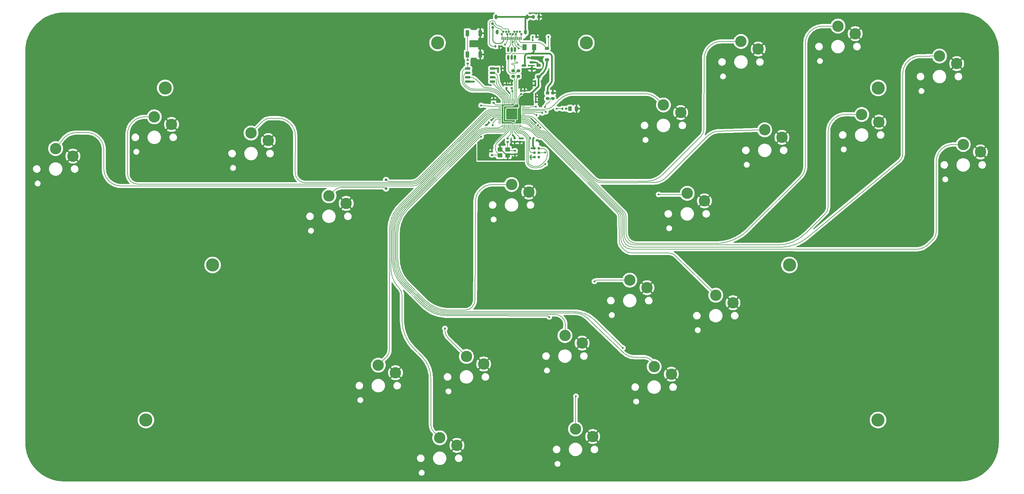
<source format=gtl>
G04 #@! TF.GenerationSoftware,KiCad,Pcbnew,(7.0.0)*
G04 #@! TF.CreationDate,2023-07-02T10:59:24-07:00*
G04 #@! TF.ProjectId,OpenOblongChocs,4f70656e-4f62-46c6-9f6e-6743686f6373,rev?*
G04 #@! TF.SameCoordinates,Original*
G04 #@! TF.FileFunction,Copper,L1,Top*
G04 #@! TF.FilePolarity,Positive*
%FSLAX46Y46*%
G04 Gerber Fmt 4.6, Leading zero omitted, Abs format (unit mm)*
G04 Created by KiCad (PCBNEW (7.0.0)) date 2023-07-02 10:59:24*
%MOMM*%
%LPD*%
G01*
G04 APERTURE LIST*
G04 Aperture macros list*
%AMRoundRect*
0 Rectangle with rounded corners*
0 $1 Rounding radius*
0 $2 $3 $4 $5 $6 $7 $8 $9 X,Y pos of 4 corners*
0 Add a 4 corners polygon primitive as box body*
4,1,4,$2,$3,$4,$5,$6,$7,$8,$9,$2,$3,0*
0 Add four circle primitives for the rounded corners*
1,1,$1+$1,$2,$3*
1,1,$1+$1,$4,$5*
1,1,$1+$1,$6,$7*
1,1,$1+$1,$8,$9*
0 Add four rect primitives between the rounded corners*
20,1,$1+$1,$2,$3,$4,$5,0*
20,1,$1+$1,$4,$5,$6,$7,0*
20,1,$1+$1,$6,$7,$8,$9,0*
20,1,$1+$1,$8,$9,$2,$3,0*%
G04 Aperture macros list end*
G04 #@! TA.AperFunction,ComponentPad*
%ADD10C,3.800000*%
G04 #@! TD*
G04 #@! TA.AperFunction,SMDPad,CuDef*
%ADD11R,1.100000X1.800000*%
G04 #@! TD*
G04 #@! TA.AperFunction,SMDPad,CuDef*
%ADD12RoundRect,0.140000X0.170000X-0.140000X0.170000X0.140000X-0.170000X0.140000X-0.170000X-0.140000X0*%
G04 #@! TD*
G04 #@! TA.AperFunction,SMDPad,CuDef*
%ADD13RoundRect,0.200000X-0.275000X0.200000X-0.275000X-0.200000X0.275000X-0.200000X0.275000X0.200000X0*%
G04 #@! TD*
G04 #@! TA.AperFunction,SMDPad,CuDef*
%ADD14RoundRect,0.150000X0.512500X0.150000X-0.512500X0.150000X-0.512500X-0.150000X0.512500X-0.150000X0*%
G04 #@! TD*
G04 #@! TA.AperFunction,SMDPad,CuDef*
%ADD15RoundRect,0.140000X0.140000X0.170000X-0.140000X0.170000X-0.140000X-0.170000X0.140000X-0.170000X0*%
G04 #@! TD*
G04 #@! TA.AperFunction,SMDPad,CuDef*
%ADD16RoundRect,0.200000X0.275000X-0.200000X0.275000X0.200000X-0.275000X0.200000X-0.275000X-0.200000X0*%
G04 #@! TD*
G04 #@! TA.AperFunction,SMDPad,CuDef*
%ADD17RoundRect,0.135000X-0.135000X-0.185000X0.135000X-0.185000X0.135000X0.185000X-0.135000X0.185000X0*%
G04 #@! TD*
G04 #@! TA.AperFunction,SMDPad,CuDef*
%ADD18RoundRect,0.140000X-0.219203X-0.021213X-0.021213X-0.219203X0.219203X0.021213X0.021213X0.219203X0*%
G04 #@! TD*
G04 #@! TA.AperFunction,SMDPad,CuDef*
%ADD19RoundRect,0.135000X0.135000X0.185000X-0.135000X0.185000X-0.135000X-0.185000X0.135000X-0.185000X0*%
G04 #@! TD*
G04 #@! TA.AperFunction,SMDPad,CuDef*
%ADD20R,1.400000X1.200000*%
G04 #@! TD*
G04 #@! TA.AperFunction,SMDPad,CuDef*
%ADD21RoundRect,0.140000X-0.021213X0.219203X-0.219203X0.021213X0.021213X-0.219203X0.219203X-0.021213X0*%
G04 #@! TD*
G04 #@! TA.AperFunction,SMDPad,CuDef*
%ADD22RoundRect,0.250000X-0.375000X-0.625000X0.375000X-0.625000X0.375000X0.625000X-0.375000X0.625000X0*%
G04 #@! TD*
G04 #@! TA.AperFunction,SMDPad,CuDef*
%ADD23RoundRect,0.225000X0.375000X-0.225000X0.375000X0.225000X-0.375000X0.225000X-0.375000X-0.225000X0*%
G04 #@! TD*
G04 #@! TA.AperFunction,SMDPad,CuDef*
%ADD24RoundRect,0.200000X0.200000X0.275000X-0.200000X0.275000X-0.200000X-0.275000X0.200000X-0.275000X0*%
G04 #@! TD*
G04 #@! TA.AperFunction,SMDPad,CuDef*
%ADD25RoundRect,0.140000X-0.140000X-0.170000X0.140000X-0.170000X0.140000X0.170000X-0.140000X0.170000X0*%
G04 #@! TD*
G04 #@! TA.AperFunction,SMDPad,CuDef*
%ADD26RoundRect,0.243750X0.243750X0.456250X-0.243750X0.456250X-0.243750X-0.456250X0.243750X-0.456250X0*%
G04 #@! TD*
G04 #@! TA.AperFunction,SMDPad,CuDef*
%ADD27RoundRect,0.135000X0.185000X-0.135000X0.185000X0.135000X-0.185000X0.135000X-0.185000X-0.135000X0*%
G04 #@! TD*
G04 #@! TA.AperFunction,SMDPad,CuDef*
%ADD28RoundRect,0.140000X-0.170000X0.140000X-0.170000X-0.140000X0.170000X-0.140000X0.170000X0.140000X0*%
G04 #@! TD*
G04 #@! TA.AperFunction,SMDPad,CuDef*
%ADD29RoundRect,0.135000X-0.185000X0.135000X-0.185000X-0.135000X0.185000X-0.135000X0.185000X0.135000X0*%
G04 #@! TD*
G04 #@! TA.AperFunction,ConnectorPad*
%ADD30C,0.787400*%
G04 #@! TD*
G04 #@! TA.AperFunction,SMDPad,CuDef*
%ADD31RoundRect,0.050000X-0.387500X-0.050000X0.387500X-0.050000X0.387500X0.050000X-0.387500X0.050000X0*%
G04 #@! TD*
G04 #@! TA.AperFunction,SMDPad,CuDef*
%ADD32RoundRect,0.050000X-0.050000X-0.387500X0.050000X-0.387500X0.050000X0.387500X-0.050000X0.387500X0*%
G04 #@! TD*
G04 #@! TA.AperFunction,ComponentPad*
%ADD33C,0.600000*%
G04 #@! TD*
G04 #@! TA.AperFunction,SMDPad,CuDef*
%ADD34RoundRect,0.144000X-1.456000X-1.456000X1.456000X-1.456000X1.456000X1.456000X-1.456000X1.456000X0*%
G04 #@! TD*
G04 #@! TA.AperFunction,SMDPad,CuDef*
%ADD35RoundRect,0.150000X-0.150000X0.512500X-0.150000X-0.512500X0.150000X-0.512500X0.150000X0.512500X0*%
G04 #@! TD*
G04 #@! TA.AperFunction,SMDPad,CuDef*
%ADD36R,0.300000X0.900000*%
G04 #@! TD*
G04 #@! TA.AperFunction,SMDPad,CuDef*
%ADD37R,0.300000X0.700000*%
G04 #@! TD*
G04 #@! TA.AperFunction,ComponentPad*
%ADD38C,0.650000*%
G04 #@! TD*
G04 #@! TA.AperFunction,ComponentPad*
%ADD39O,0.800000X1.400000*%
G04 #@! TD*
G04 #@! TA.AperFunction,SMDPad,CuDef*
%ADD40RoundRect,0.150000X-0.650000X-0.150000X0.650000X-0.150000X0.650000X0.150000X-0.650000X0.150000X0*%
G04 #@! TD*
G04 #@! TA.AperFunction,ComponentPad*
%ADD41C,3.300000*%
G04 #@! TD*
G04 #@! TA.AperFunction,ViaPad*
%ADD42C,0.600000*%
G04 #@! TD*
G04 #@! TA.AperFunction,ViaPad*
%ADD43C,0.800000*%
G04 #@! TD*
G04 #@! TA.AperFunction,Conductor*
%ADD44C,0.500000*%
G04 #@! TD*
G04 #@! TA.AperFunction,Conductor*
%ADD45C,0.200000*%
G04 #@! TD*
G04 #@! TA.AperFunction,Conductor*
%ADD46C,0.381000*%
G04 #@! TD*
G04 #@! TA.AperFunction,Conductor*
%ADD47C,0.254000*%
G04 #@! TD*
G04 #@! TA.AperFunction,Conductor*
%ADD48C,0.250000*%
G04 #@! TD*
G04 APERTURE END LIST*
D10*
X279275000Y-98760000D03*
X305060000Y-47313383D03*
D11*
X189459999Y-31399999D03*
X189459999Y-37599999D03*
X185759999Y-31399999D03*
X185759999Y-37599999D03*
D10*
X111765000Y-98760000D03*
D12*
X193344750Y-51676018D03*
X193344750Y-50716018D03*
D13*
X209030000Y-48780000D03*
X209030000Y-50430000D03*
D14*
X204490000Y-41770000D03*
X204490000Y-39870000D03*
X202215000Y-40820000D03*
D15*
X203380000Y-38580000D03*
X202420000Y-38580000D03*
D16*
X210570000Y-50425000D03*
X210570000Y-48775000D03*
D17*
X213350000Y-53360000D03*
X214370000Y-53360000D03*
D18*
X205546589Y-57476482D03*
X206225411Y-58155304D03*
D19*
X194940000Y-35230000D03*
X193920000Y-35230000D03*
D10*
X92395000Y-143800000D03*
D20*
X197393999Y-65189249D03*
X195193999Y-65189249D03*
X195193999Y-66889249D03*
X197393999Y-66889249D03*
D21*
X192668161Y-56698607D03*
X191989339Y-57377429D03*
D12*
X199567750Y-66535018D03*
X199567750Y-65575018D03*
D22*
X202310000Y-35460000D03*
X205110000Y-35460000D03*
D23*
X208830000Y-39130000D03*
X208830000Y-35830000D03*
D24*
X206520000Y-26720000D03*
X204870000Y-26720000D03*
D15*
X206400000Y-45425000D03*
X205440000Y-45425000D03*
D25*
X205440000Y-46625000D03*
X206400000Y-46625000D03*
D26*
X217425000Y-53350000D03*
X215550000Y-53350000D03*
D12*
X201345750Y-49136018D03*
X201345750Y-48176018D03*
D27*
X197437000Y-62993250D03*
X197437000Y-61973250D03*
D28*
X200993000Y-62003250D03*
X200993000Y-62963250D03*
D25*
X204577000Y-49910250D03*
X205537000Y-49910250D03*
D12*
X202361750Y-49136018D03*
X202361750Y-48176018D03*
D25*
X194620000Y-41640000D03*
X195580000Y-41640000D03*
D28*
X192865000Y-65829018D03*
X192865000Y-66789018D03*
D13*
X200540000Y-42315000D03*
X200540000Y-43965000D03*
D29*
X185850000Y-39210000D03*
X185850000Y-40230000D03*
D10*
X98000000Y-47313383D03*
D13*
X199010000Y-42315000D03*
X199010000Y-43965000D03*
D12*
X198580000Y-47342250D03*
X198580000Y-46382250D03*
D30*
X205215000Y-64850000D03*
X206485000Y-64850000D03*
X205215000Y-66120000D03*
X206485000Y-66120000D03*
X205215000Y-67390000D03*
X206485000Y-67390000D03*
D23*
X206450000Y-44060000D03*
X206450000Y-40760000D03*
D10*
X304995000Y-143800000D03*
D28*
X199469000Y-62003250D03*
X199469000Y-62963250D03*
D31*
X195142500Y-52295000D03*
X195142500Y-52695000D03*
X195142500Y-53095000D03*
X195142500Y-53495000D03*
X195142500Y-53895000D03*
X195142500Y-54295000D03*
X195142500Y-54695000D03*
X195142500Y-55095000D03*
X195142500Y-55495000D03*
X195142500Y-55895000D03*
X195142500Y-56295000D03*
X195142500Y-56695000D03*
X195142500Y-57095000D03*
X195142500Y-57495000D03*
D32*
X195980000Y-58332500D03*
X196380000Y-58332500D03*
X196780000Y-58332500D03*
X197180000Y-58332500D03*
X197580000Y-58332500D03*
X197980000Y-58332500D03*
X198380000Y-58332500D03*
X198780000Y-58332500D03*
X199180000Y-58332500D03*
X199580000Y-58332500D03*
X199980000Y-58332500D03*
X200380000Y-58332500D03*
X200780000Y-58332500D03*
X201180000Y-58332500D03*
D31*
X202017500Y-57495000D03*
X202017500Y-57095000D03*
X202017500Y-56695000D03*
X202017500Y-56295000D03*
X202017500Y-55895000D03*
X202017500Y-55495000D03*
X202017500Y-55095000D03*
X202017500Y-54695000D03*
X202017500Y-54295000D03*
X202017500Y-53895000D03*
X202017500Y-53495000D03*
X202017500Y-53095000D03*
X202017500Y-52695000D03*
X202017500Y-52295000D03*
D32*
X201180000Y-51457500D03*
X200780000Y-51457500D03*
X200380000Y-51457500D03*
X199980000Y-51457500D03*
X199580000Y-51457500D03*
X199180000Y-51457500D03*
X198780000Y-51457500D03*
X198380000Y-51457500D03*
X197980000Y-51457500D03*
X197580000Y-51457500D03*
X197180000Y-51457500D03*
X196780000Y-51457500D03*
X196380000Y-51457500D03*
X195980000Y-51457500D03*
D33*
X197305000Y-53620000D03*
X197305000Y-54895000D03*
X197305000Y-56170000D03*
X198580000Y-53620000D03*
X198580000Y-54895000D03*
D34*
X198580000Y-54895000D03*
D33*
X198580000Y-56170000D03*
X199855000Y-53620000D03*
X199855000Y-54895000D03*
X199855000Y-56170000D03*
D12*
X197056000Y-47342250D03*
X197056000Y-46382250D03*
D10*
X220290000Y-34240000D03*
X177100000Y-34240000D03*
D19*
X205010000Y-61930000D03*
X203990000Y-61930000D03*
D35*
X199530000Y-36212500D03*
X198580000Y-36212500D03*
X197630000Y-36212500D03*
X197630000Y-38487500D03*
X198580000Y-38487500D03*
X199530000Y-38487500D03*
D25*
X204577000Y-51434250D03*
X205537000Y-51434250D03*
D17*
X204750000Y-32570000D03*
X205770000Y-32570000D03*
D36*
X201328499Y-32919999D03*
X200828499Y-32919999D03*
X200328499Y-32919999D03*
X199828499Y-32919999D03*
X199328499Y-32919999D03*
D37*
X198828499Y-32919999D03*
X198328499Y-32919999D03*
D36*
X197828499Y-32919999D03*
X197328499Y-32919999D03*
X196828499Y-32919999D03*
X196328499Y-32919999D03*
X195828499Y-32919999D03*
D38*
X195778500Y-31710000D03*
X196178500Y-31010000D03*
X196978500Y-31010000D03*
X197378500Y-31710000D03*
X197778500Y-31010000D03*
X198178500Y-31710000D03*
X198978500Y-31710000D03*
X199378500Y-31010000D03*
X199778500Y-31710000D03*
X200178500Y-31010000D03*
X200978500Y-31010000D03*
X201378500Y-31710000D03*
D39*
X203068499Y-26719999D03*
X202633499Y-31109999D03*
X194373499Y-31109999D03*
X194088499Y-26719999D03*
D40*
X185850000Y-41645000D03*
X185850000Y-42915000D03*
X185850000Y-44185000D03*
X185850000Y-45455000D03*
X193050000Y-45455000D03*
X193050000Y-44185000D03*
X193050000Y-42915000D03*
X193050000Y-41645000D03*
D41*
X71195977Y-67122122D03*
X66195977Y-64922122D03*
X247687232Y-54475127D03*
X242687232Y-52275127D03*
X254582967Y-80143373D03*
X249582967Y-77943373D03*
X203578500Y-77576866D03*
X198578500Y-75376866D03*
X219076182Y-121463438D03*
X214076182Y-119263438D03*
X99834109Y-57917579D03*
X94834109Y-55717579D03*
X262875123Y-109727547D03*
X257875123Y-107527547D03*
X150551535Y-80863063D03*
X145551535Y-78663063D03*
X270196859Y-36024517D03*
X265196859Y-33824517D03*
X127929442Y-62623538D03*
X122929442Y-60423538D03*
X222147454Y-148585835D03*
X217147454Y-146385835D03*
X182711303Y-151157386D03*
X177711303Y-148957386D03*
X164877695Y-130053616D03*
X159877695Y-127853616D03*
X305251667Y-57228545D03*
X300251667Y-55028545D03*
X327835568Y-40261907D03*
X322835568Y-38061907D03*
X244979837Y-130481357D03*
X239979837Y-128281357D03*
X277092853Y-61693729D03*
X272092853Y-59493729D03*
X334731562Y-65931119D03*
X329731562Y-63731119D03*
X298355673Y-31559333D03*
X293355673Y-29359333D03*
X190478651Y-127514304D03*
X185478651Y-125314304D03*
X237908565Y-105358960D03*
X232908565Y-103158960D03*
D42*
X191312750Y-58054018D03*
X197789750Y-45735018D03*
X196000000Y-37350000D03*
X200202750Y-63896018D03*
X192865000Y-64912018D03*
X199567750Y-67579018D03*
X204170000Y-38570000D03*
X204012739Y-67390000D03*
X196600000Y-41630000D03*
X202361750Y-47259018D03*
X205536750Y-49070000D03*
X207260000Y-45475000D03*
X204650000Y-46635000D03*
X193344750Y-49926018D03*
X200806000Y-45242893D03*
X206902000Y-58831893D03*
X198901000Y-45242893D03*
X189729504Y-61479605D03*
X189730000Y-52400000D03*
D43*
X162130000Y-76550000D03*
X162130000Y-74050000D03*
D42*
X222630000Y-103540000D03*
X209530000Y-113860000D03*
X217286105Y-136906105D03*
X230890000Y-122830000D03*
X241280000Y-78260000D03*
X208517500Y-54257500D03*
X205670000Y-52780000D03*
D43*
X193100000Y-29740000D03*
D42*
X194620000Y-42670000D03*
X198805750Y-48275018D03*
X204412739Y-64870000D03*
X198932750Y-61102018D03*
X201853750Y-61991018D03*
X199186750Y-56994500D03*
X199313750Y-52757250D03*
X197945000Y-48767250D03*
X207480000Y-54560000D03*
X211680000Y-53370000D03*
X200520000Y-34710000D03*
X196670000Y-34710000D03*
X198928000Y-34010000D03*
X208340500Y-66090000D03*
X208343911Y-69423911D03*
X204750000Y-33500500D03*
X200610000Y-35810000D03*
X205830000Y-55220000D03*
X208260000Y-52840000D03*
D43*
X193000000Y-28640000D03*
D42*
X209261589Y-32468411D03*
X193120000Y-58220000D03*
X179220000Y-117190000D03*
X187627500Y-45465000D03*
D44*
X205440000Y-45425000D02*
X205440000Y-46625000D01*
D45*
X197963369Y-37320000D02*
X196030000Y-37320000D01*
X197580000Y-58332500D02*
X197580000Y-59053529D01*
X163424265Y-129332431D02*
X163645947Y-129554113D01*
X201328500Y-31760000D02*
X201378500Y-31710000D01*
D44*
X197056000Y-46382250D02*
X198580000Y-46382250D01*
D46*
X192865000Y-64912018D02*
X192865000Y-65829018D01*
X199567750Y-66535018D02*
X199567750Y-67579018D01*
D45*
X195828500Y-32920000D02*
X195828500Y-31760000D01*
D46*
X191989339Y-57377429D02*
X191312750Y-58054018D01*
X199567750Y-66535018D02*
X197748232Y-66535018D01*
X205537000Y-49910250D02*
X205537000Y-51434250D01*
D45*
X198580000Y-36212500D02*
X198580000Y-36703369D01*
D44*
X203380000Y-38580000D02*
X204160000Y-38580000D01*
D46*
X193344750Y-50716018D02*
X193344750Y-49926018D01*
D45*
X201328500Y-32920000D02*
X201328500Y-31760000D01*
D46*
X205536750Y-49070000D02*
X205536750Y-49910000D01*
D45*
X206902000Y-58831893D02*
X206225411Y-58155304D01*
X196030000Y-37320000D02*
X196000000Y-37350000D01*
D44*
X204160000Y-38580000D02*
X204170000Y-38570000D01*
D45*
X202361750Y-48176018D02*
X202361750Y-47259018D01*
D44*
X195580000Y-41640000D02*
X196590000Y-41640000D01*
X205440000Y-46625000D02*
X204660000Y-46625000D01*
D45*
X197271903Y-59797341D02*
X193365425Y-63703819D01*
X195828500Y-31760000D02*
X195778500Y-31710000D01*
D44*
X204660000Y-46625000D02*
X204650000Y-46635000D01*
D47*
X197147022Y-66889250D02*
X195447022Y-65189250D01*
D48*
X205215000Y-67390000D02*
X204012739Y-67390000D01*
D45*
X197271887Y-59797325D02*
G75*
G03*
X197580000Y-59053529I-743787J743825D01*
G01*
X193365440Y-63703834D02*
G75*
G03*
X192865000Y-64912018I1208160J-1208166D01*
G01*
X197963369Y-37320000D02*
G75*
G03*
X198580000Y-36703369I31J616600D01*
G01*
X189730000Y-52400000D02*
X189750000Y-52400000D01*
X187970000Y-108900000D02*
X188083356Y-80357009D01*
X165531372Y-89507624D02*
X165531372Y-96946492D01*
X180484880Y-111900000D02*
X184970000Y-111900000D01*
X189108430Y-61788430D02*
X168460304Y-82436556D01*
X189132704Y-61764156D02*
X189108430Y-61788430D01*
X192731461Y-52681859D02*
X189730000Y-52400000D01*
X195142500Y-52695000D02*
X193011949Y-52695000D01*
X189729504Y-61479605D02*
X189665679Y-61543430D01*
X193083316Y-75376866D02*
X198578500Y-75376866D01*
X168460304Y-104017560D02*
X173413812Y-108971068D01*
X168460286Y-82436538D02*
G75*
G03*
X165531372Y-89507624I7071114J-7071062D01*
G01*
X165531386Y-96946492D02*
G75*
G03*
X168460304Y-104017560I10000014J-8D01*
G01*
X189665679Y-61543409D02*
G75*
G03*
X189132705Y-61764157I-79J-753591D01*
G01*
X173413822Y-108971058D02*
G75*
G03*
X180484880Y-111900000I7071078J7071058D01*
G01*
X193083316Y-75376917D02*
G75*
G03*
X188083357Y-80357009I-16J-4999983D01*
G01*
X184970000Y-111900000D02*
G75*
G03*
X187970000Y-108900000I0J3000000D01*
G01*
X192731461Y-52681864D02*
G75*
G03*
X193011949Y-52695000I280439J2986864D01*
G01*
X190866321Y-54373679D02*
X171618679Y-73621321D01*
X154886553Y-76206553D02*
X154880000Y-76200000D01*
X169497359Y-74500000D02*
X162997809Y-74500000D01*
X162130000Y-76550000D02*
X162072893Y-76492893D01*
X162130000Y-74050000D02*
X162260025Y-74169975D01*
X155015786Y-76200000D02*
X154880000Y-76200000D01*
X162298554Y-74214872D02*
X162130000Y-74050000D01*
X195142500Y-53495000D02*
X192987641Y-53495000D01*
X161480000Y-76206553D02*
X154886553Y-76206553D01*
X154880000Y-76200000D02*
X149257239Y-76200000D01*
X147135918Y-77078680D02*
X145551535Y-78663063D01*
X162298549Y-74214877D02*
G75*
G03*
X162997809Y-74500000I699251J714877D01*
G01*
X162072900Y-76492886D02*
G75*
G03*
X161365786Y-76200000I-707100J-707114D01*
G01*
X149257239Y-76200028D02*
G75*
G03*
X147135918Y-77078680I-39J-2999972D01*
G01*
X192987641Y-53495029D02*
G75*
G03*
X190866321Y-54373679I-41J-2999971D01*
G01*
X169497359Y-74499971D02*
G75*
G03*
X171618679Y-73621321I41J2999971D01*
G01*
X135746403Y-71893610D02*
X135769328Y-61130650D01*
X191032007Y-54773679D02*
X171784365Y-74021321D01*
X130769339Y-56120000D02*
X128475621Y-56120000D01*
X195142500Y-53895000D02*
X193153327Y-53895000D01*
X169663045Y-74900000D02*
X138746397Y-74900000D01*
X126354300Y-56998680D02*
X122929442Y-60423538D01*
X128475621Y-56120015D02*
G75*
G03*
X126354300Y-56998680I-21J-2999985D01*
G01*
X169663045Y-74900032D02*
G75*
G03*
X171784365Y-74021321I-45J3000032D01*
G01*
X193153327Y-53895019D02*
G75*
G03*
X191032007Y-54773679I-27J-2999981D01*
G01*
X135769289Y-61130650D02*
G75*
G03*
X130769339Y-56120000I-4999989J10650D01*
G01*
X135746407Y-71893610D02*
G75*
G03*
X138746397Y-74900000I2999993J-6390D01*
G01*
X191197693Y-55173679D02*
X171950051Y-74421321D01*
X87070000Y-72300000D02*
X87070000Y-60711333D01*
X169828731Y-75300000D02*
X90070000Y-75300000D01*
X195142500Y-54295000D02*
X193319013Y-54295000D01*
X92081321Y-55711346D02*
X94834109Y-55717579D01*
X92081321Y-55711343D02*
G75*
G03*
X87070000Y-60711333I-11321J-4999987D01*
G01*
X169828731Y-75300022D02*
G75*
G03*
X171950051Y-74421321I-31J3000022D01*
G01*
X87070000Y-72300000D02*
G75*
G03*
X90070000Y-75300000I3000000J0D01*
G01*
X193319013Y-54295009D02*
G75*
G03*
X191197693Y-55173679I-13J-2999991D01*
G01*
X68298685Y-62213752D02*
X66195977Y-64922122D01*
X195142500Y-54695000D02*
X193484699Y-54695000D01*
X191513502Y-55433502D02*
X191503556Y-55433502D01*
X191503556Y-55433502D02*
X172015737Y-74921321D01*
X169894417Y-75800000D02*
X85186777Y-75800000D01*
X80186778Y-70803224D02*
X80188469Y-65281531D01*
X75188469Y-60280000D02*
X72248131Y-60280000D01*
X80186801Y-70803224D02*
G75*
G03*
X85186777Y-75800000I4999999J3224D01*
G01*
X72248131Y-60280025D02*
G75*
G03*
X68298685Y-62213752I-31J-4999975D01*
G01*
X169894417Y-75800012D02*
G75*
G03*
X172015737Y-74921321I-17J3000012D01*
G01*
X193484699Y-54695000D02*
G75*
G03*
X191363379Y-55573681I1J-3000000D01*
G01*
X80188500Y-65281531D02*
G75*
G03*
X75188469Y-60280000I-5000000J1531D01*
G01*
X191529065Y-55973679D02*
X166060304Y-81442440D01*
X162252692Y-125478619D02*
X159877695Y-127853616D01*
X195142500Y-55095000D02*
X193650385Y-55095000D01*
X163131372Y-88513508D02*
X163131372Y-123357298D01*
X193650385Y-55094990D02*
G75*
G03*
X191529066Y-55973680I15J-3000010D01*
G01*
X166060294Y-81442430D02*
G75*
G03*
X163131372Y-88513508I7071106J-7071070D01*
G01*
X162252687Y-125478614D02*
G75*
G03*
X163131372Y-123357298I-2121287J2121314D01*
G01*
X166756788Y-107562458D02*
X166756788Y-114707426D01*
X191694751Y-56373679D02*
X166460304Y-81608126D01*
X176008680Y-147254763D02*
X177711303Y-148957386D01*
X170214089Y-123054089D02*
X172509053Y-125349053D01*
X195142500Y-55495000D02*
X193816071Y-55495000D01*
X175130000Y-131676578D02*
X175130000Y-145133442D01*
X163531372Y-88679194D02*
X163531372Y-99775649D01*
X163531335Y-99775649D02*
G75*
G03*
X165814575Y-105287785I7795365J49D01*
G01*
X166756784Y-114707426D02*
G75*
G03*
X170214089Y-123054089I11804016J26D01*
G01*
X193816071Y-55494980D02*
G75*
G03*
X191694752Y-56373680I29J-3000020D01*
G01*
X166460301Y-81608123D02*
G75*
G03*
X163531372Y-88679194I7071099J-7071077D01*
G01*
X175129971Y-145133442D02*
G75*
G03*
X176008681Y-147254762I3000029J42D01*
G01*
X166756832Y-107562458D02*
G75*
G03*
X165814574Y-105287786I-3216832J-42D01*
G01*
X175130007Y-131676578D02*
G75*
G03*
X172509053Y-125349053I-8948507J-22D01*
G01*
X223425254Y-103158960D02*
X232908565Y-103158960D01*
X186172136Y-113500000D02*
X186380000Y-113500404D01*
X209530000Y-113860000D02*
X209540000Y-113860000D01*
X222630000Y-103540000D02*
X222634656Y-103544656D01*
X188538525Y-60095591D02*
X166860304Y-81773812D01*
X166860304Y-104680304D02*
X172751068Y-110571068D01*
X194552062Y-58924018D02*
X191366952Y-58924018D01*
X186380000Y-113500404D02*
X209222766Y-113544790D01*
X209222766Y-113544790D02*
X209224790Y-113544790D01*
X163931372Y-88844880D02*
X163931372Y-97609236D01*
X209540000Y-113860000D02*
X209510000Y-113830000D01*
X209224790Y-113544790D02*
X209530000Y-113850000D01*
X222630000Y-103540000D02*
X222718147Y-103451853D01*
X186379596Y-113500000D02*
X186380000Y-113500404D01*
X179822136Y-113500000D02*
X186379596Y-113500000D01*
X209530000Y-113850000D02*
X209530000Y-113860000D01*
X223425254Y-103158939D02*
G75*
G03*
X222718147Y-103451853I46J-1000061D01*
G01*
X194552062Y-58923984D02*
G75*
G03*
X195979999Y-58332499I38J2019284D01*
G01*
X163931355Y-97609236D02*
G75*
G03*
X166860304Y-104680304I10000045J36D01*
G01*
X191366952Y-58923979D02*
G75*
G03*
X188538525Y-60095591I48J-4000021D01*
G01*
X172751050Y-110571086D02*
G75*
G03*
X179822136Y-113500000I7071050J7071086D01*
G01*
X166860308Y-81773816D02*
G75*
G03*
X163931372Y-88844880I7071092J-7071084D01*
G01*
X176464350Y-112461636D02*
X175859613Y-112211148D01*
X164331372Y-97443550D02*
X164331372Y-89010566D01*
X166200705Y-103269904D02*
X165837052Y-102725658D01*
X172916754Y-110171068D02*
X167260304Y-104514618D01*
X174705686Y-111594363D02*
X174161437Y-111230709D01*
X173642137Y-110832238D02*
X173150011Y-110400656D01*
X165837050Y-83728459D02*
X166200704Y-83184213D01*
X164462269Y-99072946D02*
X164376832Y-98423987D01*
X164334022Y-97770829D02*
X164331372Y-97443550D01*
X179007380Y-113054583D02*
X178358418Y-112969147D01*
X166599175Y-82664917D02*
X167030756Y-82172793D01*
X167030756Y-82172793D02*
X167260304Y-81939498D01*
X175272554Y-111921643D02*
X174705686Y-111594363D01*
X164589967Y-99714927D02*
X164462269Y-99072946D01*
X164759372Y-86106933D02*
X164969775Y-85487112D01*
X214214833Y-119649134D02*
X214076182Y-119263438D01*
X165220269Y-101571737D02*
X164969780Y-100967004D01*
X164331372Y-89010566D02*
X164334007Y-88683286D01*
X179660541Y-113097392D02*
X179007380Y-113054583D01*
X191532638Y-59324018D02*
X195804643Y-59324018D01*
X164376832Y-98423987D02*
X164334022Y-97770829D01*
X166200704Y-83184213D02*
X166599175Y-82664917D01*
X179987822Y-113100000D02*
X179660541Y-113097392D01*
X164462258Y-87381170D02*
X164589958Y-86739188D01*
X174161437Y-111230709D02*
X173642137Y-110832238D01*
X196198732Y-59137042D02*
X196247216Y-59088559D01*
X167260304Y-81939498D02*
X188704211Y-60495591D01*
X214076182Y-119263438D02*
X214206791Y-116106690D01*
X178358418Y-112969147D02*
X177716433Y-112841449D01*
X165837052Y-102725658D02*
X165509773Y-102158793D01*
X164969775Y-85487112D02*
X165220265Y-84882379D01*
X167260304Y-104514618D02*
X167030755Y-104281324D01*
X164759379Y-100347182D02*
X164589967Y-99714927D01*
X166599175Y-103789200D02*
X166200705Y-103269904D01*
X211208427Y-113113500D02*
X186337822Y-113100000D01*
X164334007Y-88683286D02*
X164376819Y-88030129D01*
X173150011Y-110400656D02*
X172916754Y-110171068D01*
X167030755Y-104281324D02*
X166599175Y-103789200D01*
X175859613Y-112211148D02*
X175272554Y-111921643D01*
X164376819Y-88030129D02*
X164462258Y-87381170D01*
X196380000Y-58332500D02*
X196380000Y-58767995D01*
X165509770Y-84295323D02*
X165837050Y-83728459D01*
X186337822Y-113100000D02*
X179987822Y-113100000D01*
X165220265Y-84882379D02*
X165509770Y-84295323D01*
X164589958Y-86739188D02*
X164759372Y-86106933D01*
X164969780Y-100967004D02*
X164759379Y-100347182D01*
X177716433Y-112841449D02*
X177084175Y-112672037D01*
X165509773Y-102158793D02*
X165220269Y-101571737D01*
X177084175Y-112672037D02*
X176464350Y-112461636D01*
X214206792Y-116106690D02*
G75*
G03*
X211208427Y-113113500I-2999992J-6810D01*
G01*
X195804643Y-59324043D02*
G75*
G03*
X196158196Y-59177572I-43J500043D01*
G01*
X196247210Y-59088553D02*
G75*
G03*
X196380000Y-58767995I-320510J320553D01*
G01*
X191532638Y-59324040D02*
G75*
G03*
X188704211Y-60495591I-38J-3999960D01*
G01*
X179826227Y-112697407D02*
X180153508Y-112700000D01*
X166999181Y-103623511D02*
X167430758Y-104115636D01*
X166600724Y-83349914D02*
X166237070Y-83894158D01*
X196780000Y-58332500D02*
X196780000Y-58815084D01*
X164989977Y-86904880D02*
X164862276Y-87546860D01*
X164731372Y-97277864D02*
X164734055Y-97605143D01*
X196563825Y-59336957D02*
X196442112Y-59458662D01*
X178524103Y-112569160D02*
X179173065Y-112654597D01*
X165909789Y-84461020D02*
X165620284Y-85048075D01*
X166600714Y-103104214D02*
X166999181Y-103623511D01*
X234423140Y-125550000D02*
X237001431Y-125550000D01*
X165159402Y-100181493D02*
X165369800Y-100801314D01*
X176025296Y-111811157D02*
X176630033Y-112061647D01*
X220427467Y-114091149D02*
X230968685Y-124164795D01*
X166999194Y-82830619D02*
X166600724Y-83349914D01*
X165369794Y-85652806D02*
X165159391Y-86272626D01*
X176630033Y-112061647D02*
X177249858Y-112272049D01*
X165909787Y-101993103D02*
X166237063Y-102559968D01*
X164862297Y-98907257D02*
X164989992Y-99549238D01*
X167430758Y-104115636D02*
X167660304Y-104348932D01*
X196442112Y-59458662D02*
X196411552Y-59489222D01*
X164776837Y-88195817D02*
X164734024Y-88848973D01*
X216230000Y-112700000D02*
X216322542Y-112700000D01*
X179173065Y-112654597D02*
X179826227Y-112697407D01*
X165369800Y-100801314D02*
X165620286Y-101406047D01*
X164734055Y-97605143D02*
X164776863Y-98258299D01*
X177249858Y-112272049D02*
X177882117Y-112441462D01*
X165159391Y-86272626D02*
X164989977Y-86904880D01*
X166237070Y-83894158D02*
X165909789Y-84461020D01*
X177882117Y-112441462D02*
X178524103Y-112569160D01*
X216230000Y-112700000D02*
X216237039Y-112707039D01*
X164776863Y-98258299D02*
X164862297Y-98907257D01*
X164734024Y-88848973D02*
X164731372Y-89176252D01*
X174871368Y-111194371D02*
X175438236Y-111521652D01*
X180153508Y-112700000D02*
X216230000Y-112700000D01*
X167660304Y-104348932D02*
X173082440Y-109771068D01*
X216322542Y-112700000D02*
X216328486Y-112705944D01*
X167660304Y-82105184D02*
X167430775Y-82338497D01*
X164989992Y-99549238D02*
X165159402Y-100181493D01*
X175438236Y-111521652D02*
X176025296Y-111811157D01*
X164731372Y-89176252D02*
X164731372Y-97277864D01*
X167430775Y-82338497D02*
X166999194Y-82830619D01*
X173315693Y-110000661D02*
X173807819Y-110432244D01*
X195845866Y-59723537D02*
X191698805Y-59723537D01*
X173807819Y-110432244D02*
X174327119Y-110830716D01*
X188870378Y-60895110D02*
X167660304Y-82105184D01*
X173082440Y-109771068D02*
X173315693Y-110000661D01*
X216328486Y-112705944D02*
X216973012Y-112705944D01*
X165620286Y-101406047D02*
X165909787Y-101993103D01*
X164862276Y-87546860D02*
X164776837Y-88195817D01*
X166237063Y-102559968D02*
X166600714Y-103104214D01*
X174327119Y-110830716D02*
X174871368Y-111194371D01*
X165620284Y-85048075D02*
X165369794Y-85652806D01*
X195845866Y-59723502D02*
G75*
G03*
X196411552Y-59489222I34J800002D01*
G01*
X230968666Y-124164815D02*
G75*
G03*
X234423140Y-125550000I3454434J3614815D01*
G01*
X240118500Y-128667053D02*
G75*
G03*
X237001431Y-125550000I-3117100J-47D01*
G01*
X220427453Y-114091164D02*
G75*
G03*
X216973012Y-112705944I-3454453J-3614736D01*
G01*
X196563829Y-59336961D02*
G75*
G03*
X196780000Y-58815084I-521829J521861D01*
G01*
X191698805Y-59723530D02*
G75*
G03*
X188870378Y-60895110I-5J-3999970D01*
G01*
X180319194Y-112300000D02*
X186669194Y-112300000D01*
X197180000Y-58332500D02*
X197180000Y-58900726D01*
X222850748Y-114920748D02*
X230890000Y-122830000D01*
X165131372Y-89341938D02*
X165131372Y-97112178D01*
X186669194Y-112300000D02*
X216523702Y-112300000D01*
X189036544Y-61294630D02*
X168060304Y-82270870D01*
X217286105Y-136906105D02*
X217147454Y-137044756D01*
X196907726Y-59558054D02*
X196635616Y-59830164D01*
X230890000Y-122830000D02*
X230765534Y-122835534D01*
X195928509Y-60123057D02*
X191864971Y-60123057D01*
X168060304Y-104183246D02*
X173248126Y-109371068D01*
X217147454Y-137044756D02*
X217147454Y-146385835D01*
X191864971Y-60123050D02*
G75*
G03*
X189036545Y-61294631I29J-4000050D01*
G01*
X222850748Y-114920748D02*
G75*
G03*
X216523702Y-112300000I-6327048J-6327052D01*
G01*
X195928509Y-60123076D02*
G75*
G03*
X196635616Y-59830164I-9J999976D01*
G01*
X173248129Y-109371065D02*
G75*
G03*
X180319194Y-112300000I7071071J7071065D01*
G01*
X168060279Y-82270845D02*
G75*
G03*
X165131372Y-89341938I7071121J-7071055D01*
G01*
X196907712Y-59558040D02*
G75*
G03*
X197180000Y-58900726I-657312J657340D01*
G01*
X165131396Y-97112178D02*
G75*
G03*
X168060304Y-104183246I10000004J-22D01*
G01*
X229816349Y-84939783D02*
X229852385Y-90465474D01*
X233411178Y-95246873D02*
X244104763Y-95246873D01*
X230731065Y-93809401D02*
X231289858Y-94368194D01*
X207797447Y-62105456D02*
X229230604Y-83538612D01*
X204297600Y-59918589D02*
X205556101Y-61177090D01*
X201382546Y-59324018D02*
X202862178Y-59324018D01*
X200780000Y-58332500D02*
X200780000Y-58721472D01*
X200955736Y-59145736D02*
X200958282Y-59148282D01*
X246226084Y-96125553D02*
X257875123Y-107527547D01*
X229852385Y-90465474D02*
X229852385Y-91688080D01*
X229816333Y-84939783D02*
G75*
G03*
X229230604Y-83538612I-1999933J-13017D01*
G01*
X200780020Y-58721472D02*
G75*
G03*
X200955736Y-59145736I599980J-28D01*
G01*
X200958255Y-59148309D02*
G75*
G03*
X201382546Y-59324018I424245J424309D01*
G01*
X246226108Y-96125529D02*
G75*
G03*
X244104763Y-95246873I-2121308J-2121371D01*
G01*
X231289875Y-94368177D02*
G75*
G03*
X233411178Y-95246873I2121325J2121277D01*
G01*
X229852404Y-91688080D02*
G75*
G03*
X230731065Y-93809401I2999996J-20D01*
G01*
X207797434Y-62105469D02*
G75*
G03*
X207090340Y-61812563I-707134J-707131D01*
G01*
X204297609Y-59918580D02*
G75*
G03*
X202862178Y-59324018I-1435409J-1435420D01*
G01*
X205556112Y-61177079D02*
G75*
G03*
X207090340Y-61812563I1534188J1534179D01*
G01*
X239692508Y-94165171D02*
X316057632Y-94199080D01*
X326870712Y-63730712D02*
X329731562Y-63731119D01*
X239692508Y-94165171D02*
X233342508Y-94165171D01*
X230343840Y-84914587D02*
X230343840Y-91165172D01*
X319595386Y-92734614D02*
X320991321Y-91338679D01*
X201180000Y-58332500D02*
X201185732Y-58338232D01*
X207963107Y-61705430D02*
X229758053Y-83500373D01*
X321870000Y-89217359D02*
X321870000Y-68730712D01*
X202599945Y-58924018D02*
X202727705Y-58924018D01*
X204675525Y-59730830D02*
X205721763Y-60777067D01*
X201185706Y-58338258D02*
G75*
G03*
X202599945Y-58924018I1414194J1414258D01*
G01*
X207963131Y-61705406D02*
G75*
G03*
X207256026Y-61412563I-707031J-707094D01*
G01*
X320991341Y-91338699D02*
G75*
G03*
X321870000Y-89217359I-2121341J2121299D01*
G01*
X230343829Y-91165172D02*
G75*
G03*
X233342508Y-94165171I2999971J-28D01*
G01*
X205721761Y-60777069D02*
G75*
G03*
X207256026Y-61412563I1534239J1534269D01*
G01*
X204675511Y-59730844D02*
G75*
G03*
X202727705Y-58924018I-1947811J-1947756D01*
G01*
X326870712Y-63730700D02*
G75*
G03*
X321870000Y-68730712I-712J-5000000D01*
G01*
X230343837Y-84914587D02*
G75*
G03*
X229758053Y-83500373I-2000037J-13D01*
G01*
X316057632Y-94199122D02*
G75*
G03*
X319595385Y-92734613I2168J5000022D01*
G01*
X230294213Y-83470848D02*
X208128835Y-61305472D01*
X202217194Y-57495000D02*
X202017500Y-57495000D01*
X311106616Y-68671999D02*
X284348976Y-90849177D01*
X276719243Y-93600000D02*
X233880000Y-93600000D01*
X312192227Y-66362213D02*
X312192227Y-43102260D01*
X230880000Y-90600000D02*
X230880000Y-84885062D01*
X205887430Y-60377050D02*
X203562710Y-58052331D01*
X317156588Y-38102387D02*
X322835568Y-38061907D01*
X276719243Y-93600026D02*
G75*
G03*
X284348976Y-90849177I-43J11956426D01*
G01*
X230880026Y-84885062D02*
G75*
G03*
X230294212Y-83470849I-2000026J-38D01*
G01*
X311106616Y-68671999D02*
G75*
G03*
X312192227Y-66362213I-1914416J2309799D01*
G01*
X208128836Y-61305471D02*
G75*
G03*
X207421712Y-61012563I-707136J-707129D01*
G01*
X205887436Y-60377044D02*
G75*
G03*
X207421712Y-61012563I1534264J1534244D01*
G01*
X317156588Y-38102454D02*
G75*
G03*
X312192227Y-43102260I35612J-4999846D01*
G01*
X230880000Y-90600000D02*
G75*
G03*
X233880000Y-93600000I3000000J0D01*
G01*
X203562724Y-58052317D02*
G75*
G03*
X202217194Y-57495000I-1345524J-1345583D01*
G01*
X234181614Y-92917963D02*
X275956421Y-92917963D01*
X203722471Y-57646406D02*
X206053123Y-59977057D01*
X234180000Y-92916349D02*
X234181614Y-92917963D01*
X202017500Y-57095000D02*
X202391258Y-57095000D01*
X208294489Y-60905440D02*
X230743860Y-83354811D01*
X231280000Y-84649168D02*
X231280000Y-89918018D01*
X290516437Y-81775317D02*
X290516437Y-59988785D01*
X295558606Y-54988963D02*
X300251667Y-55028545D01*
X283935334Y-89608943D02*
X289639593Y-83894800D01*
X203722488Y-57646389D02*
G75*
G03*
X202391258Y-57095000I-1331188J-1331211D01*
G01*
X295558606Y-54989015D02*
G75*
G03*
X290516437Y-59988785I-42206J-4999785D01*
G01*
X231279983Y-89918018D02*
G75*
G03*
X234261928Y-92917963I3000017J18D01*
G01*
X206053136Y-59977044D02*
G75*
G03*
X207587398Y-60612563I1534264J1534244D01*
G01*
X231280021Y-84649168D02*
G75*
G03*
X230743859Y-83354812I-1830521J-32D01*
G01*
X275956421Y-92917969D02*
G75*
G03*
X283935334Y-89608943I-21J11274169D01*
G01*
X208294477Y-60905452D02*
G75*
G03*
X207587398Y-60612563I-707077J-707048D01*
G01*
X289639592Y-83894799D02*
G75*
G03*
X290516437Y-81775317I-2123192J2119499D01*
G01*
X288889072Y-29369096D02*
X293355673Y-29359333D01*
X248570000Y-92487293D02*
X257858526Y-92487293D01*
X241160256Y-92469727D02*
X234810256Y-92469727D01*
X202017500Y-56695000D02*
X202508324Y-56695000D01*
X208529090Y-60574355D02*
X231231581Y-83276845D01*
X248911505Y-92488103D02*
X248570000Y-92487293D01*
X207553173Y-60212563D02*
X207655645Y-60212563D01*
X283900000Y-69848932D02*
X283900000Y-34369084D01*
X231817368Y-84691059D02*
X231817368Y-89469736D01*
X203922537Y-57280786D02*
X206360150Y-59718398D01*
X267203537Y-88616463D02*
X282435534Y-73384466D01*
X248570000Y-92487293D02*
X241160256Y-92469727D01*
X206360170Y-59718378D02*
G75*
G03*
X207553173Y-60212563I1193030J1192978D01*
G01*
X257858526Y-92487296D02*
G75*
G03*
X267203537Y-88616463I-26J13215896D01*
G01*
X231817365Y-89469736D02*
G75*
G03*
X234810256Y-92469726I3000035J36D01*
G01*
X282435518Y-73384450D02*
G75*
G03*
X283900000Y-69848932I-3535518J3535550D01*
G01*
X231817406Y-84691059D02*
G75*
G03*
X231231581Y-83276845I-2000006J-41D01*
G01*
X203922525Y-57280798D02*
G75*
G03*
X202508324Y-56695000I-1414225J-1414202D01*
G01*
X288889072Y-29369112D02*
G75*
G03*
X283900000Y-34369084I10928J-4999988D01*
G01*
X208529067Y-60574378D02*
G75*
G03*
X207655645Y-60212563I-873467J-873422D01*
G01*
X202017500Y-56295000D02*
X202674010Y-56295000D01*
X239645547Y-74818871D02*
X239742346Y-74818871D01*
X207434214Y-59812563D02*
X207616459Y-59812563D01*
X230944780Y-74828423D02*
X224594780Y-74828423D01*
X204088224Y-56880787D02*
X206727107Y-59519670D01*
X230944780Y-74828423D02*
X239645547Y-74818871D01*
X243425592Y-73354408D02*
X243530000Y-73250000D01*
X272092853Y-59493729D02*
X258979524Y-59879425D01*
X255445160Y-61342722D02*
X243530000Y-73250000D01*
X208839644Y-60319223D02*
X222470167Y-73949745D01*
X206727108Y-59519669D02*
G75*
G03*
X207434214Y-59812563I707092J707069D01*
G01*
X208839663Y-60319204D02*
G75*
G03*
X207616459Y-59812563I-1223163J-1223196D01*
G01*
X222470169Y-73949743D02*
G75*
G03*
X224594780Y-74828422I2121331J2121343D01*
G01*
X239742346Y-74818916D02*
G75*
G03*
X243529999Y-73249999I-46J5356616D01*
G01*
X204088219Y-56880792D02*
G75*
G03*
X202674010Y-56295000I-1414219J-1414208D01*
G01*
X258979524Y-59879435D02*
G75*
G03*
X255445160Y-61342722I-24J-4999965D01*
G01*
X242470391Y-72509609D02*
X253571321Y-61408679D01*
X205260074Y-56173967D02*
X222621530Y-73535424D01*
X202017500Y-55495000D02*
X203620902Y-55495000D01*
X224742851Y-74414104D02*
X237872533Y-74414104D01*
X259485783Y-33824517D02*
X265196859Y-33824517D01*
X254450000Y-59287359D02*
X254485791Y-38815775D01*
X253571341Y-61408699D02*
G75*
G03*
X254450000Y-59287359I-2121341J2121299D01*
G01*
X259485783Y-33824484D02*
G75*
G03*
X254485792Y-38815775I17J-5000016D01*
G01*
X237872533Y-74414141D02*
G75*
G03*
X242470390Y-72509608I-33J6502341D01*
G01*
X222621504Y-73535450D02*
G75*
G03*
X224742851Y-74414104I2121296J2121350D01*
G01*
X205260065Y-56173976D02*
G75*
G03*
X203620902Y-55495000I-1639165J-1639124D01*
G01*
X205115000Y-53895000D02*
X208242500Y-53972500D01*
X241349069Y-78329069D02*
X250721618Y-78329069D01*
X241280000Y-78260000D02*
X241349069Y-78329069D01*
X202017500Y-53895000D02*
X202385780Y-53895000D01*
X208517500Y-54257500D02*
X208527500Y-54257500D01*
X202017500Y-53895000D02*
X205115000Y-53895000D01*
X208517500Y-54247500D02*
X208517500Y-54257500D01*
X208527500Y-54257500D02*
X208467500Y-54197500D01*
X208242500Y-53972500D02*
X208517500Y-54247500D01*
X207900000Y-53520673D02*
X208044805Y-53522329D01*
X210669097Y-52510903D02*
X212406994Y-50773006D01*
X205655000Y-53495000D02*
X207900000Y-53520673D01*
X202017500Y-53495000D02*
X205655000Y-53495000D01*
X240876571Y-50464466D02*
X242687232Y-52275127D01*
X207900000Y-53520673D02*
X208231297Y-53520673D01*
X216687409Y-49000000D02*
X237341037Y-49000000D01*
X208231297Y-53520669D02*
G75*
G03*
X210669096Y-52510902I3J3447569D01*
G01*
X240876552Y-50464485D02*
G75*
G03*
X237341037Y-49000000I-3535552J-3535515D01*
G01*
X216687409Y-49000001D02*
G75*
G03*
X212406995Y-50773007I-9J-6053399D01*
G01*
D48*
X195125786Y-34420000D02*
X194254214Y-34420000D01*
D45*
X203986127Y-52908873D02*
X203928873Y-52966127D01*
X203617746Y-53095000D02*
X202017500Y-53095000D01*
D48*
X196035607Y-33924393D02*
X195832893Y-34127107D01*
X193547107Y-34127107D02*
X193392893Y-33972893D01*
D45*
X205670000Y-52780000D02*
X204297254Y-52780000D01*
D48*
X193100000Y-33265786D02*
X193100000Y-29740000D01*
X196328500Y-32920000D02*
X196328500Y-33217286D01*
X196035614Y-33924400D02*
G75*
G03*
X196328500Y-33217286I-707114J707100D01*
G01*
X193547100Y-34127114D02*
G75*
G03*
X194254214Y-34420000I707100J707114D01*
G01*
X195125786Y-34419990D02*
G75*
G03*
X195832893Y-34127107I14J999990D01*
G01*
D45*
X204297254Y-52779968D02*
G75*
G03*
X203986127Y-52908873I46J-440032D01*
G01*
D48*
X193100010Y-33265786D02*
G75*
G03*
X193392893Y-33972893I999990J-14D01*
G01*
D45*
X203617746Y-53095032D02*
G75*
G03*
X203928873Y-52966127I-46J440032D01*
G01*
X197997107Y-42837107D02*
X197892893Y-42732893D01*
X197600000Y-42025786D02*
X197600000Y-38517500D01*
X199185786Y-43130000D02*
X198704214Y-43130000D01*
X197600000Y-38517500D02*
X197630000Y-38487500D01*
X200415000Y-42315000D02*
X199892893Y-42837107D01*
X200540000Y-42315000D02*
X200415000Y-42315000D01*
X197600010Y-42025786D02*
G75*
G03*
X197892893Y-42732893I999990J-14D01*
G01*
X197997100Y-42837114D02*
G75*
G03*
X198704214Y-43130000I707100J707114D01*
G01*
X199185786Y-43129990D02*
G75*
G03*
X199892893Y-42837107I14J999990D01*
G01*
X199500000Y-38517500D02*
X199500000Y-39570000D01*
X198713353Y-40570000D02*
X199300000Y-40570000D01*
X199700000Y-39770000D02*
X200286647Y-39770000D01*
X200286647Y-40170000D02*
X199700000Y-40170000D01*
X199500000Y-40770000D02*
X199500000Y-41132056D01*
X199700000Y-40170000D02*
X198713353Y-40170000D01*
X199500000Y-39570000D02*
G75*
G03*
X199700000Y-39770000I200000J0D01*
G01*
X200286647Y-40170047D02*
G75*
G03*
X200486647Y-39970000I-47J200047D01*
G01*
X198513400Y-40370000D02*
G75*
G03*
X198713353Y-40570000I200000J0D01*
G01*
X198713353Y-40169953D02*
G75*
G03*
X198513353Y-40370000I47J-200047D01*
G01*
X199500000Y-40770000D02*
G75*
G03*
X199300000Y-40570000I-200000J0D01*
G01*
X200486600Y-39970000D02*
G75*
G03*
X200286647Y-39770000I-200000J0D01*
G01*
X199010019Y-42315019D02*
G75*
G03*
X199500000Y-41132056I-1182919J1182919D01*
G01*
D44*
X204110000Y-37330000D02*
X203740000Y-37330000D01*
D45*
X203405000Y-37320000D02*
X203415000Y-37330000D01*
D44*
X210330000Y-38330000D02*
X210330000Y-44944416D01*
X209030000Y-47735584D02*
X209030000Y-48780000D01*
X202415000Y-38330000D02*
X202415000Y-40820000D01*
D45*
X198580000Y-37926824D02*
X198580000Y-38020000D01*
X199065685Y-37320000D02*
X203405000Y-37320000D01*
D44*
X203740000Y-37330000D02*
X209330000Y-37330000D01*
X205110000Y-35460000D02*
X205110000Y-36330000D01*
X209802792Y-46217208D02*
X209557208Y-46462792D01*
X203740000Y-37330000D02*
X203415000Y-37330000D01*
X209557216Y-46462800D02*
G75*
G03*
X209030000Y-47735584I1272784J-1272800D01*
G01*
D45*
X199065685Y-37319990D02*
G75*
G03*
X198782843Y-37437157I15J-400010D01*
G01*
D44*
X203415000Y-37330000D02*
G75*
G03*
X202415000Y-38330000I0J-1000000D01*
G01*
X210330000Y-38330000D02*
G75*
G03*
X209330000Y-37330000I-1000000J0D01*
G01*
X209802784Y-46217200D02*
G75*
G03*
X210330000Y-44944416I-1272784J1272800D01*
G01*
X204110000Y-37330000D02*
G75*
G03*
X205110000Y-36330000I0J1000000D01*
G01*
D45*
X198782842Y-37437156D02*
G75*
G03*
X198580000Y-37926824I489558J-489644D01*
G01*
D44*
X206418232Y-40728232D02*
X206450000Y-40760000D01*
X206418232Y-40610563D02*
X206418232Y-40728232D01*
X204290000Y-39870000D02*
X205450000Y-39870000D01*
X206418201Y-40610572D02*
G75*
G03*
X205450000Y-39870001I-970201J-265228D01*
G01*
D45*
X198780000Y-50891935D02*
X198780000Y-51457500D01*
X202017500Y-52295000D02*
X203007036Y-52295000D01*
X203714143Y-52002107D02*
X204282000Y-51434250D01*
X199180000Y-51457500D02*
X199180000Y-50929935D01*
X198805750Y-48275018D02*
X198958150Y-48427418D01*
D44*
X204760000Y-63751533D02*
X204760000Y-62533462D01*
D45*
X198958150Y-48427418D02*
X198958150Y-50542400D01*
X195142500Y-55895000D02*
X193781757Y-55895000D01*
X199062842Y-50647092D02*
X198961000Y-50545250D01*
X201180000Y-51457500D02*
X201180000Y-52256250D01*
D44*
X206616608Y-44060000D02*
X206450000Y-44060000D01*
D45*
X193670839Y-52002107D02*
X193344750Y-51676018D01*
X200780000Y-51983250D02*
X200780000Y-51457500D01*
X198932750Y-61102018D02*
X198780000Y-60949268D01*
D46*
X193300268Y-56094500D02*
X192709750Y-56685018D01*
D44*
X206400000Y-46859107D02*
X206400000Y-46625000D01*
X204782535Y-48476572D02*
X206400000Y-46859107D01*
D45*
X195897250Y-55895000D02*
X195913000Y-55879250D01*
D46*
X204282000Y-51434250D02*
X204577000Y-51434250D01*
D44*
X204412739Y-64870000D02*
X205195000Y-64870000D01*
D45*
X198780000Y-52313268D02*
X198805750Y-52339018D01*
X195142500Y-55895000D02*
X195897250Y-55895000D01*
X198805750Y-48275018D02*
X198805750Y-47863000D01*
X198805750Y-47863000D02*
X198580000Y-47637250D01*
X198958150Y-50542400D02*
X198961000Y-50545250D01*
D44*
X207694347Y-42982261D02*
X206616608Y-44060000D01*
X206450000Y-44060000D02*
X206450000Y-46575000D01*
D45*
X198780000Y-60949268D02*
X198780000Y-58332500D01*
X202017500Y-55895000D02*
X201145000Y-55895000D01*
X201472893Y-50024875D02*
X202361750Y-49136018D01*
X198961000Y-50545250D02*
X198897157Y-50609093D01*
D44*
X208830000Y-39130000D02*
X208830000Y-40030685D01*
D45*
X200780000Y-51457500D02*
X201180000Y-51057500D01*
X198780000Y-58332500D02*
X198780000Y-57603250D01*
D44*
X194620000Y-41640000D02*
X193075000Y-41640000D01*
D45*
X198780000Y-51457500D02*
X198780000Y-52313268D01*
D46*
X204219125Y-56149018D02*
X205546589Y-57476482D01*
D45*
X201148250Y-52295000D02*
X201120000Y-52323250D01*
D46*
X204577000Y-49910250D02*
X204577000Y-51434250D01*
D45*
X195142500Y-52295000D02*
X196309768Y-52295000D01*
D44*
X202361750Y-49136018D02*
X203190491Y-49136018D01*
D45*
X201180000Y-51457500D02*
X201180000Y-50731982D01*
D44*
X206450000Y-46575000D02*
X206400000Y-46625000D01*
X194620000Y-42670000D02*
X194620000Y-41640000D01*
X198932750Y-61102018D02*
X199469000Y-61638268D01*
D45*
X202017500Y-55895000D02*
X203605888Y-55895000D01*
X199180000Y-51457500D02*
X199180000Y-52051250D01*
D44*
X199469000Y-61638268D02*
X199469000Y-62003250D01*
D45*
X195142500Y-52295000D02*
X194377946Y-52295000D01*
X201180000Y-52256250D02*
X201247000Y-52323250D01*
X202017500Y-52295000D02*
X201148250Y-52295000D01*
X196309768Y-52295000D02*
X196392750Y-52212018D01*
X201120000Y-52323250D02*
X200780000Y-51983250D01*
D44*
X204759987Y-63751533D02*
G75*
G03*
X205215000Y-64850000I1553513J33D01*
G01*
D45*
X193670816Y-52002130D02*
G75*
G03*
X194377946Y-52295000I707084J707130D01*
G01*
D44*
X207694370Y-42982282D02*
G75*
G03*
X208829999Y-40030685I-3278270J2955582D01*
G01*
D45*
X203007036Y-52295025D02*
G75*
G03*
X203714142Y-52002106I-36J1000025D01*
G01*
D44*
X203190491Y-49136003D02*
G75*
G03*
X204782535Y-48476572I9J2251503D01*
G01*
D45*
X199179974Y-50929935D02*
G75*
G03*
X199062841Y-50647093I-399974J35D01*
G01*
X198897139Y-50609075D02*
G75*
G03*
X198780000Y-50891935I282861J-282825D01*
G01*
D44*
X205010026Y-61930026D02*
G75*
G03*
X204760000Y-62533462I603274J-603474D01*
G01*
D45*
X204219125Y-56149018D02*
G75*
G03*
X203605888Y-55895000I-613225J-613182D01*
G01*
X193781757Y-55894975D02*
G75*
G03*
X193300268Y-56094500I43J-680825D01*
G01*
X201472902Y-50024884D02*
G75*
G03*
X201180000Y-50731982I707098J-707116D01*
G01*
X197945000Y-48767250D02*
X198087107Y-48909357D01*
X200892313Y-49589455D02*
X201345750Y-49136018D01*
X200817242Y-61532492D02*
X199355736Y-60070986D01*
X199180000Y-59646722D02*
X199180000Y-58332500D01*
X200993000Y-61956778D02*
X200993000Y-62003250D01*
X198380000Y-49616464D02*
X198380000Y-51457500D01*
D44*
X201853750Y-61991018D02*
X201841518Y-62003250D01*
D46*
X197945000Y-48767250D02*
X197226384Y-48048634D01*
D44*
X201841518Y-62003250D02*
X200993000Y-62003250D01*
D45*
X200380000Y-52301250D02*
X200231000Y-52450250D01*
X200380000Y-51457500D02*
X200380000Y-50826287D01*
X200380000Y-51457500D02*
X200380000Y-52301250D01*
X198380025Y-49616464D02*
G75*
G03*
X198087106Y-48909358I-1000025J-36D01*
G01*
X199179985Y-59646722D02*
G75*
G03*
X199355736Y-60070986I600015J22D01*
G01*
D46*
X197055999Y-47637250D02*
G75*
G03*
X197226384Y-48048634I581701J-50D01*
G01*
D45*
X200992986Y-61956778D02*
G75*
G03*
X200817242Y-61532492I-600086J-22D01*
G01*
X200892329Y-49589471D02*
G75*
G03*
X200380000Y-50826287I1236771J-1236829D01*
G01*
X192865000Y-66789018D02*
X195093768Y-66789018D01*
X194396305Y-66173555D02*
X195112000Y-66889250D01*
X197980000Y-58332500D02*
X197980000Y-59237819D01*
X197685539Y-59948711D02*
X194378533Y-63255717D01*
X193881000Y-64456867D02*
X193881000Y-64929498D01*
X193881013Y-64929498D02*
G75*
G03*
X194396306Y-66173554I1759387J-2D01*
G01*
X194378546Y-63255730D02*
G75*
G03*
X193881000Y-64456867I1201154J-1201170D01*
G01*
X197685539Y-59948711D02*
G75*
G03*
X197980000Y-59237819I-710939J710911D01*
G01*
X199567750Y-65575018D02*
X197779768Y-65575018D01*
X197437000Y-65146250D02*
X197437000Y-62993250D01*
X213335000Y-53345000D02*
X213350000Y-53360000D01*
X202017500Y-54295000D02*
X202355000Y-54295000D01*
X202017500Y-54295000D02*
X205110039Y-54295000D01*
X205110039Y-54295000D02*
X207480000Y-54560000D01*
X211680000Y-53370000D02*
X213340000Y-53370000D01*
X213340000Y-53370000D02*
X213350000Y-53360000D01*
X199828500Y-32920000D02*
X199828500Y-33174141D01*
D48*
X199828500Y-32920000D02*
X199828500Y-31760000D01*
D45*
X197328500Y-32920000D02*
X197328500Y-33475723D01*
D48*
X197328500Y-32920000D02*
X197328500Y-31760000D01*
X197328500Y-31760000D02*
X197378500Y-31710000D01*
D45*
X200425552Y-34615552D02*
X200520000Y-34710000D01*
D48*
X199828500Y-31760000D02*
X199778500Y-31710000D01*
D45*
X196921364Y-34458636D02*
X196670000Y-34710000D01*
X200520000Y-34710000D02*
X200957107Y-35147107D01*
X201664214Y-35440000D02*
X202550000Y-35440000D01*
X196921342Y-34458614D02*
G75*
G03*
X197328500Y-33475723I-982842J982914D01*
G01*
X200957100Y-35147114D02*
G75*
G03*
X201664214Y-35440000I707100J707114D01*
G01*
X199828482Y-33174141D02*
G75*
G03*
X200425552Y-34615552I2038518J41D01*
G01*
D44*
X194088500Y-26720000D02*
X203068500Y-26720000D01*
X202633500Y-31110000D02*
X202633500Y-27155000D01*
X203068500Y-26720000D02*
X204870000Y-26720000D01*
X202633500Y-27155000D02*
X203068500Y-26720000D01*
D45*
X198328500Y-32885714D02*
X198328498Y-32751875D01*
X198328500Y-32920000D02*
X198328500Y-32885714D01*
X197922893Y-35337107D02*
X198035607Y-35224393D01*
X198328500Y-34517286D02*
X198328500Y-32920000D01*
X197630000Y-36212500D02*
X197630000Y-36044214D01*
X198978500Y-31821500D02*
X198978500Y-31710000D01*
X198526746Y-32273254D02*
X198978500Y-31821500D01*
X198526754Y-32273262D02*
G75*
G03*
X198328498Y-32751875I478646J-478638D01*
G01*
X198035614Y-35224400D02*
G75*
G03*
X198328500Y-34517286I-707114J707100D01*
G01*
X197922886Y-35337100D02*
G75*
G03*
X197630000Y-36044214I707114J-707100D01*
G01*
X199237107Y-35367107D02*
X199121393Y-35251393D01*
X198828500Y-34544286D02*
X198828500Y-32920000D01*
X199530000Y-36212500D02*
X199530000Y-36074214D01*
X198828510Y-34544286D02*
G75*
G03*
X199121393Y-35251393I999990J-14D01*
G01*
X199529990Y-36074214D02*
G75*
G03*
X199237107Y-35367107I-999990J14D01*
G01*
X200380000Y-58332500D02*
X200380000Y-59055746D01*
X203813239Y-62178798D02*
X203813239Y-65431472D01*
X203988975Y-65855736D02*
X204077503Y-65944264D01*
X201047792Y-59723538D02*
X201153132Y-59723538D01*
X202656079Y-60346079D02*
X203335547Y-61025547D01*
X204501767Y-66120000D02*
X205215000Y-66120000D01*
X200555736Y-59480010D02*
X200623528Y-59547802D01*
X200623524Y-59547806D02*
G75*
G03*
X201047792Y-59723538I424276J424306D01*
G01*
X202656058Y-60346100D02*
G75*
G03*
X201153132Y-59723538I-1502958J-1502900D01*
G01*
X204077519Y-65944248D02*
G75*
G03*
X204501767Y-66120000I424281J424248D01*
G01*
X203813241Y-62178798D02*
G75*
G03*
X203335546Y-61025548I-1630941J-2D01*
G01*
X203813248Y-65431472D02*
G75*
G03*
X203988975Y-65855736I599952J-28D01*
G01*
X200379968Y-59055746D02*
G75*
G03*
X200555736Y-59480010I600032J46D01*
G01*
X199980000Y-58332500D02*
X199980000Y-59087626D01*
X208647107Y-65417107D02*
X208502893Y-65272893D01*
X208940000Y-66830427D02*
X208940000Y-66124214D01*
X203706132Y-69496132D02*
X203721066Y-69511066D01*
X205167020Y-70110000D02*
X205914607Y-70110000D01*
X202104923Y-60407185D02*
X202913859Y-61216121D01*
X203413239Y-62421731D02*
X203413239Y-68788971D01*
X207443139Y-69476861D02*
X208127129Y-68792871D01*
X207795786Y-64980000D02*
X206460000Y-64980000D01*
X200249868Y-59739148D02*
X200280784Y-59770064D01*
X201132987Y-60123058D02*
X201418979Y-60123058D01*
X208127112Y-68792854D02*
G75*
G03*
X208940000Y-66830427I-1962412J1962454D01*
G01*
X202104927Y-60407181D02*
G75*
G03*
X201418979Y-60123058I-685927J-685919D01*
G01*
X200280799Y-59770049D02*
G75*
G03*
X201132987Y-60123058I852201J852149D01*
G01*
X208939990Y-66124214D02*
G75*
G03*
X208647107Y-65417107I-999990J14D01*
G01*
X203413269Y-68788971D02*
G75*
G03*
X203706133Y-69496131I1000131J-29D01*
G01*
X199979984Y-59087626D02*
G75*
G03*
X200249868Y-59739148I921416J26D01*
G01*
X205914607Y-70109996D02*
G75*
G03*
X207443139Y-69476861I-7J2161696D01*
G01*
X208502900Y-65272886D02*
G75*
G03*
X207795786Y-64980000I-707100J-707114D01*
G01*
X203413202Y-62421731D02*
G75*
G03*
X202913858Y-61216122I-1705002J31D01*
G01*
X203721053Y-69511079D02*
G75*
G03*
X205167020Y-70110000I1445947J1445979D01*
G01*
X208343911Y-69423911D02*
X208135130Y-69632692D01*
X200027752Y-60082038D02*
X199967591Y-60021877D01*
X202551805Y-61419073D02*
X201831046Y-60698314D01*
X206485000Y-66120000D02*
X208310500Y-66120000D01*
X203013719Y-68655088D02*
X203013719Y-62534232D01*
X199580000Y-59086151D02*
X199580000Y-58332500D01*
X206017120Y-70510000D02*
X205053043Y-70510000D01*
X208310500Y-66120000D02*
X208340500Y-66090000D01*
X201406782Y-60522578D02*
X201091311Y-60522578D01*
X203013682Y-62534232D02*
G75*
G03*
X202551804Y-61419074I-1577082J32D01*
G01*
X201831060Y-60698300D02*
G75*
G03*
X201406782Y-60522578I-424260J-424300D01*
G01*
X200027751Y-60082039D02*
G75*
G03*
X201091311Y-60522578I1063549J1063539D01*
G01*
X206017120Y-70510019D02*
G75*
G03*
X208135129Y-69632691I-20J2995319D01*
G01*
X203518800Y-69874520D02*
G75*
G03*
X205053043Y-70510000I1534200J1534220D01*
G01*
X203013718Y-68655088D02*
G75*
G03*
X203518817Y-69874503I1724482J-12D01*
G01*
X199579960Y-59086151D02*
G75*
G03*
X199967591Y-60021877I1323340J51D01*
G01*
X199052792Y-44124685D02*
X199028000Y-44099893D01*
X199580000Y-51457500D02*
X199580000Y-45397477D01*
X199028000Y-44099893D02*
X199028000Y-43908893D01*
X199580015Y-45397477D02*
G75*
G03*
X199052791Y-44124686I-1800015J-23D01*
G01*
X200507208Y-44080685D02*
X200679000Y-43908893D01*
X199980000Y-51457500D02*
X199980000Y-45353477D01*
X200507219Y-44080696D02*
G75*
G03*
X199980000Y-45353477I1272781J-1272804D01*
G01*
X197524868Y-61570382D02*
X198087107Y-61008143D01*
X197437000Y-61973250D02*
X197437000Y-61782514D01*
X198380000Y-60301036D02*
X198380000Y-58332500D01*
X198087089Y-61008125D02*
G75*
G03*
X198380000Y-60301036I-707089J707125D01*
G01*
X197524861Y-61570375D02*
G75*
G03*
X197437000Y-61782514I212139J-212125D01*
G01*
X185850000Y-39210000D02*
X185850000Y-37690000D01*
X185760000Y-37600000D02*
X185760000Y-31400000D01*
X185850000Y-37690000D02*
X185760000Y-37600000D01*
X185850000Y-41645000D02*
X185745665Y-41645000D01*
X184220000Y-43170665D02*
X184220000Y-45170298D01*
X191443734Y-48095096D02*
X191064904Y-48095096D01*
X195980000Y-51457500D02*
X195980000Y-50974512D01*
X188075096Y-48095096D02*
X191064904Y-48095096D01*
X184831923Y-46647609D02*
X185401211Y-47216897D01*
X187522531Y-48095576D02*
X188074616Y-48095576D01*
X195687107Y-50267405D02*
X194979264Y-49559562D01*
X185850000Y-41645000D02*
X185850000Y-40230000D01*
X185745665Y-41645000D02*
G75*
G03*
X184220000Y-43170665I35J-1525700D01*
G01*
X194979250Y-49559576D02*
G75*
G03*
X191443734Y-48095096I-3535550J-3535524D01*
G01*
X184219993Y-45170298D02*
G75*
G03*
X184831924Y-46647608I2089207J-2D01*
G01*
X185401201Y-47216907D02*
G75*
G03*
X187522531Y-48095576I2121299J2121307D01*
G01*
X195979991Y-50974512D02*
G75*
G03*
X195687106Y-50267406I-999991J12D01*
G01*
X195956625Y-29936625D02*
X195584314Y-29564314D01*
X194315685Y-29095685D02*
X193994314Y-28774314D01*
X193200000Y-35230000D02*
X193920000Y-35230000D01*
X197778500Y-31010000D02*
X197778500Y-30570940D01*
X197378500Y-30170940D02*
X196522311Y-30170940D01*
X193431370Y-27880000D02*
X192732780Y-27880000D01*
X195018629Y-29330000D02*
X194881371Y-29330000D01*
X192200000Y-28412780D02*
X192200000Y-34230000D01*
X197778460Y-30570940D02*
G75*
G03*
X197378500Y-30170940I-399960J40D01*
G01*
X192200000Y-34230000D02*
G75*
G03*
X193200000Y-35230000I1000000J0D01*
G01*
X193760000Y-28208629D02*
G75*
G03*
X193431370Y-27880000I-328600J29D01*
G01*
X193759980Y-28208629D02*
G75*
G03*
X193994314Y-28774314I800020J29D01*
G01*
X194315700Y-29095670D02*
G75*
G03*
X194881371Y-29330000I565700J565670D01*
G01*
X192732780Y-27880000D02*
G75*
G03*
X192200000Y-28412780I20J-532800D01*
G01*
X195584299Y-29564329D02*
G75*
G03*
X195018629Y-29330000I-565699J-565671D01*
G01*
X195956611Y-29936639D02*
G75*
G03*
X196522311Y-30170940I565689J565739D01*
G01*
X199433768Y-33629701D02*
X199387078Y-33583011D01*
X199485157Y-33717961D02*
X199485531Y-33719356D01*
X199550175Y-34355961D02*
X199550175Y-34211790D01*
X204750000Y-32570000D02*
X204750000Y-33500500D01*
X199328500Y-33441590D02*
X199328500Y-32920000D01*
X200600000Y-35820000D02*
X199843068Y-35063068D01*
X199328507Y-33441590D02*
G75*
G03*
X199387078Y-33583011I199993J-10D01*
G01*
X199550178Y-34211790D02*
G75*
G03*
X199485157Y-33717961I-1907878J-10D01*
G01*
X199550210Y-34355961D02*
G75*
G03*
X199843068Y-35063068I999990J-39D01*
G01*
X199485510Y-33719362D02*
G75*
G03*
X199433768Y-33629701I-193210J-51738D01*
G01*
X210570000Y-50430000D02*
X209790000Y-50430000D01*
X209790000Y-50790000D02*
X209790000Y-50430000D01*
X208260000Y-52840000D02*
X208790000Y-51790000D01*
X209790000Y-50430000D02*
X209030000Y-50430000D01*
X205380639Y-54987893D02*
X205830000Y-55220000D01*
X202017500Y-54695000D02*
X204673532Y-54695000D01*
X205380623Y-54987909D02*
G75*
G03*
X204673532Y-54695000I-707123J-707091D01*
G01*
X208790000Y-51790000D02*
G75*
G03*
X209790000Y-50790000I0J1000000D01*
G01*
X194096681Y-43266681D02*
X194186419Y-43356419D01*
X193050000Y-42915000D02*
X193247647Y-42915000D01*
X197980000Y-50581154D02*
X197980000Y-51457500D01*
X196014466Y-47769734D02*
X197381868Y-49137136D01*
X194550000Y-44234200D02*
G75*
G03*
X196014466Y-47769734I5000000J0D01*
G01*
X197980047Y-50581154D02*
G75*
G03*
X197381868Y-49137136I-2042147J-46D01*
G01*
X194096654Y-43266708D02*
G75*
G03*
X193247647Y-42915000I-849054J-848992D01*
G01*
X194550025Y-44234200D02*
G75*
G03*
X194186418Y-43356420I-1241325J0D01*
G01*
X197580000Y-50890388D02*
X197580000Y-51457500D01*
X194150000Y-45537031D02*
X194150000Y-45017847D01*
X194809902Y-47130176D02*
X196879885Y-49200159D01*
X193805000Y-44185000D02*
X193050000Y-44185000D01*
X194149965Y-45537031D02*
G75*
G03*
X194809903Y-47130175I2253035J31D01*
G01*
X194150027Y-45017847D02*
G75*
G03*
X193804999Y-44185001I-1177827J-53D01*
G01*
X197580022Y-50890388D02*
G75*
G03*
X196879885Y-49200159I-2390322J-12D01*
G01*
X196532435Y-49417715D02*
X194102360Y-46987640D01*
X194101681Y-46987640D02*
X193390035Y-46275994D01*
X194102360Y-46987640D02*
X194101681Y-46987640D01*
X197180000Y-51457500D02*
X197180000Y-50981076D01*
X193050002Y-45455000D02*
G75*
G03*
X193390036Y-46275993I1160898J-100D01*
G01*
X197180024Y-50981076D02*
G75*
G03*
X196532434Y-49417716I-2210924J-24D01*
G01*
X196231745Y-49682031D02*
X195310238Y-48760524D01*
X188294222Y-44934222D02*
X189210000Y-45850000D01*
X191774704Y-47296058D02*
X191070272Y-47296058D01*
X185850000Y-44185000D02*
X186485439Y-44185000D01*
X190363165Y-47003165D02*
X189210000Y-45850000D01*
X196780000Y-51457500D02*
X196780000Y-51005636D01*
X196779962Y-51005636D02*
G75*
G03*
X196231744Y-49682032I-1871862J36D01*
G01*
X195310245Y-48760517D02*
G75*
G03*
X191774704Y-47296058I-3535545J-3535583D01*
G01*
X188294201Y-44934243D02*
G75*
G03*
X186485439Y-44185000I-1808801J-1808757D01*
G01*
X190363188Y-47003142D02*
G75*
G03*
X191070272Y-47296058I707112J707042D01*
G01*
X195938059Y-49953351D02*
X195144751Y-49160043D01*
X184620000Y-45018499D02*
X184620000Y-44044214D01*
X191609219Y-47695577D02*
X187688216Y-47695576D01*
X185566896Y-46816896D02*
X185222103Y-46472103D01*
X196380000Y-51457500D02*
X196380000Y-51020290D01*
X185749214Y-42915000D02*
X185850000Y-42915000D01*
X184912893Y-43337107D02*
X185042107Y-43207893D01*
X185566893Y-46816899D02*
G75*
G03*
X187688216Y-47695576I2121307J2121299D01*
G01*
X185749214Y-42915010D02*
G75*
G03*
X185042107Y-43207893I-14J-999990D01*
G01*
X184620000Y-45018499D02*
G75*
G03*
X185222104Y-46472102I2055700J-1D01*
G01*
X195144747Y-49160047D02*
G75*
G03*
X191609219Y-47695577I-3535547J-3535553D01*
G01*
X184912886Y-43337100D02*
G75*
G03*
X184620000Y-44044214I707114J-707100D01*
G01*
X196380000Y-51020290D02*
G75*
G03*
X195938058Y-49953352I-1508900J-10D01*
G01*
X209260000Y-32470000D02*
X209260000Y-35400000D01*
X207820561Y-34820561D02*
X208830000Y-35830000D01*
X200828500Y-32920000D02*
X200828500Y-33537864D01*
X209261589Y-32468411D02*
X209260000Y-32470000D01*
X196178500Y-31010000D02*
X195402814Y-30234314D01*
X194837129Y-30000000D02*
X194691371Y-30000000D01*
X194125685Y-29765685D02*
X193000000Y-28640000D01*
X201295685Y-34100000D02*
X206080973Y-34100000D01*
X209260000Y-35400000D02*
X208830000Y-35830000D01*
X194125700Y-29765670D02*
G75*
G03*
X194691371Y-30000000I565700J565670D01*
G01*
X207820585Y-34820537D02*
G75*
G03*
X206080973Y-34100000I-1739585J-1739663D01*
G01*
X201012850Y-33982836D02*
G75*
G03*
X201295685Y-34100000I282850J282836D01*
G01*
X200828517Y-33537864D02*
G75*
G03*
X201012843Y-33982843I629183J-36D01*
G01*
X195402799Y-30234329D02*
G75*
G03*
X194837129Y-30000000I-565699J-565671D01*
G01*
X214370000Y-53360000D02*
X215540000Y-53360000D01*
X215540000Y-53360000D02*
X215550000Y-53350000D01*
X193130000Y-58189239D02*
X193130000Y-58210000D01*
X193130000Y-58180000D02*
X193130000Y-58170000D01*
D48*
X179220000Y-117190000D02*
X179422102Y-117190000D01*
D45*
X180098680Y-119934333D02*
X185478651Y-125314304D01*
X193120000Y-58220000D02*
X193130000Y-58180000D01*
X179220000Y-117190000D02*
X179220000Y-117813012D01*
X194002107Y-56587893D02*
X193412893Y-57177107D01*
X193120000Y-57884214D02*
X193120000Y-58220000D01*
X195142500Y-56295000D02*
X194709214Y-56295000D01*
X193130000Y-58210000D02*
X193120000Y-58220000D01*
X194709214Y-56295010D02*
G75*
G03*
X194002107Y-56587893I-14J-999990D01*
G01*
X193412886Y-57177100D02*
G75*
G03*
X193120000Y-57884214I707114J-707100D01*
G01*
X179219992Y-117813012D02*
G75*
G03*
X180098680Y-119934333I3000008J12D01*
G01*
D44*
X185887500Y-45450000D02*
X187612500Y-45450000D01*
G04 #@! TA.AperFunction,Conductor*
G36*
X200473299Y-52070196D02*
G01*
X200492904Y-52094941D01*
X200494938Y-52093683D01*
X200510825Y-52119342D01*
X200515601Y-52128403D01*
X200527794Y-52156015D01*
X200532641Y-52160862D01*
X200536794Y-52165016D01*
X200547379Y-52178379D01*
X200554081Y-52189202D01*
X200556621Y-52191120D01*
X200569003Y-52211117D01*
X200574000Y-52237850D01*
X200574000Y-52983250D01*
X200564086Y-53020250D01*
X200537000Y-53047336D01*
X200500000Y-53057250D01*
X196974000Y-53057250D01*
X196974000Y-53066993D01*
X196974000Y-53081689D01*
X196962412Y-53121448D01*
X196934485Y-53145940D01*
X196934526Y-53145999D01*
X196933992Y-53146372D01*
X196931276Y-53148755D01*
X196929222Y-53149712D01*
X196929216Y-53149715D01*
X196923355Y-53152449D01*
X196918780Y-53157023D01*
X196918777Y-53157026D01*
X196842026Y-53233777D01*
X196842023Y-53233780D01*
X196837449Y-53238355D01*
X196834714Y-53244218D01*
X196834713Y-53244221D01*
X196788498Y-53343330D01*
X196788496Y-53343333D01*
X196786106Y-53348461D01*
X196785367Y-53354067D01*
X196785366Y-53354074D01*
X196779816Y-53396230D01*
X196779815Y-53396243D01*
X196779500Y-53398637D01*
X196779500Y-53401064D01*
X196779500Y-53401065D01*
X196779500Y-56388932D01*
X196779500Y-56388947D01*
X196779501Y-56391362D01*
X196786106Y-56441539D01*
X196788495Y-56446664D01*
X196788497Y-56446668D01*
X196834713Y-56545778D01*
X196837449Y-56551645D01*
X196923355Y-56637551D01*
X197033461Y-56688894D01*
X197083637Y-56695500D01*
X199500000Y-56695499D01*
X199537000Y-56705413D01*
X199564086Y-56732499D01*
X199574000Y-56769499D01*
X199574000Y-57183250D01*
X199564086Y-57220250D01*
X199537000Y-57247336D01*
X199500000Y-57257250D01*
X198848000Y-57257250D01*
X198811000Y-57247336D01*
X198783914Y-57220250D01*
X198774000Y-57183250D01*
X198774000Y-57066993D01*
X198774000Y-57057250D01*
X198764257Y-57057250D01*
X196448000Y-57057250D01*
X196411000Y-57047336D01*
X196383914Y-57020250D01*
X196374000Y-56983250D01*
X196374000Y-52731250D01*
X196383914Y-52694250D01*
X196411000Y-52667164D01*
X196448000Y-52657250D01*
X199164257Y-52657250D01*
X199174000Y-52657250D01*
X199174000Y-52531250D01*
X199183914Y-52494250D01*
X199211000Y-52467164D01*
X199248000Y-52457250D01*
X199564257Y-52457250D01*
X199574000Y-52457250D01*
X199574000Y-52169500D01*
X199583914Y-52132500D01*
X199611000Y-52105414D01*
X199648000Y-52095500D01*
X199651034Y-52095500D01*
X199654674Y-52095500D01*
X199727740Y-52080966D01*
X199738886Y-52073518D01*
X199780000Y-52061046D01*
X199821113Y-52073518D01*
X199832260Y-52080966D01*
X199905326Y-52095500D01*
X200051034Y-52095500D01*
X200054674Y-52095500D01*
X200127740Y-52080966D01*
X200144571Y-52069719D01*
X200185682Y-52057250D01*
X200431484Y-52057250D01*
X200473299Y-52070196D01*
G37*
G04 #@! TD.AperFunction*
G04 #@! TA.AperFunction,Conductor*
G36*
X204924041Y-48798492D02*
G01*
X204960684Y-48808434D01*
X204987574Y-48835239D01*
X204997631Y-48871850D01*
X205004289Y-49640796D01*
X205027997Y-52379103D01*
X205028104Y-52391377D01*
X205018405Y-52428647D01*
X204991292Y-52455997D01*
X204954107Y-52466018D01*
X202610472Y-52466018D01*
X202569360Y-52453547D01*
X202508798Y-52413082D01*
X202502740Y-52409034D01*
X202495594Y-52407612D01*
X202495593Y-52407612D01*
X202433244Y-52395210D01*
X202433242Y-52395209D01*
X202429674Y-52394500D01*
X201605326Y-52394500D01*
X201601758Y-52395209D01*
X201601755Y-52395210D01*
X201539406Y-52407612D01*
X201539403Y-52407613D01*
X201532260Y-52409034D01*
X201526202Y-52413081D01*
X201526201Y-52413082D01*
X201465640Y-52453547D01*
X201424528Y-52466018D01*
X201345750Y-52466018D01*
X201345803Y-52475794D01*
X201345803Y-52475795D01*
X201373595Y-57582847D01*
X201363816Y-57620017D01*
X201336712Y-57647269D01*
X201299596Y-57657250D01*
X195853163Y-57657250D01*
X195814086Y-57646091D01*
X195786795Y-57615980D01*
X195779519Y-57575997D01*
X195779790Y-57573241D01*
X195780500Y-57569674D01*
X195780500Y-57420326D01*
X195775421Y-57394797D01*
X195774000Y-57380361D01*
X195774000Y-57209639D01*
X195775422Y-57195202D01*
X195775637Y-57194119D01*
X195780500Y-57169674D01*
X195780500Y-57020326D01*
X195775421Y-56994797D01*
X195774000Y-56980361D01*
X195774000Y-56809639D01*
X195775422Y-56795202D01*
X195780500Y-56769674D01*
X195780500Y-56620326D01*
X195775421Y-56594797D01*
X195774000Y-56580361D01*
X195774000Y-56409639D01*
X195775422Y-56395202D01*
X195775707Y-56393769D01*
X195780500Y-56369674D01*
X195780500Y-56220326D01*
X195775421Y-56194797D01*
X195774000Y-56180361D01*
X195774000Y-55609639D01*
X195775422Y-55595202D01*
X195780500Y-55569674D01*
X195780500Y-55420326D01*
X195775421Y-55394797D01*
X195774000Y-55380361D01*
X195774000Y-55209639D01*
X195775422Y-55195202D01*
X195775562Y-55194500D01*
X195780500Y-55169674D01*
X195780500Y-55020326D01*
X195775421Y-54994797D01*
X195774000Y-54980361D01*
X195774000Y-54809639D01*
X195775422Y-54795202D01*
X195780500Y-54769674D01*
X195780500Y-54620326D01*
X195775421Y-54594797D01*
X195774000Y-54580361D01*
X195774000Y-54409639D01*
X195775422Y-54395202D01*
X195780500Y-54369674D01*
X195780500Y-54220326D01*
X195775421Y-54194797D01*
X195774000Y-54180361D01*
X195774000Y-54009639D01*
X195775422Y-53995202D01*
X195780500Y-53969674D01*
X195780500Y-53820326D01*
X195775421Y-53794797D01*
X195774000Y-53780361D01*
X195774000Y-53609639D01*
X195775422Y-53595202D01*
X195780500Y-53569674D01*
X195780500Y-53420326D01*
X195775421Y-53394797D01*
X195774000Y-53380361D01*
X195774000Y-53209639D01*
X195775422Y-53195202D01*
X195775637Y-53194119D01*
X195780500Y-53169674D01*
X195780500Y-53020326D01*
X195775421Y-52994797D01*
X195774000Y-52980361D01*
X195774000Y-52809639D01*
X195775422Y-52795202D01*
X195775562Y-52794500D01*
X195780500Y-52769674D01*
X195780500Y-52620326D01*
X195775421Y-52594797D01*
X195774000Y-52580361D01*
X195774000Y-52159547D01*
X195786471Y-52118435D01*
X195819681Y-52091180D01*
X195862436Y-52086969D01*
X195883608Y-52091180D01*
X195905326Y-52095500D01*
X196051034Y-52095500D01*
X196054674Y-52095500D01*
X196127740Y-52080966D01*
X196138886Y-52073518D01*
X196180000Y-52061046D01*
X196221113Y-52073518D01*
X196232260Y-52080966D01*
X196305326Y-52095500D01*
X196451034Y-52095500D01*
X196454674Y-52095500D01*
X196527740Y-52080966D01*
X196538886Y-52073518D01*
X196580000Y-52061046D01*
X196621113Y-52073518D01*
X196632260Y-52080966D01*
X196705326Y-52095500D01*
X196851034Y-52095500D01*
X196854674Y-52095500D01*
X196927740Y-52080966D01*
X196938886Y-52073518D01*
X196980000Y-52061046D01*
X197021113Y-52073518D01*
X197032260Y-52080966D01*
X197105326Y-52095500D01*
X197251034Y-52095500D01*
X197254674Y-52095500D01*
X197327740Y-52080966D01*
X197338886Y-52073518D01*
X197380000Y-52061046D01*
X197421113Y-52073518D01*
X197432260Y-52080966D01*
X197505326Y-52095500D01*
X197651034Y-52095500D01*
X197654674Y-52095500D01*
X197727740Y-52080966D01*
X197738886Y-52073518D01*
X197780000Y-52061046D01*
X197821113Y-52073518D01*
X197832260Y-52080966D01*
X197905326Y-52095500D01*
X198051034Y-52095500D01*
X198054674Y-52095500D01*
X198127740Y-52080966D01*
X198138886Y-52073518D01*
X198180000Y-52061046D01*
X198221113Y-52073518D01*
X198232260Y-52080966D01*
X198305326Y-52095500D01*
X198451034Y-52095500D01*
X198454674Y-52095500D01*
X198527740Y-52080966D01*
X198546432Y-52068476D01*
X198574950Y-52057085D01*
X199240770Y-51942142D01*
X199282544Y-51947061D01*
X199314888Y-51973951D01*
X199349399Y-52025601D01*
X199355458Y-52029649D01*
X199359369Y-52033560D01*
X199378521Y-52066730D01*
X199378523Y-52105032D01*
X199376132Y-52113957D01*
X199376128Y-52113975D01*
X199375502Y-52116313D01*
X199375185Y-52118718D01*
X199375185Y-52118720D01*
X199368816Y-52167093D01*
X199368815Y-52167106D01*
X199368500Y-52169500D01*
X199368500Y-52171928D01*
X199368500Y-52177750D01*
X199358586Y-52214750D01*
X199331500Y-52241836D01*
X199294500Y-52251750D01*
X199248000Y-52251750D01*
X199245606Y-52252065D01*
X199245593Y-52252066D01*
X199197220Y-52258435D01*
X199197218Y-52258435D01*
X199194813Y-52258752D01*
X199192469Y-52259379D01*
X199192469Y-52259380D01*
X199160145Y-52268041D01*
X199160142Y-52268041D01*
X199157813Y-52268666D01*
X199155588Y-52269587D01*
X199155581Y-52269590D01*
X199112730Y-52287339D01*
X199112722Y-52287343D01*
X199108250Y-52289196D01*
X199104404Y-52292146D01*
X199104399Y-52292150D01*
X199069185Y-52319170D01*
X199064146Y-52322713D01*
X198987076Y-52372244D01*
X198987073Y-52372246D01*
X198982622Y-52375107D01*
X198938340Y-52426211D01*
X198913157Y-52445063D01*
X198882416Y-52451750D01*
X196448000Y-52451750D01*
X196445606Y-52452065D01*
X196445593Y-52452066D01*
X196397220Y-52458435D01*
X196397218Y-52458435D01*
X196394813Y-52458752D01*
X196392469Y-52459379D01*
X196392469Y-52459380D01*
X196360145Y-52468041D01*
X196360142Y-52468041D01*
X196357813Y-52468666D01*
X196355588Y-52469587D01*
X196355581Y-52469590D01*
X196312730Y-52487339D01*
X196312722Y-52487343D01*
X196308250Y-52489196D01*
X196304405Y-52492145D01*
X196304402Y-52492148D01*
X196267609Y-52520380D01*
X196267595Y-52520391D01*
X196265690Y-52521854D01*
X196263986Y-52523557D01*
X196263978Y-52523565D01*
X196240315Y-52547228D01*
X196240307Y-52547236D01*
X196238604Y-52548940D01*
X196237141Y-52550845D01*
X196237130Y-52550859D01*
X196208898Y-52587652D01*
X196208895Y-52587655D01*
X196205946Y-52591500D01*
X196204093Y-52595972D01*
X196204089Y-52595980D01*
X196186340Y-52638831D01*
X196186337Y-52638838D01*
X196185416Y-52641063D01*
X196175502Y-52678063D01*
X196175185Y-52680468D01*
X196175185Y-52680470D01*
X196168816Y-52728843D01*
X196168815Y-52728856D01*
X196168500Y-52731250D01*
X196168500Y-56983250D01*
X196168815Y-56985644D01*
X196168816Y-56985656D01*
X196170020Y-56994798D01*
X196175502Y-57036437D01*
X196185416Y-57073437D01*
X196186339Y-57075666D01*
X196186340Y-57075668D01*
X196204089Y-57118519D01*
X196204092Y-57118524D01*
X196205946Y-57123000D01*
X196208898Y-57126847D01*
X196237130Y-57163640D01*
X196237135Y-57163646D01*
X196238604Y-57165560D01*
X196265690Y-57192646D01*
X196267604Y-57194115D01*
X196267609Y-57194119D01*
X196287835Y-57209639D01*
X196308250Y-57225304D01*
X196312728Y-57227158D01*
X196312730Y-57227160D01*
X196329314Y-57234029D01*
X196357813Y-57245834D01*
X196394813Y-57255748D01*
X196448000Y-57262750D01*
X198531544Y-57262750D01*
X198572656Y-57275221D01*
X198599910Y-57308429D01*
X198605946Y-57323000D01*
X198608898Y-57326847D01*
X198637130Y-57363640D01*
X198637135Y-57363646D01*
X198638604Y-57365560D01*
X198665690Y-57392646D01*
X198667604Y-57394115D01*
X198667609Y-57394119D01*
X198668494Y-57394798D01*
X198708250Y-57425304D01*
X198712728Y-57427158D01*
X198712730Y-57427160D01*
X198729400Y-57434065D01*
X198757813Y-57445834D01*
X198794813Y-57455748D01*
X198848000Y-57462750D01*
X198994313Y-57462750D01*
X199015160Y-57465746D01*
X199114789Y-57495000D01*
X199253419Y-57495000D01*
X199258711Y-57495000D01*
X199358339Y-57465746D01*
X199379187Y-57462750D01*
X199497572Y-57462750D01*
X199500000Y-57462750D01*
X199553187Y-57455748D01*
X199590187Y-57445834D01*
X199639750Y-57425304D01*
X199682310Y-57392646D01*
X199709396Y-57365560D01*
X199742054Y-57323000D01*
X199762584Y-57273437D01*
X199772498Y-57236437D01*
X199779500Y-57183250D01*
X199779500Y-56769499D01*
X199789414Y-56732499D01*
X199816500Y-56705413D01*
X199853500Y-56695499D01*
X200073933Y-56695499D01*
X200076362Y-56695499D01*
X200126539Y-56688894D01*
X200236645Y-56637551D01*
X200322551Y-56551645D01*
X200373894Y-56441539D01*
X200380500Y-56391363D01*
X200380499Y-53398638D01*
X200373894Y-53348461D01*
X200375852Y-53348203D01*
X200376768Y-53312446D01*
X200403782Y-53276440D01*
X200446663Y-53262750D01*
X200497572Y-53262750D01*
X200500000Y-53262750D01*
X200553187Y-53255748D01*
X200590187Y-53245834D01*
X200639750Y-53225304D01*
X200682310Y-53192646D01*
X200709396Y-53165560D01*
X200742054Y-53123000D01*
X200762584Y-53073437D01*
X200772498Y-53036437D01*
X200779500Y-52983250D01*
X200779500Y-52237850D01*
X200776001Y-52200091D01*
X200771004Y-52173358D01*
X200743721Y-52102933D01*
X200731339Y-52082936D01*
X200729033Y-52080406D01*
X200727693Y-52078632D01*
X200723824Y-52072983D01*
X200722647Y-52071082D01*
X200722094Y-52070189D01*
X200708465Y-52050780D01*
X200707690Y-52049802D01*
X200707657Y-52049748D01*
X200707169Y-52049095D01*
X200707222Y-52049055D01*
X200699082Y-52036074D01*
X200697866Y-52033560D01*
X200697393Y-52032581D01*
X200692617Y-52023520D01*
X200690270Y-52019419D01*
X200680500Y-51982669D01*
X200680500Y-50828716D01*
X200680658Y-50823876D01*
X200688331Y-50706823D01*
X200692578Y-50642028D01*
X200693838Y-50632460D01*
X200728920Y-50456103D01*
X200731424Y-50446764D01*
X200789220Y-50276511D01*
X200792916Y-50267585D01*
X200826396Y-50199696D01*
X200837942Y-50182728D01*
X201329580Y-49640795D01*
X201354415Y-49622858D01*
X201384387Y-49616517D01*
X201553220Y-49616517D01*
X201555650Y-49616517D01*
X201605237Y-49609990D01*
X201714066Y-49559242D01*
X201798974Y-49474334D01*
X201849722Y-49365505D01*
X201856250Y-49315919D01*
X201856249Y-49088809D01*
X201861214Y-49062163D01*
X201875439Y-49039094D01*
X202085562Y-48807474D01*
X202110581Y-48789457D01*
X202140771Y-48783199D01*
X204924041Y-48798492D01*
G37*
G04 #@! TD.AperFunction*
G04 #@! TA.AperFunction,Conductor*
G36*
X193621453Y-25417377D02*
G01*
X193667571Y-25463488D01*
X193684459Y-25526479D01*
X193667592Y-25589476D01*
X193630256Y-25626829D01*
X193631748Y-25628882D01*
X193482591Y-25737250D01*
X193482583Y-25737256D01*
X193477247Y-25741134D01*
X193472830Y-25746039D01*
X193472825Y-25746044D01*
X193358427Y-25873097D01*
X193349460Y-25883056D01*
X193346161Y-25888769D01*
X193346158Y-25888774D01*
X193257277Y-26042721D01*
X193253973Y-26048444D01*
X193251934Y-26054718D01*
X193251930Y-26054728D01*
X193196997Y-26223794D01*
X193196995Y-26223801D01*
X193194958Y-26230072D01*
X193194268Y-26236633D01*
X193194268Y-26236635D01*
X193180343Y-26369119D01*
X193180342Y-26369133D01*
X193180000Y-26372390D01*
X193180000Y-27067610D01*
X193180342Y-27070867D01*
X193180343Y-27070880D01*
X193186802Y-27132330D01*
X193174740Y-27200735D01*
X193128262Y-27252354D01*
X193061492Y-27271500D01*
X192806661Y-27271500D01*
X192806651Y-27271499D01*
X192806642Y-27271497D01*
X192806612Y-27271497D01*
X192732757Y-27271500D01*
X192692895Y-27271500D01*
X192692887Y-27271500D01*
X192692878Y-27271501D01*
X192638411Y-27271502D01*
X192638401Y-27271502D01*
X192632911Y-27271503D01*
X192627498Y-27272457D01*
X192627493Y-27272458D01*
X192441671Y-27305229D01*
X192441663Y-27305230D01*
X192436254Y-27306185D01*
X192431091Y-27308063D01*
X192431088Y-27308065D01*
X192253766Y-27372608D01*
X192253758Y-27372611D01*
X192248606Y-27374487D01*
X192243848Y-27377233D01*
X192243846Y-27377235D01*
X192080436Y-27471583D01*
X192080430Y-27471586D01*
X192075669Y-27474336D01*
X192071456Y-27477870D01*
X192071449Y-27477876D01*
X191926909Y-27599160D01*
X191926903Y-27599165D01*
X191922696Y-27602696D01*
X191919165Y-27606903D01*
X191919160Y-27606909D01*
X191797876Y-27751449D01*
X191797870Y-27751456D01*
X191794336Y-27755669D01*
X191791586Y-27760430D01*
X191791583Y-27760436D01*
X191697579Y-27923251D01*
X191694487Y-27928606D01*
X191692611Y-27933758D01*
X191692608Y-27933766D01*
X191656713Y-28032383D01*
X191626185Y-28116254D01*
X191625230Y-28121663D01*
X191625229Y-28121671D01*
X191592458Y-28307493D01*
X191592457Y-28307498D01*
X191591503Y-28312911D01*
X191591502Y-28318401D01*
X191591502Y-28318411D01*
X191591501Y-28358568D01*
X191591501Y-28372885D01*
X191591500Y-28372895D01*
X191591500Y-28396273D01*
X191591500Y-28412757D01*
X191591497Y-28486642D01*
X191591500Y-28486654D01*
X191591500Y-34156115D01*
X191591500Y-34230000D01*
X191591500Y-34345042D01*
X191592138Y-34349483D01*
X191592139Y-34349489D01*
X191623603Y-34568329D01*
X191624244Y-34572785D01*
X191625512Y-34577106D01*
X191625513Y-34577107D01*
X191628916Y-34588697D01*
X191689066Y-34793549D01*
X191690932Y-34797636D01*
X191690934Y-34797640D01*
X191768332Y-34967116D01*
X191784647Y-35002841D01*
X191787070Y-35006612D01*
X191787076Y-35006622D01*
X191898178Y-35179500D01*
X191909040Y-35196401D01*
X191911989Y-35199804D01*
X191911994Y-35199811D01*
X192047284Y-35355943D01*
X192059713Y-35370287D01*
X192063113Y-35373233D01*
X192230188Y-35518005D01*
X192230193Y-35518009D01*
X192233599Y-35520960D01*
X192269466Y-35544010D01*
X192423377Y-35642923D01*
X192423382Y-35642926D01*
X192427159Y-35645353D01*
X192636451Y-35740934D01*
X192857215Y-35805756D01*
X193084958Y-35838500D01*
X193160115Y-35838500D01*
X193200000Y-35838500D01*
X193246263Y-35838500D01*
X193294481Y-35848091D01*
X193335358Y-35875405D01*
X193387459Y-35927506D01*
X193434164Y-35955127D01*
X193519796Y-36005770D01*
X193527404Y-36010269D01*
X193683534Y-36055629D01*
X193720011Y-36058500D01*
X194119988Y-36058499D01*
X194156466Y-36055629D01*
X194312596Y-36010269D01*
X194366352Y-35978477D01*
X194430488Y-35960931D01*
X194494628Y-35978478D01*
X194540775Y-36005769D01*
X194555217Y-36012018D01*
X194671919Y-36045924D01*
X194683368Y-36046509D01*
X194686000Y-36035355D01*
X195194000Y-36035355D01*
X195196631Y-36046509D01*
X195208080Y-36045924D01*
X195324783Y-36012018D01*
X195339221Y-36005770D01*
X195465404Y-35931145D01*
X195477840Y-35921499D01*
X195581499Y-35817840D01*
X195591145Y-35805404D01*
X195665770Y-35679221D01*
X195672018Y-35664783D01*
X195713337Y-35522563D01*
X195715636Y-35509976D01*
X195716313Y-35501373D01*
X195713607Y-35487766D01*
X195700252Y-35484000D01*
X195210590Y-35484000D01*
X195197506Y-35487506D01*
X195194000Y-35500590D01*
X195194000Y-36035355D01*
X194686000Y-36035355D01*
X194686000Y-35567542D01*
X194691003Y-35532390D01*
X194692120Y-35528542D01*
X194695629Y-35516466D01*
X194698500Y-35479989D01*
X194698499Y-35179498D01*
X194715380Y-35116500D01*
X194761499Y-35070381D01*
X194824499Y-35053500D01*
X195165500Y-35053500D01*
X195165642Y-35053500D01*
X195165689Y-35053493D01*
X195165791Y-35053490D01*
X195232842Y-35053492D01*
X195445141Y-35025545D01*
X195614030Y-34980293D01*
X195646641Y-34976000D01*
X195700254Y-34976000D01*
X195720705Y-34970231D01*
X195764733Y-34942175D01*
X195828786Y-34938800D01*
X195886202Y-34967397D01*
X195922099Y-35020553D01*
X195933627Y-35053500D01*
X195936957Y-35063015D01*
X195940719Y-35069003D01*
X195940721Y-35069006D01*
X196022911Y-35199811D01*
X196033889Y-35217281D01*
X196162719Y-35346111D01*
X196168713Y-35349877D01*
X196168714Y-35349878D01*
X196307177Y-35436880D01*
X196316985Y-35443043D01*
X196488953Y-35503217D01*
X196670000Y-35523616D01*
X196677029Y-35522824D01*
X196677032Y-35522824D01*
X196681389Y-35522333D01*
X196750167Y-35534017D01*
X196802187Y-35580503D01*
X196821500Y-35647540D01*
X196821500Y-36791502D01*
X196824438Y-36828831D01*
X196826231Y-36835004D01*
X196826232Y-36835007D01*
X196863362Y-36962811D01*
X196870855Y-36988601D01*
X196955547Y-37131807D01*
X197073193Y-37249453D01*
X197077225Y-37251837D01*
X197112013Y-37294569D01*
X197124861Y-37350000D01*
X197112013Y-37405431D01*
X197077225Y-37448162D01*
X197073193Y-37450547D01*
X197067591Y-37456148D01*
X197067587Y-37456152D01*
X196961155Y-37562584D01*
X196961151Y-37562588D01*
X196955547Y-37568193D01*
X196951511Y-37575017D01*
X196951509Y-37575020D01*
X196874891Y-37704573D01*
X196874888Y-37704578D01*
X196870855Y-37711399D01*
X196868644Y-37719007D01*
X196868643Y-37719011D01*
X196826232Y-37864992D01*
X196826231Y-37864997D01*
X196824438Y-37871169D01*
X196823933Y-37877574D01*
X196823933Y-37877579D01*
X196822183Y-37899820D01*
X196821500Y-37908498D01*
X196821500Y-39066502D01*
X196824438Y-39103831D01*
X196826231Y-39110004D01*
X196826232Y-39110007D01*
X196858700Y-39221764D01*
X196870855Y-39263601D01*
X196874890Y-39270424D01*
X196874891Y-39270426D01*
X196949352Y-39396333D01*
X196955547Y-39406807D01*
X196961155Y-39412415D01*
X196965060Y-39417449D01*
X196984707Y-39453862D01*
X196991500Y-39494675D01*
X196991500Y-42065671D01*
X196991506Y-42065719D01*
X196991509Y-42065818D01*
X196991509Y-42131204D01*
X196992046Y-42135288D01*
X196992047Y-42135293D01*
X197018488Y-42336156D01*
X197018489Y-42336164D01*
X197019028Y-42340254D01*
X197020096Y-42344243D01*
X197020097Y-42344244D01*
X197040370Y-42419907D01*
X197073598Y-42543923D01*
X197075175Y-42547731D01*
X197075177Y-42547736D01*
X197151226Y-42731339D01*
X197154286Y-42738726D01*
X197156347Y-42742295D01*
X197156352Y-42742306D01*
X197257641Y-42917749D01*
X197259710Y-42921332D01*
X197262223Y-42924607D01*
X197262227Y-42924613D01*
X197319187Y-42998845D01*
X197388068Y-43088614D01*
X197390985Y-43091531D01*
X197434397Y-43134944D01*
X197434413Y-43134961D01*
X197434416Y-43134965D01*
X197434423Y-43134972D01*
X197434424Y-43134973D01*
X197514592Y-43215140D01*
X197514592Y-43215141D01*
X197566810Y-43267359D01*
X197566833Y-43267389D01*
X197566830Y-43267393D01*
X197641379Y-43341940D01*
X197808663Y-43470298D01*
X197966367Y-43561346D01*
X198015227Y-43612470D01*
X198028850Y-43681865D01*
X198026759Y-43704878D01*
X198026759Y-43704883D01*
X198026500Y-43707735D01*
X198026500Y-43710595D01*
X198026500Y-43710596D01*
X198026500Y-44219400D01*
X198026500Y-44219421D01*
X198026501Y-44222264D01*
X198026759Y-44225113D01*
X198026760Y-44225116D01*
X198032383Y-44287011D01*
X198032384Y-44287019D01*
X198032987Y-44293649D01*
X198034968Y-44300008D01*
X198034969Y-44300010D01*
X198081004Y-44447742D01*
X198084173Y-44457913D01*
X198088115Y-44464434D01*
X198088116Y-44464436D01*
X198148704Y-44564660D01*
X198173184Y-44605155D01*
X198294845Y-44726816D01*
X198442087Y-44815827D01*
X198606351Y-44867013D01*
X198677735Y-44873500D01*
X198764473Y-44873499D01*
X198812688Y-44883089D01*
X198853566Y-44910402D01*
X198880880Y-44951279D01*
X198891176Y-44976134D01*
X198909400Y-45020132D01*
X198915508Y-45038930D01*
X198917929Y-45049011D01*
X198954528Y-45201450D01*
X198957621Y-45220977D01*
X198971111Y-45392352D01*
X198971500Y-45402240D01*
X198971500Y-45470226D01*
X198952936Y-45536055D01*
X198902715Y-45582487D01*
X198867630Y-45589470D01*
X198868467Y-45593677D01*
X198837765Y-45599784D01*
X198834000Y-45613137D01*
X198834000Y-46427750D01*
X198817119Y-46490750D01*
X198771000Y-46536869D01*
X198708000Y-46553750D01*
X198344516Y-46553750D01*
X198342068Y-46553942D01*
X198342059Y-46553943D01*
X198314156Y-46556139D01*
X198314151Y-46556139D01*
X198307746Y-46556644D01*
X198301574Y-46558437D01*
X198301569Y-46558438D01*
X198158015Y-46600144D01*
X198158011Y-46600145D01*
X198150403Y-46602356D01*
X198143586Y-46606386D01*
X198143580Y-46606390D01*
X198122760Y-46618704D01*
X198058621Y-46636250D01*
X197577379Y-46636250D01*
X197513240Y-46618704D01*
X197492419Y-46606390D01*
X197492415Y-46606388D01*
X197485597Y-46602356D01*
X197477985Y-46600144D01*
X197477984Y-46600144D01*
X197334430Y-46558438D01*
X197334427Y-46558437D01*
X197328254Y-46556644D01*
X197321847Y-46556139D01*
X197321843Y-46556139D01*
X197293940Y-46553943D01*
X197293932Y-46553942D01*
X197291484Y-46553750D01*
X196820516Y-46553750D01*
X196818068Y-46553942D01*
X196818059Y-46553943D01*
X196790156Y-46556139D01*
X196790151Y-46556139D01*
X196783746Y-46556644D01*
X196777574Y-46558437D01*
X196777569Y-46558438D01*
X196634015Y-46600144D01*
X196634011Y-46600145D01*
X196626403Y-46602356D01*
X196619586Y-46606386D01*
X196619580Y-46606390D01*
X196598760Y-46618704D01*
X196534621Y-46636250D01*
X196258987Y-46636250D01*
X196247832Y-46638881D01*
X196248417Y-46650330D01*
X196284358Y-46774037D01*
X196287869Y-46782151D01*
X196297884Y-46841529D01*
X196279200Y-46898774D01*
X196236085Y-46940811D01*
X196178385Y-46958039D01*
X196119280Y-46946523D01*
X196072269Y-46908893D01*
X195956039Y-46757420D01*
X195949742Y-46748428D01*
X195749797Y-46434578D01*
X195744311Y-46425075D01*
X195588424Y-46125618D01*
X196247832Y-46125618D01*
X196258987Y-46128250D01*
X196785410Y-46128250D01*
X196798493Y-46124743D01*
X196802000Y-46111660D01*
X197310000Y-46111660D01*
X197313506Y-46124743D01*
X197326590Y-46128250D01*
X198309410Y-46128250D01*
X198322493Y-46124743D01*
X198326000Y-46111660D01*
X198326000Y-45613137D01*
X198322234Y-45599784D01*
X198310157Y-45597382D01*
X198301641Y-45598937D01*
X198158216Y-45640607D01*
X198143780Y-45646853D01*
X198016500Y-45722126D01*
X198004074Y-45731765D01*
X197907095Y-45828745D01*
X197850611Y-45861357D01*
X197785389Y-45861357D01*
X197728905Y-45828745D01*
X197631925Y-45731765D01*
X197619499Y-45722126D01*
X197492219Y-45646853D01*
X197477783Y-45640607D01*
X197334358Y-45598937D01*
X197325842Y-45597382D01*
X197313765Y-45599784D01*
X197310000Y-45613137D01*
X197310000Y-46111660D01*
X196802000Y-46111660D01*
X196802000Y-45613137D01*
X196798234Y-45599784D01*
X196786157Y-45597382D01*
X196777641Y-45598937D01*
X196634216Y-45640607D01*
X196619780Y-45646853D01*
X196492500Y-45722126D01*
X196480074Y-45731765D01*
X196375515Y-45836324D01*
X196365876Y-45848750D01*
X196290603Y-45976030D01*
X196284357Y-45990466D01*
X196248417Y-46114169D01*
X196247832Y-46125618D01*
X195588424Y-46125618D01*
X195572492Y-46095013D01*
X195567846Y-46085051D01*
X195545382Y-46030819D01*
X195446564Y-45792249D01*
X195425443Y-45741258D01*
X195421684Y-45730929D01*
X195309791Y-45376049D01*
X195306946Y-45365431D01*
X195247535Y-45097448D01*
X195226407Y-45002145D01*
X195224499Y-44991324D01*
X195218047Y-44942319D01*
X195175928Y-44622397D01*
X195174971Y-44611448D01*
X195158645Y-44237521D01*
X195158525Y-44232025D01*
X195158525Y-44117073D01*
X195158525Y-44112951D01*
X195126871Y-43872527D01*
X195081949Y-43704883D01*
X195065174Y-43642281D01*
X195065173Y-43642279D01*
X195064105Y-43638292D01*
X195008687Y-43504510D01*
X194999448Y-43446878D01*
X195017174Y-43391263D01*
X195058056Y-43349608D01*
X195127281Y-43306111D01*
X195256111Y-43177281D01*
X195353043Y-43023015D01*
X195413217Y-42851047D01*
X195433616Y-42670000D01*
X195413217Y-42488953D01*
X195395042Y-42437013D01*
X195834000Y-42437013D01*
X195836631Y-42448167D01*
X195848080Y-42447582D01*
X195971783Y-42411642D01*
X195986219Y-42405396D01*
X196113499Y-42330123D01*
X196125925Y-42320484D01*
X196230484Y-42215925D01*
X196240123Y-42203499D01*
X196315396Y-42076219D01*
X196321642Y-42061783D01*
X196363312Y-41918358D01*
X196364867Y-41909842D01*
X196362465Y-41897765D01*
X196349113Y-41894000D01*
X195850590Y-41894000D01*
X195837506Y-41897506D01*
X195834000Y-41910590D01*
X195834000Y-42437013D01*
X195395042Y-42437013D01*
X195385570Y-42409944D01*
X195378500Y-42368330D01*
X195378500Y-42023486D01*
X195383503Y-41988333D01*
X195386165Y-41979170D01*
X195405606Y-41912254D01*
X195408500Y-41875484D01*
X195408500Y-41404516D01*
X195405737Y-41369410D01*
X195834000Y-41369410D01*
X195837506Y-41382493D01*
X195850590Y-41386000D01*
X196349113Y-41386000D01*
X196362465Y-41382234D01*
X196364867Y-41370157D01*
X196363312Y-41361641D01*
X196321642Y-41218216D01*
X196315396Y-41203780D01*
X196240123Y-41076500D01*
X196230484Y-41064074D01*
X196125925Y-40959515D01*
X196113499Y-40949876D01*
X195986219Y-40874603D01*
X195971783Y-40868357D01*
X195848080Y-40832417D01*
X195836631Y-40831832D01*
X195834000Y-40842987D01*
X195834000Y-41369410D01*
X195405737Y-41369410D01*
X195405606Y-41367746D01*
X195359894Y-41210403D01*
X195343546Y-41182760D01*
X195326000Y-41118621D01*
X195326000Y-40842987D01*
X195323368Y-40831832D01*
X195311919Y-40832417D01*
X195188215Y-40868357D01*
X195173774Y-40874606D01*
X195164625Y-40880017D01*
X195100488Y-40897561D01*
X195036351Y-40880014D01*
X195026421Y-40874141D01*
X195026416Y-40874139D01*
X195019597Y-40870106D01*
X195011985Y-40867894D01*
X195011984Y-40867894D01*
X194868430Y-40826188D01*
X194868427Y-40826187D01*
X194862254Y-40824394D01*
X194855847Y-40823889D01*
X194855843Y-40823889D01*
X194827940Y-40821693D01*
X194827932Y-40821692D01*
X194825484Y-40821500D01*
X194414516Y-40821500D01*
X194412068Y-40821692D01*
X194412059Y-40821693D01*
X194384156Y-40823889D01*
X194384151Y-40823889D01*
X194377746Y-40824394D01*
X194371574Y-40826187D01*
X194371569Y-40826188D01*
X194228015Y-40867894D01*
X194228011Y-40867895D01*
X194220403Y-40870106D01*
X194217657Y-40871729D01*
X194170482Y-40881500D01*
X193966543Y-40881500D01*
X193931390Y-40876497D01*
X193925311Y-40874731D01*
X193868941Y-40858354D01*
X193810007Y-40841232D01*
X193810004Y-40841231D01*
X193803831Y-40839438D01*
X193797424Y-40838933D01*
X193797420Y-40838933D01*
X193768958Y-40836693D01*
X193768950Y-40836692D01*
X193766502Y-40836500D01*
X192333498Y-40836500D01*
X192331050Y-40836692D01*
X192331041Y-40836693D01*
X192302579Y-40838933D01*
X192302574Y-40838933D01*
X192296169Y-40839438D01*
X192289997Y-40841231D01*
X192289992Y-40841232D01*
X192144011Y-40883643D01*
X192144007Y-40883644D01*
X192136399Y-40885855D01*
X192129578Y-40889888D01*
X192129573Y-40889891D01*
X192000020Y-40966509D01*
X192000017Y-40966511D01*
X191993193Y-40970547D01*
X191987588Y-40976151D01*
X191987584Y-40976155D01*
X191881155Y-41082584D01*
X191881151Y-41082588D01*
X191875547Y-41088193D01*
X191871511Y-41095017D01*
X191871509Y-41095020D01*
X191794891Y-41224573D01*
X191794888Y-41224578D01*
X191790855Y-41231399D01*
X191788644Y-41239007D01*
X191788643Y-41239011D01*
X191746232Y-41384992D01*
X191746231Y-41384997D01*
X191744438Y-41391169D01*
X191743933Y-41397574D01*
X191743933Y-41397579D01*
X191741693Y-41426041D01*
X191741500Y-41428498D01*
X191741500Y-41861502D01*
X191741692Y-41863950D01*
X191741693Y-41863958D01*
X191743396Y-41885599D01*
X191744438Y-41898831D01*
X191746231Y-41905004D01*
X191746232Y-41905007D01*
X191781567Y-42026631D01*
X191790855Y-42058601D01*
X191794890Y-42065424D01*
X191794891Y-42065426D01*
X191865107Y-42184155D01*
X191875547Y-42201807D01*
X191878481Y-42204741D01*
X191900961Y-42252515D01*
X191900961Y-42307485D01*
X191878481Y-42355258D01*
X191875547Y-42358193D01*
X191871511Y-42365015D01*
X191871508Y-42365021D01*
X191794891Y-42494573D01*
X191794888Y-42494578D01*
X191790855Y-42501399D01*
X191788644Y-42509007D01*
X191788643Y-42509011D01*
X191746232Y-42654992D01*
X191746231Y-42654997D01*
X191744438Y-42661169D01*
X191743933Y-42667574D01*
X191743933Y-42667579D01*
X191741920Y-42693163D01*
X191741500Y-42698498D01*
X191741500Y-43131502D01*
X191741692Y-43133950D01*
X191741693Y-43133958D01*
X191742850Y-43148663D01*
X191744438Y-43168831D01*
X191746231Y-43175004D01*
X191746232Y-43175007D01*
X191780466Y-43292843D01*
X191790855Y-43328601D01*
X191794889Y-43335422D01*
X191794891Y-43335426D01*
X191865172Y-43454265D01*
X191875547Y-43471807D01*
X191878481Y-43474741D01*
X191900961Y-43522515D01*
X191900961Y-43577485D01*
X191878481Y-43625258D01*
X191875547Y-43628193D01*
X191871511Y-43635015D01*
X191871508Y-43635021D01*
X191794891Y-43764573D01*
X191794888Y-43764578D01*
X191790855Y-43771399D01*
X191788644Y-43779007D01*
X191788643Y-43779011D01*
X191746232Y-43924992D01*
X191746231Y-43924997D01*
X191744438Y-43931169D01*
X191743933Y-43937574D01*
X191743933Y-43937579D01*
X191741752Y-43965296D01*
X191741500Y-43968498D01*
X191741500Y-44401502D01*
X191744438Y-44438831D01*
X191746231Y-44445004D01*
X191746232Y-44445007D01*
X191788643Y-44590988D01*
X191790855Y-44598601D01*
X191794890Y-44605424D01*
X191794891Y-44605426D01*
X191852853Y-44703435D01*
X191875547Y-44741807D01*
X191878481Y-44744741D01*
X191900961Y-44792515D01*
X191900961Y-44847485D01*
X191878481Y-44895258D01*
X191875547Y-44898193D01*
X191871511Y-44905015D01*
X191871508Y-44905021D01*
X191794891Y-45034573D01*
X191794888Y-45034578D01*
X191790855Y-45041399D01*
X191788644Y-45049007D01*
X191788643Y-45049011D01*
X191746232Y-45194992D01*
X191746231Y-45194997D01*
X191744438Y-45201169D01*
X191741500Y-45238498D01*
X191741500Y-45671502D01*
X191741692Y-45673950D01*
X191741693Y-45673958D01*
X191743526Y-45697254D01*
X191744438Y-45708831D01*
X191746231Y-45715004D01*
X191746232Y-45715007D01*
X191788643Y-45860988D01*
X191790855Y-45868601D01*
X191794890Y-45875424D01*
X191794891Y-45875426D01*
X191846237Y-45962246D01*
X191875547Y-46011807D01*
X191993193Y-46129453D01*
X192136399Y-46214145D01*
X192296169Y-46260562D01*
X192333498Y-46263500D01*
X192561761Y-46263500D01*
X192624762Y-46280381D01*
X192670878Y-46326498D01*
X192736534Y-46440222D01*
X192739039Y-46443487D01*
X192739042Y-46443491D01*
X192832317Y-46565049D01*
X192856363Y-46619440D01*
X192852784Y-46678802D01*
X192822378Y-46729910D01*
X192771917Y-46761381D01*
X192712644Y-46766202D01*
X192436848Y-46722521D01*
X192436838Y-46722519D01*
X192434421Y-46722137D01*
X192431990Y-46721945D01*
X192431976Y-46721944D01*
X191997519Y-46687751D01*
X191997511Y-46687750D01*
X191995063Y-46687558D01*
X191992594Y-46687558D01*
X191078553Y-46687558D01*
X191062102Y-46686479D01*
X190985415Y-46676380D01*
X190953644Y-46667866D01*
X190889881Y-46641452D01*
X190861394Y-46625003D01*
X190799839Y-46577765D01*
X190787450Y-46566900D01*
X190741235Y-46520682D01*
X190741234Y-46520681D01*
X190741218Y-46520665D01*
X190741211Y-46520660D01*
X190741196Y-46520647D01*
X188696617Y-44476068D01*
X188696616Y-44476067D01*
X188696294Y-44475745D01*
X188696173Y-44475652D01*
X188695963Y-44475456D01*
X188684943Y-44464436D01*
X188614485Y-44393975D01*
X188598558Y-44380904D01*
X188376392Y-44198572D01*
X188376390Y-44198570D01*
X188373989Y-44196600D01*
X188185186Y-44070442D01*
X188117884Y-44025471D01*
X188117879Y-44025468D01*
X188115305Y-44023748D01*
X188109853Y-44020834D01*
X187843658Y-43878545D01*
X187840925Y-43877084D01*
X187838071Y-43875902D01*
X187838061Y-43875897D01*
X187556344Y-43759202D01*
X187556340Y-43759200D01*
X187553490Y-43758020D01*
X187550545Y-43757126D01*
X187550535Y-43757123D01*
X187258723Y-43668598D01*
X187258720Y-43668597D01*
X187255769Y-43667702D01*
X187252739Y-43667099D01*
X187252726Y-43667096D01*
X187119515Y-43640596D01*
X187065510Y-43615506D01*
X187029059Y-43568416D01*
X187018303Y-43509846D01*
X187035644Y-43452883D01*
X187109145Y-43328601D01*
X187155562Y-43168831D01*
X187158500Y-43131502D01*
X187158500Y-42698498D01*
X187155562Y-42661169D01*
X187109145Y-42501399D01*
X187024453Y-42358193D01*
X187021520Y-42355260D01*
X186999039Y-42307487D01*
X186999039Y-42252513D01*
X187021520Y-42204739D01*
X187024453Y-42201807D01*
X187109145Y-42058601D01*
X187155562Y-41898831D01*
X187158500Y-41861502D01*
X187158500Y-41428498D01*
X187155562Y-41391169D01*
X187109145Y-41231399D01*
X187024453Y-41088193D01*
X186906807Y-40970547D01*
X186824355Y-40921785D01*
X186770426Y-40889891D01*
X186770424Y-40889890D01*
X186763601Y-40885855D01*
X186755989Y-40883643D01*
X186755988Y-40883643D01*
X186672944Y-40859517D01*
X186623297Y-40831714D01*
X186590945Y-40784904D01*
X186582485Y-40728634D01*
X186599644Y-40674380D01*
X186615988Y-40646744D01*
X186630269Y-40622596D01*
X186675629Y-40466466D01*
X186678500Y-40429989D01*
X186678499Y-40030012D01*
X186675629Y-39993534D01*
X186630269Y-39837404D01*
X186598767Y-39784138D01*
X186581221Y-39720000D01*
X186598767Y-39655861D01*
X186630269Y-39602596D01*
X186675629Y-39446466D01*
X186678500Y-39409989D01*
X186678499Y-39010012D01*
X186675629Y-38973534D01*
X186669420Y-38952165D01*
X186666451Y-38894464D01*
X186689547Y-38841505D01*
X186760889Y-38746204D01*
X186811989Y-38609201D01*
X186812831Y-38601366D01*
X186813857Y-38597026D01*
X186838370Y-38546940D01*
X186882100Y-38512339D01*
X186936480Y-38500000D01*
X188284039Y-38500000D01*
X188338419Y-38512339D01*
X188382148Y-38546939D01*
X188406662Y-38597024D01*
X188411259Y-38616477D01*
X188456405Y-38737519D01*
X188464954Y-38753175D01*
X188541697Y-38855692D01*
X188554307Y-38868302D01*
X188656824Y-38945045D01*
X188672480Y-38953594D01*
X188793521Y-38998740D01*
X188808742Y-39002337D01*
X188858061Y-39007640D01*
X188864777Y-39008000D01*
X189189410Y-39008000D01*
X189202493Y-39004493D01*
X189206000Y-38991410D01*
X189714000Y-38991410D01*
X189717506Y-39004493D01*
X189730590Y-39008000D01*
X190055223Y-39008000D01*
X190061938Y-39007640D01*
X190111257Y-39002337D01*
X190126478Y-38998740D01*
X190247519Y-38953594D01*
X190263175Y-38945045D01*
X190365692Y-38868302D01*
X190378302Y-38855692D01*
X190455045Y-38753175D01*
X190463594Y-38737519D01*
X190508740Y-38616478D01*
X190512337Y-38601257D01*
X190517640Y-38551938D01*
X190518000Y-38545223D01*
X190518000Y-37870590D01*
X190514493Y-37857506D01*
X190501410Y-37854000D01*
X189730590Y-37854000D01*
X189717506Y-37857506D01*
X189714000Y-37870590D01*
X189714000Y-38991410D01*
X189206000Y-38991410D01*
X189206000Y-37329410D01*
X189714000Y-37329410D01*
X189717506Y-37342493D01*
X189730590Y-37346000D01*
X190501410Y-37346000D01*
X190514493Y-37342493D01*
X190518000Y-37329410D01*
X190518000Y-36654777D01*
X190517640Y-36648061D01*
X190512337Y-36598742D01*
X190508740Y-36583521D01*
X190463594Y-36462480D01*
X190455045Y-36446824D01*
X190378302Y-36344307D01*
X190365692Y-36331697D01*
X190263175Y-36254954D01*
X190247519Y-36246405D01*
X190126478Y-36201259D01*
X190111257Y-36197662D01*
X190061938Y-36192359D01*
X190055223Y-36192000D01*
X189730590Y-36192000D01*
X189717506Y-36195506D01*
X189714000Y-36208590D01*
X189714000Y-37329410D01*
X189206000Y-37329410D01*
X189206000Y-36208590D01*
X189202493Y-36195506D01*
X189189410Y-36192000D01*
X189036000Y-36192000D01*
X188973000Y-36175119D01*
X188926881Y-36129000D01*
X188910000Y-36066000D01*
X188910000Y-35516590D01*
X188910000Y-35500000D01*
X188893410Y-35500000D01*
X186494500Y-35500000D01*
X186431500Y-35483119D01*
X186385381Y-35437000D01*
X186368500Y-35374000D01*
X186368500Y-33626000D01*
X186385381Y-33563000D01*
X186431500Y-33516881D01*
X186494500Y-33500000D01*
X188893410Y-33500000D01*
X188910000Y-33500000D01*
X188910000Y-32934000D01*
X188926881Y-32871000D01*
X188973000Y-32824881D01*
X189036000Y-32808000D01*
X189189410Y-32808000D01*
X189202493Y-32804493D01*
X189206000Y-32791410D01*
X189714000Y-32791410D01*
X189717506Y-32804493D01*
X189730590Y-32808000D01*
X190055223Y-32808000D01*
X190061938Y-32807640D01*
X190111257Y-32802337D01*
X190126478Y-32798740D01*
X190247519Y-32753594D01*
X190263175Y-32745045D01*
X190365692Y-32668302D01*
X190378302Y-32655692D01*
X190455045Y-32553175D01*
X190463594Y-32537519D01*
X190508740Y-32416478D01*
X190512337Y-32401257D01*
X190517640Y-32351938D01*
X190518000Y-32345223D01*
X190518000Y-31670590D01*
X190514493Y-31657506D01*
X190501410Y-31654000D01*
X189730590Y-31654000D01*
X189717506Y-31657506D01*
X189714000Y-31670590D01*
X189714000Y-32791410D01*
X189206000Y-32791410D01*
X189206000Y-31129410D01*
X189714000Y-31129410D01*
X189717506Y-31142493D01*
X189730590Y-31146000D01*
X190501410Y-31146000D01*
X190514493Y-31142493D01*
X190518000Y-31129410D01*
X190518000Y-30454777D01*
X190517640Y-30448061D01*
X190512337Y-30398742D01*
X190508740Y-30383521D01*
X190463594Y-30262480D01*
X190455045Y-30246824D01*
X190378302Y-30144307D01*
X190365692Y-30131697D01*
X190263175Y-30054954D01*
X190247519Y-30046405D01*
X190126478Y-30001259D01*
X190111257Y-29997662D01*
X190061938Y-29992359D01*
X190055223Y-29992000D01*
X189730590Y-29992000D01*
X189717506Y-29995506D01*
X189714000Y-30008590D01*
X189714000Y-31129410D01*
X189206000Y-31129410D01*
X189206000Y-30008590D01*
X189202493Y-29995506D01*
X189189410Y-29992000D01*
X188864777Y-29992000D01*
X188858061Y-29992359D01*
X188808742Y-29997662D01*
X188793521Y-30001259D01*
X188672480Y-30046405D01*
X188656824Y-30054954D01*
X188554307Y-30131697D01*
X188541697Y-30144307D01*
X188464954Y-30246824D01*
X188456405Y-30262480D01*
X188411259Y-30383522D01*
X188406662Y-30402976D01*
X188382148Y-30453061D01*
X188338419Y-30487661D01*
X188284039Y-30500000D01*
X186936480Y-30500000D01*
X186882100Y-30487661D01*
X186838370Y-30453060D01*
X186813857Y-30402974D01*
X186812831Y-30398632D01*
X186811989Y-30390799D01*
X186760889Y-30253796D01*
X186732305Y-30215613D01*
X186678659Y-30143950D01*
X186673261Y-30136739D01*
X186666049Y-30131340D01*
X186563417Y-30054510D01*
X186563414Y-30054508D01*
X186556204Y-30049111D01*
X186547766Y-30045964D01*
X186547763Y-30045962D01*
X186426580Y-30000763D01*
X186426578Y-30000762D01*
X186419201Y-29998011D01*
X186411373Y-29997169D01*
X186411367Y-29997168D01*
X186361988Y-29991860D01*
X186361985Y-29991859D01*
X186358638Y-29991500D01*
X185161362Y-29991500D01*
X185158015Y-29991859D01*
X185158011Y-29991860D01*
X185108632Y-29997168D01*
X185108625Y-29997169D01*
X185100799Y-29998011D01*
X185093423Y-30000761D01*
X185093419Y-30000763D01*
X184972236Y-30045962D01*
X184972230Y-30045965D01*
X184963796Y-30049111D01*
X184956588Y-30054506D01*
X184956582Y-30054510D01*
X184853950Y-30131340D01*
X184853946Y-30131343D01*
X184846739Y-30136739D01*
X184841343Y-30143946D01*
X184841340Y-30143950D01*
X184764510Y-30246582D01*
X184764506Y-30246588D01*
X184759111Y-30253796D01*
X184755965Y-30262230D01*
X184755962Y-30262236D01*
X184710763Y-30383419D01*
X184710761Y-30383423D01*
X184708011Y-30390799D01*
X184707169Y-30398625D01*
X184707168Y-30398632D01*
X184702308Y-30443848D01*
X184701500Y-30451362D01*
X184701500Y-32348638D01*
X184701859Y-32351985D01*
X184701860Y-32351988D01*
X184707168Y-32401367D01*
X184707169Y-32401373D01*
X184708011Y-32409201D01*
X184710762Y-32416578D01*
X184710763Y-32416580D01*
X184755962Y-32537763D01*
X184755964Y-32537766D01*
X184759111Y-32546204D01*
X184764508Y-32553414D01*
X184764510Y-32553417D01*
X184836406Y-32649458D01*
X184846739Y-32663261D01*
X184853950Y-32668659D01*
X184901425Y-32704199D01*
X184963796Y-32750889D01*
X185069534Y-32790327D01*
X185112450Y-32817193D01*
X185141327Y-32858783D01*
X185151500Y-32908383D01*
X185151500Y-36091617D01*
X185141327Y-36141217D01*
X185112450Y-36182807D01*
X185069534Y-36209672D01*
X185049283Y-36217225D01*
X184972236Y-36245962D01*
X184972230Y-36245965D01*
X184963796Y-36249111D01*
X184956588Y-36254506D01*
X184956582Y-36254510D01*
X184853950Y-36331340D01*
X184853946Y-36331343D01*
X184846739Y-36336739D01*
X184841343Y-36343946D01*
X184841340Y-36343950D01*
X184764510Y-36446582D01*
X184764506Y-36446588D01*
X184759111Y-36453796D01*
X184755965Y-36462230D01*
X184755962Y-36462236D01*
X184710763Y-36583419D01*
X184710761Y-36583423D01*
X184708011Y-36590799D01*
X184707169Y-36598625D01*
X184707168Y-36598632D01*
X184703705Y-36630852D01*
X184701500Y-36651362D01*
X184701500Y-38548638D01*
X184701859Y-38551985D01*
X184701860Y-38551988D01*
X184707168Y-38601367D01*
X184707169Y-38601373D01*
X184708011Y-38609201D01*
X184710762Y-38616578D01*
X184710763Y-38616580D01*
X184755962Y-38737763D01*
X184755964Y-38737766D01*
X184759111Y-38746204D01*
X184764508Y-38753413D01*
X184764510Y-38753417D01*
X184838499Y-38852254D01*
X184846739Y-38863261D01*
X184940921Y-38933765D01*
X184963796Y-38950889D01*
X184962990Y-38951965D01*
X185003860Y-38991397D01*
X185021500Y-39055695D01*
X185021500Y-39407515D01*
X185021500Y-39407540D01*
X185021501Y-39409988D01*
X185021693Y-39412432D01*
X185021694Y-39412450D01*
X185023865Y-39440047D01*
X185023866Y-39440056D01*
X185024371Y-39446466D01*
X185026166Y-39452643D01*
X185026167Y-39452649D01*
X185041184Y-39504336D01*
X185069731Y-39602596D01*
X185073763Y-39609413D01*
X185073767Y-39609423D01*
X185101231Y-39655862D01*
X185118777Y-39720000D01*
X185101231Y-39784138D01*
X185073767Y-39830576D01*
X185073761Y-39830588D01*
X185069731Y-39837404D01*
X185067519Y-39845015D01*
X185067519Y-39845017D01*
X185026165Y-39987356D01*
X185026163Y-39987364D01*
X185024371Y-39993534D01*
X185023866Y-39999939D01*
X185023866Y-39999944D01*
X185021693Y-40027555D01*
X185021500Y-40030011D01*
X185021500Y-40032479D01*
X185021500Y-40032480D01*
X185021500Y-40427515D01*
X185021500Y-40427540D01*
X185021501Y-40429988D01*
X185021693Y-40432432D01*
X185021694Y-40432450D01*
X185023865Y-40460047D01*
X185023866Y-40460056D01*
X185024371Y-40466466D01*
X185026166Y-40472643D01*
X185026167Y-40472649D01*
X185042867Y-40530131D01*
X185069731Y-40622596D01*
X185073764Y-40629416D01*
X185073767Y-40629422D01*
X185100356Y-40674382D01*
X185117514Y-40728635D01*
X185109054Y-40784904D01*
X185076701Y-40831714D01*
X185027055Y-40859517D01*
X184944011Y-40883643D01*
X184944007Y-40883644D01*
X184936399Y-40885855D01*
X184929578Y-40889888D01*
X184929573Y-40889891D01*
X184800020Y-40966509D01*
X184800017Y-40966511D01*
X184793193Y-40970547D01*
X184787588Y-40976151D01*
X184787584Y-40976155D01*
X184681155Y-41082584D01*
X184681151Y-41082588D01*
X184675547Y-41088193D01*
X184671511Y-41095017D01*
X184671509Y-41095020D01*
X184594891Y-41224573D01*
X184594888Y-41224578D01*
X184590855Y-41231399D01*
X184588643Y-41239010D01*
X184588643Y-41239012D01*
X184551777Y-41365905D01*
X184534807Y-41401847D01*
X184507485Y-41430714D01*
X184338773Y-41560173D01*
X184338763Y-41560181D01*
X184335502Y-41562684D01*
X184332589Y-41565596D01*
X184332581Y-41565604D01*
X184140602Y-41757583D01*
X184140594Y-41757591D01*
X184137684Y-41760502D01*
X184135182Y-41763762D01*
X184135172Y-41763774D01*
X183969891Y-41979170D01*
X183969882Y-41979183D01*
X183967377Y-41982448D01*
X183965314Y-41986020D01*
X183965314Y-41986021D01*
X183829556Y-42221155D01*
X183829552Y-42221162D01*
X183827496Y-42224724D01*
X183825922Y-42228523D01*
X183825916Y-42228536D01*
X183722015Y-42479368D01*
X183722010Y-42479382D01*
X183720435Y-42483185D01*
X183719368Y-42487163D01*
X183719366Y-42487172D01*
X183649092Y-42749421D01*
X183649090Y-42749430D01*
X183648024Y-42753409D01*
X183647487Y-42757486D01*
X183647485Y-42757497D01*
X183612040Y-43026688D01*
X183612039Y-43026699D01*
X183611503Y-43030772D01*
X183611502Y-43034879D01*
X183611502Y-43034893D01*
X183611500Y-43124017D01*
X183611500Y-43130773D01*
X183611500Y-43130780D01*
X183611500Y-43148663D01*
X183611500Y-43170651D01*
X183611499Y-43244536D01*
X183611500Y-43244540D01*
X183611500Y-45170271D01*
X183611497Y-45170297D01*
X183611493Y-45170297D01*
X183611493Y-45321800D01*
X183611887Y-45325301D01*
X183611888Y-45325310D01*
X183645024Y-45619400D01*
X183645026Y-45619413D01*
X183645419Y-45622899D01*
X183646200Y-45626322D01*
X183646202Y-45626332D01*
X183683220Y-45788517D01*
X183712844Y-45918306D01*
X183714011Y-45921641D01*
X183805801Y-46183961D01*
X183812921Y-46204307D01*
X183814448Y-46207477D01*
X183814451Y-46207485D01*
X183923428Y-46433773D01*
X183944392Y-46477304D01*
X183946264Y-46480283D01*
X183946270Y-46480294D01*
X184103117Y-46729910D01*
X184105602Y-46733864D01*
X184144110Y-46782151D01*
X184278100Y-46950167D01*
X184294524Y-46970761D01*
X184297021Y-46973258D01*
X184297022Y-46973259D01*
X184373445Y-47049680D01*
X184373444Y-47049680D01*
X184373446Y-47049681D01*
X184970897Y-47647132D01*
X184970932Y-47647177D01*
X184970927Y-47647183D01*
X185096279Y-47772535D01*
X185370351Y-47997458D01*
X185665149Y-48194434D01*
X185977835Y-48361566D01*
X186305397Y-48497245D01*
X186644681Y-48600163D01*
X186992419Y-48669329D01*
X187345262Y-48704078D01*
X187522537Y-48704076D01*
X188114501Y-48704076D01*
X188116928Y-48703756D01*
X188121824Y-48703596D01*
X191025019Y-48703596D01*
X191104789Y-48703596D01*
X191440981Y-48703596D01*
X191446477Y-48703716D01*
X191454722Y-48704076D01*
X191820996Y-48720069D01*
X191831904Y-48721024D01*
X192200850Y-48769599D01*
X192211675Y-48771508D01*
X192574973Y-48852051D01*
X192585557Y-48854887D01*
X192926292Y-48962323D01*
X192940453Y-48966788D01*
X192950782Y-48970547D01*
X193111849Y-49037264D01*
X193250352Y-49094635D01*
X193294573Y-49112952D01*
X193304535Y-49117598D01*
X193605409Y-49274225D01*
X193634591Y-49289416D01*
X193644109Y-49294911D01*
X193840826Y-49420236D01*
X193957941Y-49494847D01*
X193966945Y-49501152D01*
X194262145Y-49727669D01*
X194270566Y-49734734D01*
X194484275Y-49930563D01*
X194538903Y-49980621D01*
X194547300Y-49988315D01*
X194551270Y-49992117D01*
X195250982Y-50691829D01*
X195261851Y-50704222D01*
X195308945Y-50765598D01*
X195325390Y-50794083D01*
X195351804Y-50857853D01*
X195360317Y-50889626D01*
X195370421Y-50966384D01*
X195371499Y-50982828D01*
X195371499Y-51012466D01*
X195371499Y-51048390D01*
X195371499Y-51048393D01*
X195371500Y-51048394D01*
X195371500Y-51560500D01*
X195354619Y-51623500D01*
X195308500Y-51669619D01*
X195245500Y-51686500D01*
X195182385Y-51686500D01*
X194451822Y-51686500D01*
X194451812Y-51686499D01*
X194451803Y-51686497D01*
X194451773Y-51686497D01*
X194386177Y-51686499D01*
X194369732Y-51685422D01*
X194293035Y-51675328D01*
X194261262Y-51666816D01*
X194241036Y-51658439D01*
X194200157Y-51631126D01*
X194172842Y-51590248D01*
X194163250Y-51542028D01*
X194163250Y-51473004D01*
X194163250Y-51470534D01*
X194160356Y-51433764D01*
X194114644Y-51276421D01*
X194104735Y-51259667D01*
X194087188Y-51195525D01*
X194104737Y-51131383D01*
X194110145Y-51122238D01*
X194116392Y-51107801D01*
X194152332Y-50984098D01*
X194152917Y-50972649D01*
X194141763Y-50970018D01*
X193866129Y-50970018D01*
X193801990Y-50952472D01*
X193781169Y-50940158D01*
X193781165Y-50940156D01*
X193774347Y-50936124D01*
X193766735Y-50933912D01*
X193766734Y-50933912D01*
X193623180Y-50892206D01*
X193623177Y-50892205D01*
X193617004Y-50890412D01*
X193610597Y-50889907D01*
X193610593Y-50889907D01*
X193582690Y-50887711D01*
X193582682Y-50887710D01*
X193580234Y-50887518D01*
X193109266Y-50887518D01*
X193106818Y-50887710D01*
X193106809Y-50887711D01*
X193078906Y-50889907D01*
X193078901Y-50889907D01*
X193072496Y-50890412D01*
X193066324Y-50892205D01*
X193066319Y-50892206D01*
X192922765Y-50933912D01*
X192922761Y-50933913D01*
X192915153Y-50936124D01*
X192908336Y-50940154D01*
X192908330Y-50940158D01*
X192887510Y-50952472D01*
X192823371Y-50970018D01*
X192547737Y-50970018D01*
X192536582Y-50972649D01*
X192537167Y-50984098D01*
X192573107Y-51107801D01*
X192579354Y-51122239D01*
X192584764Y-51131386D01*
X192602311Y-51195522D01*
X192584768Y-51259660D01*
X192578891Y-51269598D01*
X192574856Y-51276421D01*
X192572645Y-51284029D01*
X192572644Y-51284033D01*
X192530938Y-51427587D01*
X192530937Y-51427592D01*
X192529144Y-51433764D01*
X192526250Y-51470534D01*
X192526250Y-51881502D01*
X192526442Y-51883945D01*
X192526443Y-51883963D01*
X192527968Y-51903337D01*
X192520402Y-51957279D01*
X192490776Y-52002987D01*
X192444625Y-52031919D01*
X192390576Y-52038669D01*
X190362580Y-51848226D01*
X190320747Y-51836803D01*
X190285265Y-51811873D01*
X190242289Y-51768897D01*
X190237281Y-51763889D01*
X190231287Y-51760123D01*
X190231285Y-51760121D01*
X190089006Y-51670721D01*
X190089003Y-51670719D01*
X190083015Y-51666957D01*
X190076339Y-51664621D01*
X190076335Y-51664619D01*
X189917724Y-51609119D01*
X189917720Y-51609118D01*
X189911047Y-51606783D01*
X189730000Y-51586384D01*
X189722971Y-51587176D01*
X189555981Y-51605991D01*
X189555979Y-51605991D01*
X189548953Y-51606783D01*
X189542280Y-51609117D01*
X189542275Y-51609119D01*
X189383664Y-51664619D01*
X189383656Y-51664622D01*
X189376985Y-51666957D01*
X189371000Y-51670717D01*
X189370993Y-51670721D01*
X189228714Y-51760121D01*
X189228707Y-51760126D01*
X189222719Y-51763889D01*
X189217714Y-51768893D01*
X189217710Y-51768897D01*
X189098897Y-51887710D01*
X189098893Y-51887714D01*
X189093889Y-51892719D01*
X189090126Y-51898707D01*
X189090121Y-51898714D01*
X189000721Y-52040993D01*
X189000717Y-52041000D01*
X188996957Y-52046985D01*
X188994622Y-52053656D01*
X188994619Y-52053664D01*
X188939119Y-52212275D01*
X188939117Y-52212280D01*
X188936783Y-52218953D01*
X188935991Y-52225979D01*
X188935991Y-52225981D01*
X188921061Y-52358487D01*
X188916384Y-52400000D01*
X188936783Y-52581047D01*
X188939118Y-52587720D01*
X188939119Y-52587724D01*
X188994619Y-52746335D01*
X188994621Y-52746339D01*
X188996957Y-52753015D01*
X189000719Y-52759003D01*
X189000721Y-52759006D01*
X189087649Y-52897351D01*
X189093889Y-52907281D01*
X189222719Y-53036111D01*
X189228713Y-53039877D01*
X189228714Y-53039878D01*
X189333711Y-53105852D01*
X189376985Y-53133043D01*
X189548953Y-53193217D01*
X189730000Y-53213616D01*
X189911047Y-53193217D01*
X190083015Y-53133043D01*
X190169625Y-53078620D01*
X190207481Y-53062734D01*
X190248434Y-53059861D01*
X191116692Y-53141397D01*
X191176578Y-53163212D01*
X191218127Y-53211547D01*
X191230704Y-53274032D01*
X191211091Y-53334678D01*
X191164306Y-53377965D01*
X191133013Y-53394691D01*
X191132983Y-53394708D01*
X191130272Y-53396158D01*
X191127713Y-53397867D01*
X191127701Y-53397875D01*
X190838052Y-53591408D01*
X190838036Y-53591419D01*
X190835475Y-53593131D01*
X190833088Y-53595089D01*
X190833073Y-53595101D01*
X190563801Y-53816081D01*
X190563788Y-53816092D01*
X190561403Y-53818050D01*
X190559221Y-53820230D01*
X190559212Y-53820240D01*
X190464250Y-53915200D01*
X190464245Y-53915205D01*
X180825864Y-63553587D01*
X171201600Y-73177851D01*
X171195560Y-73183891D01*
X171190917Y-73188534D01*
X171185785Y-73193386D01*
X170993713Y-73365028D01*
X170982666Y-73373837D01*
X170775490Y-73520833D01*
X170763526Y-73528351D01*
X170541183Y-73651233D01*
X170528452Y-73657363D01*
X170293766Y-73754570D01*
X170280429Y-73759237D01*
X170036321Y-73829560D01*
X170022545Y-73832704D01*
X169772106Y-73875251D01*
X169758065Y-73876833D01*
X169500377Y-73891301D01*
X169493314Y-73891499D01*
X169423492Y-73891499D01*
X169423491Y-73891499D01*
X169423482Y-73891499D01*
X169423478Y-73891499D01*
X169423476Y-73891500D01*
X163125298Y-73891500D01*
X163074049Y-73880607D01*
X163031662Y-73849811D01*
X163005465Y-73804437D01*
X163002616Y-73795670D01*
X162964527Y-73678444D01*
X162869040Y-73513056D01*
X162741253Y-73371134D01*
X162735911Y-73367253D01*
X162735908Y-73367250D01*
X162658057Y-73310688D01*
X162586752Y-73258882D01*
X162412288Y-73181206D01*
X162405835Y-73179834D01*
X162405831Y-73179833D01*
X162231943Y-73142872D01*
X162231940Y-73142871D01*
X162225487Y-73141500D01*
X162034513Y-73141500D01*
X162028060Y-73142871D01*
X162028056Y-73142872D01*
X161854168Y-73179833D01*
X161854161Y-73179835D01*
X161847712Y-73181206D01*
X161841682Y-73183890D01*
X161841681Y-73183891D01*
X161679278Y-73256197D01*
X161679275Y-73256198D01*
X161673248Y-73258882D01*
X161667907Y-73262762D01*
X161667906Y-73262763D01*
X161524091Y-73367250D01*
X161524083Y-73367256D01*
X161518747Y-73371134D01*
X161514330Y-73376039D01*
X161514325Y-73376044D01*
X161412433Y-73489208D01*
X161390960Y-73513056D01*
X161387661Y-73518769D01*
X161387658Y-73518774D01*
X161298777Y-73672721D01*
X161295473Y-73678444D01*
X161293434Y-73684718D01*
X161293430Y-73684728D01*
X161238497Y-73853794D01*
X161238495Y-73853801D01*
X161236458Y-73860072D01*
X161235768Y-73866633D01*
X161235768Y-73866635D01*
X161220545Y-74011479D01*
X161216496Y-74050000D01*
X161217186Y-74056565D01*
X161227251Y-74152330D01*
X161215189Y-74220735D01*
X161168711Y-74272354D01*
X161101941Y-74291500D01*
X138750202Y-74291500D01*
X138742584Y-74291269D01*
X138465363Y-74274477D01*
X138450238Y-74272638D01*
X138180828Y-74223198D01*
X138166036Y-74219547D01*
X137904545Y-74137945D01*
X137890302Y-74132536D01*
X137640578Y-74019972D01*
X137627092Y-74012882D01*
X137392790Y-73871005D01*
X137380258Y-73862340D01*
X137307974Y-73805604D01*
X137164777Y-73693208D01*
X137153399Y-73683108D01*
X136959907Y-73489203D01*
X136949821Y-73477793D01*
X136781143Y-73261944D01*
X136772514Y-73249406D01*
X136738755Y-73193386D01*
X136666363Y-73073257D01*
X136631136Y-73014800D01*
X136624075Y-73001299D01*
X136566269Y-72872323D01*
X136512038Y-72751326D01*
X136506665Y-72737085D01*
X136425624Y-72475430D01*
X136422004Y-72460631D01*
X136404328Y-72363141D01*
X136373133Y-72191090D01*
X136371329Y-72175971D01*
X136369758Y-72149086D01*
X136355123Y-71898640D01*
X136354909Y-71891068D01*
X136354920Y-71886039D01*
X136377912Y-61092062D01*
X136377882Y-61091839D01*
X136377870Y-61091442D01*
X136378245Y-60911290D01*
X136344511Y-60471269D01*
X136276310Y-60035259D01*
X136174066Y-59605954D01*
X136038409Y-59186009D01*
X135870178Y-58778020D01*
X135670414Y-58384510D01*
X135440351Y-58007910D01*
X135280478Y-57787269D01*
X135182869Y-57652558D01*
X135182861Y-57652548D01*
X135181412Y-57650548D01*
X134895197Y-57314635D01*
X134835659Y-57254970D01*
X134633128Y-57052005D01*
X134583476Y-57002247D01*
X134400007Y-56845244D01*
X134250058Y-56716925D01*
X134250050Y-56716918D01*
X134248176Y-56715315D01*
X133891369Y-56455612D01*
X133515262Y-56224745D01*
X133513070Y-56223626D01*
X133513057Y-56223619D01*
X133124388Y-56025267D01*
X133124381Y-56025263D01*
X133122179Y-56024140D01*
X133119899Y-56023194D01*
X133119890Y-56023190D01*
X132725878Y-55859737D01*
X132714550Y-55855038D01*
X132712203Y-55854274D01*
X132712186Y-55854268D01*
X132297265Y-55719253D01*
X132297252Y-55719249D01*
X132294897Y-55718483D01*
X132292487Y-55717903D01*
X132292478Y-55717901D01*
X131868217Y-55615899D01*
X131868205Y-55615896D01*
X131865811Y-55615321D01*
X131863375Y-55614934D01*
X131863362Y-55614932D01*
X131432400Y-55546577D01*
X131432377Y-55546574D01*
X131429948Y-55546189D01*
X131427493Y-55545995D01*
X131427472Y-55545993D01*
X130992472Y-55511708D01*
X130992450Y-55511707D01*
X130990000Y-55511514D01*
X130987546Y-55511513D01*
X130987525Y-55511513D01*
X130809254Y-55511502D01*
X130809239Y-55511501D01*
X130809224Y-55511500D01*
X128435736Y-55511500D01*
X128435660Y-55511509D01*
X128435509Y-55511514D01*
X128298351Y-55511514D01*
X128295280Y-55511816D01*
X128295268Y-55511817D01*
X127948597Y-55545958D01*
X127948577Y-55545960D01*
X127945510Y-55546263D01*
X127942483Y-55546865D01*
X127942470Y-55546867D01*
X127600810Y-55614826D01*
X127600807Y-55614826D01*
X127597774Y-55615430D01*
X127594830Y-55616322D01*
X127594814Y-55616327D01*
X127261443Y-55717451D01*
X127261427Y-55717456D01*
X127258492Y-55718347D01*
X127255657Y-55719521D01*
X127255641Y-55719527D01*
X126933793Y-55852839D01*
X126933776Y-55852846D01*
X126930932Y-55854025D01*
X126928201Y-55855484D01*
X126928194Y-55855488D01*
X126620981Y-56019694D01*
X126620970Y-56019700D01*
X126618247Y-56021156D01*
X126615682Y-56022869D01*
X126615675Y-56022874D01*
X126326029Y-56216407D01*
X126326018Y-56216414D01*
X126323450Y-56218131D01*
X126321064Y-56220088D01*
X126321052Y-56220098D01*
X126051776Y-56441086D01*
X126051768Y-56441093D01*
X126049380Y-56443053D01*
X126047196Y-56445236D01*
X126047186Y-56445246D01*
X125952233Y-56540197D01*
X125952234Y-56540197D01*
X125952229Y-56540202D01*
X124486530Y-58005900D01*
X124030808Y-58461622D01*
X123989268Y-58489207D01*
X123940279Y-58498518D01*
X123891515Y-58488095D01*
X123657916Y-58386629D01*
X123657910Y-58386627D01*
X123653969Y-58384915D01*
X123649833Y-58383756D01*
X123649827Y-58383754D01*
X123373769Y-58306406D01*
X123373765Y-58306405D01*
X123369628Y-58305246D01*
X123365365Y-58304660D01*
X123365360Y-58304659D01*
X123081355Y-58265624D01*
X123081346Y-58265623D01*
X123077087Y-58265038D01*
X122781797Y-58265038D01*
X122777538Y-58265623D01*
X122777528Y-58265624D01*
X122493523Y-58304659D01*
X122493515Y-58304660D01*
X122489256Y-58305246D01*
X122485121Y-58306404D01*
X122485114Y-58306406D01*
X122209056Y-58383754D01*
X122209046Y-58383757D01*
X122204915Y-58384915D01*
X122200977Y-58386625D01*
X122200967Y-58386629D01*
X121938015Y-58500845D01*
X121938004Y-58500850D01*
X121934071Y-58502559D01*
X121930404Y-58504788D01*
X121930398Y-58504792D01*
X121685442Y-58653754D01*
X121685438Y-58653756D01*
X121681769Y-58655988D01*
X121678442Y-58658694D01*
X121678433Y-58658701D01*
X121456043Y-58839628D01*
X121456036Y-58839634D01*
X121452708Y-58842342D01*
X121449776Y-58845480D01*
X121449771Y-58845486D01*
X121254095Y-59055003D01*
X121254088Y-59055011D01*
X121251156Y-59058151D01*
X121248676Y-59061663D01*
X121248673Y-59061668D01*
X121083354Y-59295872D01*
X121083349Y-59295880D01*
X121080868Y-59299395D01*
X121078892Y-59303208D01*
X121078885Y-59303220D01*
X120946991Y-59557765D01*
X120946987Y-59557774D01*
X120945015Y-59561580D01*
X120943580Y-59565616D01*
X120943575Y-59565629D01*
X120847568Y-59835766D01*
X120847563Y-59835781D01*
X120846128Y-59839821D01*
X120845253Y-59844028D01*
X120845253Y-59844031D01*
X120792099Y-60099823D01*
X120786049Y-60128935D01*
X120785755Y-60133220D01*
X120785755Y-60133227D01*
X120768614Y-60383825D01*
X120765898Y-60423538D01*
X120766192Y-60427836D01*
X120785166Y-60705240D01*
X120786049Y-60718141D01*
X120786922Y-60722346D01*
X120786923Y-60722347D01*
X120792418Y-60748791D01*
X120846128Y-61007255D01*
X120847565Y-61011298D01*
X120847568Y-61011309D01*
X120943575Y-61281446D01*
X120943578Y-61281453D01*
X120945015Y-61285496D01*
X120946989Y-61289307D01*
X120946991Y-61289310D01*
X121078885Y-61543855D01*
X121078888Y-61543860D01*
X121080868Y-61547681D01*
X121251156Y-61788925D01*
X121254094Y-61792071D01*
X121254095Y-61792072D01*
X121269984Y-61809085D01*
X121452708Y-62004734D01*
X121681769Y-62191088D01*
X121934071Y-62344517D01*
X122204915Y-62462161D01*
X122489256Y-62541830D01*
X122781797Y-62582038D01*
X123072782Y-62582038D01*
X123077087Y-62582038D01*
X123369628Y-62541830D01*
X123653969Y-62462161D01*
X123924813Y-62344517D01*
X124177115Y-62191088D01*
X124406176Y-62004734D01*
X124607728Y-61788925D01*
X124778016Y-61547681D01*
X124913869Y-61285496D01*
X125012756Y-61007255D01*
X125029078Y-60928710D01*
X126599261Y-60928710D01*
X126606037Y-60940923D01*
X127917712Y-62252598D01*
X127929442Y-62259370D01*
X127941171Y-62252598D01*
X129252846Y-60940922D01*
X129259621Y-60928711D01*
X129251632Y-60917255D01*
X129180165Y-60859113D01*
X129173152Y-60854163D01*
X128928259Y-60705240D01*
X128920635Y-60701289D01*
X128657736Y-60587096D01*
X128649667Y-60584228D01*
X128373672Y-60506898D01*
X128365254Y-60505149D01*
X128081321Y-60466124D01*
X128072748Y-60465538D01*
X127786136Y-60465538D01*
X127777562Y-60466124D01*
X127493629Y-60505149D01*
X127485211Y-60506898D01*
X127209216Y-60584228D01*
X127201147Y-60587096D01*
X126938248Y-60701289D01*
X126930624Y-60705240D01*
X126685733Y-60854161D01*
X126678721Y-60859111D01*
X126607248Y-60917257D01*
X126599261Y-60928710D01*
X125029078Y-60928710D01*
X125072835Y-60718141D01*
X125092986Y-60423538D01*
X125072835Y-60128935D01*
X125012756Y-59839821D01*
X124913869Y-59561580D01*
X124866890Y-59470917D01*
X124852969Y-59420120D01*
X124861031Y-59368066D01*
X124889668Y-59323859D01*
X126782078Y-57431450D01*
X126787159Y-57426645D01*
X126979288Y-57254949D01*
X126990294Y-57246173D01*
X127197495Y-57099157D01*
X127209446Y-57091648D01*
X127431803Y-56968758D01*
X127444517Y-56962635D01*
X127679235Y-56865412D01*
X127692539Y-56860757D01*
X127936675Y-56790425D01*
X127950417Y-56787288D01*
X128200883Y-56744734D01*
X128214911Y-56743153D01*
X128472357Y-56728698D01*
X128479422Y-56728500D01*
X128549502Y-56728500D01*
X130766422Y-56728500D01*
X130772249Y-56728634D01*
X131169255Y-56747017D01*
X131180850Y-56748093D01*
X131571574Y-56802675D01*
X131583012Y-56804816D01*
X131967043Y-56895268D01*
X131978229Y-56898455D01*
X132292683Y-57004006D01*
X132352234Y-57023995D01*
X132363098Y-57028209D01*
X132723913Y-57187770D01*
X132734329Y-57192965D01*
X132924085Y-57298831D01*
X133078865Y-57385184D01*
X133088768Y-57391327D01*
X133184208Y-57456820D01*
X133379992Y-57591171D01*
X133414046Y-57614539D01*
X133423338Y-57621568D01*
X133546388Y-57723945D01*
X133726618Y-57873894D01*
X133735222Y-57881754D01*
X133861109Y-58007910D01*
X133981284Y-58128342D01*
X134013878Y-58161005D01*
X134021718Y-58169624D01*
X134029084Y-58178516D01*
X134273395Y-58473445D01*
X134280406Y-58482754D01*
X134502924Y-58808510D01*
X134509046Y-58818427D01*
X134524067Y-58845486D01*
X134677982Y-59122758D01*
X134700521Y-59163360D01*
X134705700Y-59173800D01*
X134864484Y-59534946D01*
X134868676Y-59545819D01*
X134993418Y-59920098D01*
X134996587Y-59931313D01*
X135086210Y-60315500D01*
X135088330Y-60326960D01*
X135142075Y-60717793D01*
X135143127Y-60729399D01*
X135160697Y-61127264D01*
X135160820Y-61133091D01*
X135137825Y-71929335D01*
X135137819Y-71932199D01*
X135137822Y-71932228D01*
X135137824Y-71932291D01*
X135137584Y-72049310D01*
X135137542Y-72069828D01*
X135137838Y-72072901D01*
X135137839Y-72072912D01*
X135164262Y-72346791D01*
X135171635Y-72423216D01*
X135172231Y-72426243D01*
X135172232Y-72426248D01*
X135239649Y-72768509D01*
X135239652Y-72768524D01*
X135240249Y-72771551D01*
X135241139Y-72774505D01*
X135241143Y-72774519D01*
X135340197Y-73103101D01*
X135342720Y-73111470D01*
X135343897Y-73114324D01*
X135343899Y-73114330D01*
X135476305Y-73435438D01*
X135478059Y-73439691D01*
X135479513Y-73442422D01*
X135479516Y-73442427D01*
X135643091Y-73749535D01*
X135644960Y-73753043D01*
X135841810Y-74048501D01*
X135843768Y-74050893D01*
X135843772Y-74050898D01*
X135871420Y-74084669D01*
X136066708Y-74323211D01*
X136219673Y-74476502D01*
X136250347Y-74526666D01*
X136254917Y-74585290D01*
X136232386Y-74639604D01*
X136187660Y-74677779D01*
X136130481Y-74691500D01*
X90073806Y-74691500D01*
X90066198Y-74691270D01*
X89789344Y-74674523D01*
X89774240Y-74672689D01*
X89505175Y-74623381D01*
X89490402Y-74619740D01*
X89229235Y-74538357D01*
X89215008Y-74532961D01*
X88965568Y-74420697D01*
X88952096Y-74413627D01*
X88865409Y-74361223D01*
X88717991Y-74272106D01*
X88705477Y-74263468D01*
X88490136Y-74094759D01*
X88478748Y-74084669D01*
X88285330Y-73891251D01*
X88275240Y-73879863D01*
X88268300Y-73871005D01*
X88106528Y-73664519D01*
X88097895Y-73652012D01*
X87956370Y-73417899D01*
X87949302Y-73404431D01*
X87947765Y-73401015D01*
X87837036Y-73154986D01*
X87831642Y-73140764D01*
X87825004Y-73119462D01*
X87750256Y-72879586D01*
X87746620Y-72864835D01*
X87697308Y-72595747D01*
X87695477Y-72580666D01*
X87678730Y-72303801D01*
X87678500Y-72296194D01*
X87678500Y-70527221D01*
X116855182Y-70527221D01*
X116855551Y-70534034D01*
X116855551Y-70534041D01*
X116862407Y-70660487D01*
X116865197Y-70711945D01*
X116867024Y-70718527D01*
X116867025Y-70718530D01*
X116912859Y-70883612D01*
X116912861Y-70883617D01*
X116914688Y-70890197D01*
X116917887Y-70896232D01*
X116917888Y-70896233D01*
X116993314Y-71038501D01*
X117001342Y-71053642D01*
X117005765Y-71058849D01*
X117005767Y-71058852D01*
X117093102Y-71161671D01*
X117121105Y-71194638D01*
X117268378Y-71306592D01*
X117436275Y-71384270D01*
X117616945Y-71424038D01*
X117752140Y-71424038D01*
X117755555Y-71424038D01*
X117893352Y-71409052D01*
X118068663Y-71349982D01*
X118227178Y-71254608D01*
X118361483Y-71127387D01*
X118465300Y-70974268D01*
X118533773Y-70802413D01*
X118563702Y-70619855D01*
X118553687Y-70435131D01*
X118504196Y-70256879D01*
X118417542Y-70093434D01*
X118403218Y-70076570D01*
X118302203Y-69957646D01*
X118302201Y-69957644D01*
X118297779Y-69952438D01*
X118150506Y-69840484D01*
X118144302Y-69837614D01*
X118144301Y-69837613D01*
X118037678Y-69788284D01*
X117982609Y-69762806D01*
X117975940Y-69761338D01*
X117975934Y-69761336D01*
X117808609Y-69724506D01*
X117808607Y-69724505D01*
X117801939Y-69723038D01*
X117663329Y-69723038D01*
X117659942Y-69723406D01*
X117659930Y-69723407D01*
X117532321Y-69737285D01*
X117532315Y-69737286D01*
X117525532Y-69738024D01*
X117519064Y-69740203D01*
X117519061Y-69740204D01*
X117356698Y-69794911D01*
X117356693Y-69794913D01*
X117350221Y-69797094D01*
X117344370Y-69800614D01*
X117344362Y-69800618D01*
X117197564Y-69888942D01*
X117197555Y-69888948D01*
X117191706Y-69892468D01*
X117186746Y-69897165D01*
X117186741Y-69897170D01*
X117062362Y-70014989D01*
X117062359Y-70014992D01*
X117057401Y-70019689D01*
X117053570Y-70025339D01*
X117053566Y-70025344D01*
X116957419Y-70167150D01*
X116957414Y-70167158D01*
X116953584Y-70172808D01*
X116951058Y-70179146D01*
X116951053Y-70179157D01*
X116887639Y-70338316D01*
X116887637Y-70338323D01*
X116885111Y-70344663D01*
X116884007Y-70351393D01*
X116884005Y-70351403D01*
X116860651Y-70493859D01*
X116855182Y-70527221D01*
X87678500Y-70527221D01*
X87678500Y-65821262D01*
X88759849Y-65821262D01*
X88760218Y-65828075D01*
X88760218Y-65828082D01*
X88769253Y-65994717D01*
X88769864Y-66005986D01*
X88771691Y-66012568D01*
X88771692Y-66012571D01*
X88817526Y-66177653D01*
X88817528Y-66177658D01*
X88819355Y-66184238D01*
X88822554Y-66190273D01*
X88822555Y-66190274D01*
X88897909Y-66332406D01*
X88906009Y-66347683D01*
X88910432Y-66352890D01*
X88910434Y-66352893D01*
X89007604Y-66467291D01*
X89025772Y-66488679D01*
X89173045Y-66600633D01*
X89340942Y-66678311D01*
X89521612Y-66718079D01*
X89656807Y-66718079D01*
X89660222Y-66718079D01*
X89798019Y-66703093D01*
X89973330Y-66644023D01*
X90131845Y-66548649D01*
X90266150Y-66421428D01*
X90334285Y-66320936D01*
X116325188Y-66320936D01*
X116325473Y-66326923D01*
X116325473Y-66326927D01*
X116333876Y-66503318D01*
X116335188Y-66530868D01*
X116336603Y-66536701D01*
X116336604Y-66536707D01*
X116375540Y-66697201D01*
X116384738Y-66735114D01*
X116387232Y-66740575D01*
X116469197Y-66920054D01*
X116472046Y-66926291D01*
X116593956Y-67097490D01*
X116633979Y-67135652D01*
X116711372Y-67209446D01*
X116746064Y-67242524D01*
X116922870Y-67356151D01*
X117117985Y-67434263D01*
X117324357Y-67474038D01*
X117478866Y-67474038D01*
X117481867Y-67474038D01*
X117638660Y-67459066D01*
X117840317Y-67399854D01*
X118027124Y-67303549D01*
X118192328Y-67173630D01*
X118329961Y-67014794D01*
X118435046Y-66832782D01*
X118503786Y-66634171D01*
X118533696Y-66426140D01*
X118531190Y-66373538D01*
X120973960Y-66373538D01*
X120974281Y-66378026D01*
X120993542Y-66647340D01*
X120993543Y-66647350D01*
X120993864Y-66651832D01*
X120994821Y-66656235D01*
X120994822Y-66656236D01*
X121051656Y-66917500D01*
X121053171Y-66924461D01*
X121054745Y-66928681D01*
X121149099Y-67181657D01*
X121149103Y-67181666D01*
X121150673Y-67185875D01*
X121152828Y-67189822D01*
X121152831Y-67189828D01*
X121255772Y-67378348D01*
X121284386Y-67430751D01*
X121287082Y-67434353D01*
X121287085Y-67434357D01*
X121415372Y-67605728D01*
X121451587Y-67654106D01*
X121648874Y-67851393D01*
X121676223Y-67871866D01*
X121844384Y-67997750D01*
X121872229Y-68018594D01*
X122117105Y-68152307D01*
X122378519Y-68249809D01*
X122651148Y-68309116D01*
X122859785Y-68324038D01*
X122996842Y-68324038D01*
X122999099Y-68324038D01*
X123207736Y-68309116D01*
X123480365Y-68249809D01*
X123741779Y-68152307D01*
X123986655Y-68018594D01*
X124210010Y-67851393D01*
X124407297Y-67654106D01*
X124574498Y-67430751D01*
X124708211Y-67185875D01*
X124805713Y-66924461D01*
X124865020Y-66651832D01*
X124884924Y-66373538D01*
X124881162Y-66320936D01*
X127325188Y-66320936D01*
X127325473Y-66326923D01*
X127325473Y-66326927D01*
X127333876Y-66503318D01*
X127335188Y-66530868D01*
X127336603Y-66536701D01*
X127336604Y-66536707D01*
X127375540Y-66697201D01*
X127384738Y-66735114D01*
X127387232Y-66740575D01*
X127469197Y-66920054D01*
X127472046Y-66926291D01*
X127593956Y-67097490D01*
X127633979Y-67135652D01*
X127711372Y-67209446D01*
X127746064Y-67242524D01*
X127922870Y-67356151D01*
X128117985Y-67434263D01*
X128324357Y-67474038D01*
X128478866Y-67474038D01*
X128481867Y-67474038D01*
X128638660Y-67459066D01*
X128840317Y-67399854D01*
X129027124Y-67303549D01*
X129192328Y-67173630D01*
X129329961Y-67014794D01*
X129435046Y-66832782D01*
X129503786Y-66634171D01*
X129533696Y-66426140D01*
X129523696Y-66216208D01*
X129474146Y-66011962D01*
X129386838Y-65820785D01*
X129264928Y-65649586D01*
X129227880Y-65614261D01*
X129117158Y-65508688D01*
X129117156Y-65508686D01*
X129112820Y-65504552D01*
X129107778Y-65501312D01*
X129107776Y-65501310D01*
X128941062Y-65394169D01*
X128941060Y-65394168D01*
X128936014Y-65390925D01*
X128930439Y-65388693D01*
X128746471Y-65315043D01*
X128746464Y-65315041D01*
X128740899Y-65312813D01*
X128735011Y-65311678D01*
X128735007Y-65311677D01*
X128540415Y-65274172D01*
X128540406Y-65274171D01*
X128534527Y-65273038D01*
X128377017Y-65273038D01*
X128374039Y-65273322D01*
X128374025Y-65273323D01*
X128226199Y-65287439D01*
X128226194Y-65287439D01*
X128220224Y-65288010D01*
X128214474Y-65289698D01*
X128214465Y-65289700D01*
X128024331Y-65345529D01*
X128024326Y-65345530D01*
X128018567Y-65347222D01*
X128013229Y-65349973D01*
X128013226Y-65349975D01*
X127837101Y-65440773D01*
X127837096Y-65440775D01*
X127831760Y-65443527D01*
X127827040Y-65447238D01*
X127827035Y-65447242D01*
X127676764Y-65565418D01*
X127666556Y-65573446D01*
X127662627Y-65577980D01*
X127662621Y-65577986D01*
X127532855Y-65727743D01*
X127532849Y-65727750D01*
X127528923Y-65732282D01*
X127525925Y-65737474D01*
X127525919Y-65737483D01*
X127426840Y-65909093D01*
X127426836Y-65909099D01*
X127423838Y-65914294D01*
X127421876Y-65919961D01*
X127421874Y-65919967D01*
X127360792Y-66096454D01*
X127355098Y-66112905D01*
X127354244Y-66118842D01*
X127354244Y-66118844D01*
X127328405Y-66298564D01*
X127325188Y-66320936D01*
X124881162Y-66320936D01*
X124865020Y-66095244D01*
X124805713Y-65822615D01*
X124714952Y-65579275D01*
X124709784Y-65565418D01*
X124709783Y-65565416D01*
X124708211Y-65561201D01*
X124574498Y-65316325D01*
X124549982Y-65283576D01*
X124441500Y-65138660D01*
X124407297Y-65092970D01*
X124210010Y-64895683D01*
X123986655Y-64728482D01*
X123861202Y-64659979D01*
X123745732Y-64596927D01*
X123745726Y-64596924D01*
X123741779Y-64594769D01*
X123737570Y-64593199D01*
X123737561Y-64593195D01*
X123484585Y-64498841D01*
X123480365Y-64497267D01*
X123475962Y-64496309D01*
X123475958Y-64496308D01*
X123212140Y-64438918D01*
X123212139Y-64438917D01*
X123207736Y-64437960D01*
X123203254Y-64437639D01*
X123203244Y-64437638D01*
X123001349Y-64423198D01*
X123001323Y-64423197D01*
X122999099Y-64423038D01*
X122859785Y-64423038D01*
X122857561Y-64423197D01*
X122857534Y-64423198D01*
X122655639Y-64437638D01*
X122655627Y-64437639D01*
X122651148Y-64437960D01*
X122646746Y-64438917D01*
X122646743Y-64438918D01*
X122382925Y-64496308D01*
X122382918Y-64496310D01*
X122378519Y-64497267D01*
X122374302Y-64498839D01*
X122374298Y-64498841D01*
X122121322Y-64593195D01*
X122121308Y-64593201D01*
X122117105Y-64594769D01*
X122113162Y-64596921D01*
X122113151Y-64596927D01*
X121876182Y-64726323D01*
X121876176Y-64726326D01*
X121872229Y-64728482D01*
X121819359Y-64768060D01*
X121652477Y-64892985D01*
X121652469Y-64892991D01*
X121648874Y-64895683D01*
X121645695Y-64898861D01*
X121645688Y-64898868D01*
X121454772Y-65089784D01*
X121454765Y-65089791D01*
X121451587Y-65092970D01*
X121448895Y-65096565D01*
X121448889Y-65096573D01*
X121287085Y-65312718D01*
X121287077Y-65312728D01*
X121284386Y-65316325D01*
X121282230Y-65320272D01*
X121282227Y-65320278D01*
X121152831Y-65557247D01*
X121152825Y-65557258D01*
X121150673Y-65561201D01*
X121149105Y-65565404D01*
X121149099Y-65565418D01*
X121054745Y-65818394D01*
X121053171Y-65822615D01*
X121052214Y-65827014D01*
X121052212Y-65827021D01*
X120995067Y-66089713D01*
X120993864Y-66095244D01*
X120993543Y-66099723D01*
X120993542Y-66099735D01*
X120978078Y-66315956D01*
X120973960Y-66373538D01*
X118531190Y-66373538D01*
X118523696Y-66216208D01*
X118474146Y-66011962D01*
X118386838Y-65820785D01*
X118264928Y-65649586D01*
X118227880Y-65614261D01*
X118117158Y-65508688D01*
X118117156Y-65508686D01*
X118112820Y-65504552D01*
X118107778Y-65501312D01*
X118107776Y-65501310D01*
X117941062Y-65394169D01*
X117941060Y-65394168D01*
X117936014Y-65390925D01*
X117930439Y-65388693D01*
X117746471Y-65315043D01*
X117746464Y-65315041D01*
X117740899Y-65312813D01*
X117735011Y-65311678D01*
X117735007Y-65311677D01*
X117540415Y-65274172D01*
X117540406Y-65274171D01*
X117534527Y-65273038D01*
X117377017Y-65273038D01*
X117374039Y-65273322D01*
X117374025Y-65273323D01*
X117226199Y-65287439D01*
X117226194Y-65287439D01*
X117220224Y-65288010D01*
X117214474Y-65289698D01*
X117214465Y-65289700D01*
X117024331Y-65345529D01*
X117024326Y-65345530D01*
X117018567Y-65347222D01*
X117013229Y-65349973D01*
X117013226Y-65349975D01*
X116837101Y-65440773D01*
X116837096Y-65440775D01*
X116831760Y-65443527D01*
X116827040Y-65447238D01*
X116827035Y-65447242D01*
X116676764Y-65565418D01*
X116666556Y-65573446D01*
X116662627Y-65577980D01*
X116662621Y-65577986D01*
X116532855Y-65727743D01*
X116532849Y-65727750D01*
X116528923Y-65732282D01*
X116525925Y-65737474D01*
X116525919Y-65737483D01*
X116426840Y-65909093D01*
X116426836Y-65909099D01*
X116423838Y-65914294D01*
X116421876Y-65919961D01*
X116421874Y-65919967D01*
X116360792Y-66096454D01*
X116355098Y-66112905D01*
X116354244Y-66118842D01*
X116354244Y-66118844D01*
X116328405Y-66298564D01*
X116325188Y-66320936D01*
X90334285Y-66320936D01*
X90369967Y-66268309D01*
X90438440Y-66096454D01*
X90468369Y-65913896D01*
X90458354Y-65729172D01*
X90408863Y-65550920D01*
X90322209Y-65387475D01*
X90304883Y-65367077D01*
X90206870Y-65251687D01*
X90206868Y-65251685D01*
X90202446Y-65246479D01*
X90055173Y-65134525D01*
X90048969Y-65131655D01*
X90048968Y-65131654D01*
X89906076Y-65065545D01*
X89887276Y-65056847D01*
X89880607Y-65055379D01*
X89880601Y-65055377D01*
X89713276Y-65018547D01*
X89713274Y-65018546D01*
X89706606Y-65017079D01*
X89567996Y-65017079D01*
X89564609Y-65017447D01*
X89564597Y-65017448D01*
X89436988Y-65031326D01*
X89436982Y-65031327D01*
X89430199Y-65032065D01*
X89423731Y-65034244D01*
X89423728Y-65034245D01*
X89261365Y-65088952D01*
X89261360Y-65088954D01*
X89254888Y-65091135D01*
X89249037Y-65094655D01*
X89249029Y-65094659D01*
X89102231Y-65182983D01*
X89102222Y-65182989D01*
X89096373Y-65186509D01*
X89091413Y-65191206D01*
X89091408Y-65191211D01*
X88967029Y-65309030D01*
X88967026Y-65309033D01*
X88962068Y-65313730D01*
X88958237Y-65319380D01*
X88958233Y-65319385D01*
X88862086Y-65461191D01*
X88862081Y-65461199D01*
X88858251Y-65466849D01*
X88855725Y-65473187D01*
X88855720Y-65473198D01*
X88792306Y-65632357D01*
X88792304Y-65632364D01*
X88789778Y-65638704D01*
X88788674Y-65645434D01*
X88788672Y-65645444D01*
X88764247Y-65794436D01*
X88759849Y-65821262D01*
X87678500Y-65821262D01*
X87678500Y-64318363D01*
X126599261Y-64318363D01*
X126607250Y-64329819D01*
X126678718Y-64387962D01*
X126685731Y-64392912D01*
X126930624Y-64541835D01*
X126938248Y-64545786D01*
X127201147Y-64659979D01*
X127209216Y-64662847D01*
X127485211Y-64740177D01*
X127493629Y-64741926D01*
X127777562Y-64780951D01*
X127786136Y-64781538D01*
X128072748Y-64781538D01*
X128081321Y-64780951D01*
X128365254Y-64741926D01*
X128373672Y-64740177D01*
X128649667Y-64662847D01*
X128657736Y-64659979D01*
X128920635Y-64545786D01*
X128928259Y-64541835D01*
X129173152Y-64392912D01*
X129180161Y-64387965D01*
X129251636Y-64329816D01*
X129259622Y-64318364D01*
X129252847Y-64306153D01*
X127941171Y-62994477D01*
X127929442Y-62987705D01*
X127917712Y-62994477D01*
X126606035Y-64306153D01*
X126599261Y-64318363D01*
X87678500Y-64318363D01*
X87678500Y-61614977D01*
X88229855Y-61614977D01*
X88230140Y-61620964D01*
X88230140Y-61620968D01*
X88237517Y-61775831D01*
X88239855Y-61824909D01*
X88241270Y-61830742D01*
X88241271Y-61830748D01*
X88280365Y-61991894D01*
X88289405Y-62029155D01*
X88291899Y-62034616D01*
X88373864Y-62214095D01*
X88376713Y-62220332D01*
X88498623Y-62391531D01*
X88502965Y-62395671D01*
X88631413Y-62518146D01*
X88650731Y-62536565D01*
X88827537Y-62650192D01*
X89022652Y-62728304D01*
X89229024Y-62768079D01*
X89383533Y-62768079D01*
X89386534Y-62768079D01*
X89543327Y-62753107D01*
X89744984Y-62693895D01*
X89931791Y-62597590D01*
X90096995Y-62467671D01*
X90234628Y-62308835D01*
X90339713Y-62126823D01*
X90408453Y-61928212D01*
X90438363Y-61720181D01*
X90435857Y-61667579D01*
X92878627Y-61667579D01*
X92878948Y-61672067D01*
X92898209Y-61941381D01*
X92898210Y-61941391D01*
X92898531Y-61945873D01*
X92899488Y-61950276D01*
X92899489Y-61950277D01*
X92956564Y-62212648D01*
X92957838Y-62218502D01*
X92959412Y-62222722D01*
X93053766Y-62475698D01*
X93053770Y-62475707D01*
X93055340Y-62479916D01*
X93057495Y-62483863D01*
X93057498Y-62483869D01*
X93151227Y-62655519D01*
X93189053Y-62724792D01*
X93191749Y-62728394D01*
X93191752Y-62728398D01*
X93328028Y-62910441D01*
X93356254Y-62948147D01*
X93553541Y-63145434D01*
X93630319Y-63202909D01*
X93725496Y-63274158D01*
X93776896Y-63312635D01*
X94021772Y-63446348D01*
X94025987Y-63447920D01*
X94025989Y-63447921D01*
X94066694Y-63463103D01*
X94283186Y-63543850D01*
X94555815Y-63603157D01*
X94764452Y-63618079D01*
X94901509Y-63618079D01*
X94903766Y-63618079D01*
X95112403Y-63603157D01*
X95385032Y-63543850D01*
X95646446Y-63446348D01*
X95891322Y-63312635D01*
X96114677Y-63145434D01*
X96311964Y-62948147D01*
X96479165Y-62724792D01*
X96612878Y-62479916D01*
X96710380Y-62218502D01*
X96769687Y-61945873D01*
X96789591Y-61667579D01*
X96785829Y-61614977D01*
X99229855Y-61614977D01*
X99230140Y-61620964D01*
X99230140Y-61620968D01*
X99237517Y-61775831D01*
X99239855Y-61824909D01*
X99241270Y-61830742D01*
X99241271Y-61830748D01*
X99280365Y-61991894D01*
X99289405Y-62029155D01*
X99291899Y-62034616D01*
X99373864Y-62214095D01*
X99376713Y-62220332D01*
X99498623Y-62391531D01*
X99502965Y-62395671D01*
X99631413Y-62518146D01*
X99650731Y-62536565D01*
X99827537Y-62650192D01*
X100022652Y-62728304D01*
X100229024Y-62768079D01*
X100383533Y-62768079D01*
X100386534Y-62768079D01*
X100543327Y-62753107D01*
X100744984Y-62693895D01*
X100873122Y-62627836D01*
X125766693Y-62627836D01*
X125786252Y-62913778D01*
X125787420Y-62922280D01*
X125845736Y-63202909D01*
X125848051Y-63211174D01*
X125944035Y-63481248D01*
X125947451Y-63489111D01*
X126079313Y-63743594D01*
X126083782Y-63750942D01*
X126224412Y-63950169D01*
X126232670Y-63957686D01*
X126242090Y-63951678D01*
X127558502Y-62635267D01*
X127565274Y-62623537D01*
X128293609Y-62623537D01*
X128300381Y-62635267D01*
X129616792Y-63951678D01*
X129626212Y-63957686D01*
X129634470Y-63950169D01*
X129775101Y-63750942D01*
X129779570Y-63743594D01*
X129911432Y-63489111D01*
X129914848Y-63481248D01*
X130010832Y-63211174D01*
X130013147Y-63202909D01*
X130071463Y-62922280D01*
X130072631Y-62913778D01*
X130092191Y-62627836D01*
X130092191Y-62619240D01*
X130072631Y-62333297D01*
X130071463Y-62324795D01*
X130013147Y-62044166D01*
X130010832Y-62035901D01*
X129914848Y-61765827D01*
X129911432Y-61757964D01*
X129779570Y-61503481D01*
X129775101Y-61496133D01*
X129634470Y-61296905D01*
X129626212Y-61289388D01*
X129616792Y-61295396D01*
X128300381Y-62611808D01*
X128293609Y-62623537D01*
X127565274Y-62623537D01*
X127558502Y-62611808D01*
X126242090Y-61295396D01*
X126232670Y-61289388D01*
X126224412Y-61296905D01*
X126083782Y-61496133D01*
X126079313Y-61503481D01*
X125947451Y-61757964D01*
X125944035Y-61765827D01*
X125848051Y-62035901D01*
X125845736Y-62044166D01*
X125787420Y-62324795D01*
X125786252Y-62333297D01*
X125766693Y-62619240D01*
X125766693Y-62627836D01*
X100873122Y-62627836D01*
X100931791Y-62597590D01*
X101096995Y-62467671D01*
X101234628Y-62308835D01*
X101339713Y-62126823D01*
X101408453Y-61928212D01*
X101438363Y-61720181D01*
X101428363Y-61510249D01*
X101378813Y-61306003D01*
X101291505Y-61114826D01*
X101169595Y-60943627D01*
X101111920Y-60888634D01*
X101021825Y-60802729D01*
X101021823Y-60802727D01*
X101017487Y-60798593D01*
X101012445Y-60795353D01*
X101012443Y-60795351D01*
X100845729Y-60688210D01*
X100845727Y-60688209D01*
X100840681Y-60684966D01*
X100806870Y-60671430D01*
X100651138Y-60609084D01*
X100651131Y-60609082D01*
X100645566Y-60606854D01*
X100639678Y-60605719D01*
X100639674Y-60605718D01*
X100445082Y-60568213D01*
X100445073Y-60568212D01*
X100439194Y-60567079D01*
X100281684Y-60567079D01*
X100278706Y-60567363D01*
X100278692Y-60567364D01*
X100130866Y-60581480D01*
X100130861Y-60581480D01*
X100124891Y-60582051D01*
X100119141Y-60583739D01*
X100119132Y-60583741D01*
X99928998Y-60639570D01*
X99928993Y-60639571D01*
X99923234Y-60641263D01*
X99917896Y-60644014D01*
X99917893Y-60644016D01*
X99741768Y-60734814D01*
X99741763Y-60734816D01*
X99736427Y-60737568D01*
X99731707Y-60741279D01*
X99731702Y-60741283D01*
X99586341Y-60855598D01*
X99571223Y-60867487D01*
X99567294Y-60872021D01*
X99567288Y-60872027D01*
X99437522Y-61021784D01*
X99437516Y-61021791D01*
X99433590Y-61026323D01*
X99430592Y-61031515D01*
X99430586Y-61031524D01*
X99331507Y-61203134D01*
X99331503Y-61203140D01*
X99328505Y-61208335D01*
X99326543Y-61214002D01*
X99326541Y-61214008D01*
X99264323Y-61393776D01*
X99259765Y-61406946D01*
X99258911Y-61412883D01*
X99258911Y-61412885D01*
X99239531Y-61547681D01*
X99229855Y-61614977D01*
X96785829Y-61614977D01*
X96769687Y-61389285D01*
X96710380Y-61116656D01*
X96621400Y-60878091D01*
X96614451Y-60859459D01*
X96614450Y-60859457D01*
X96612878Y-60855242D01*
X96479165Y-60610366D01*
X96459598Y-60584228D01*
X96345663Y-60432028D01*
X96311964Y-60387011D01*
X96114677Y-60189724D01*
X96107104Y-60184055D01*
X95894928Y-60025222D01*
X95894924Y-60025219D01*
X95891322Y-60022523D01*
X95848062Y-59998901D01*
X95650399Y-59890968D01*
X95650393Y-59890965D01*
X95646446Y-59888810D01*
X95642237Y-59887240D01*
X95642228Y-59887236D01*
X95389252Y-59792882D01*
X95385032Y-59791308D01*
X95380629Y-59790350D01*
X95380625Y-59790349D01*
X95116807Y-59732959D01*
X95116806Y-59732958D01*
X95112403Y-59732001D01*
X95107921Y-59731680D01*
X95107911Y-59731679D01*
X94906016Y-59717239D01*
X94905990Y-59717238D01*
X94903766Y-59717079D01*
X94764452Y-59717079D01*
X94762228Y-59717238D01*
X94762201Y-59717239D01*
X94560306Y-59731679D01*
X94560294Y-59731680D01*
X94555815Y-59732001D01*
X94551413Y-59732958D01*
X94551410Y-59732959D01*
X94287592Y-59790349D01*
X94287585Y-59790351D01*
X94283186Y-59791308D01*
X94278969Y-59792880D01*
X94278965Y-59792882D01*
X94025989Y-59887236D01*
X94025975Y-59887242D01*
X94021772Y-59888810D01*
X94017829Y-59890962D01*
X94017818Y-59890968D01*
X93780849Y-60020364D01*
X93780843Y-60020367D01*
X93776896Y-60022523D01*
X93773299Y-60025214D01*
X93773289Y-60025222D01*
X93557144Y-60187026D01*
X93557136Y-60187032D01*
X93553541Y-60189724D01*
X93550362Y-60192902D01*
X93550355Y-60192909D01*
X93359439Y-60383825D01*
X93359432Y-60383832D01*
X93356254Y-60387011D01*
X93353562Y-60390606D01*
X93353556Y-60390614D01*
X93191752Y-60606759D01*
X93191744Y-60606769D01*
X93189053Y-60610366D01*
X93186897Y-60614313D01*
X93186894Y-60614319D01*
X93057498Y-60851288D01*
X93057492Y-60851299D01*
X93055340Y-60855242D01*
X93053772Y-60859445D01*
X93053766Y-60859459D01*
X92960344Y-61109937D01*
X92957838Y-61116656D01*
X92956881Y-61121055D01*
X92956879Y-61121062D01*
X92905198Y-61358637D01*
X92898531Y-61389285D01*
X92898210Y-61393764D01*
X92898209Y-61393776D01*
X92881012Y-61634229D01*
X92878627Y-61667579D01*
X90435857Y-61667579D01*
X90428363Y-61510249D01*
X90378813Y-61306003D01*
X90291505Y-61114826D01*
X90169595Y-60943627D01*
X90111920Y-60888634D01*
X90021825Y-60802729D01*
X90021823Y-60802727D01*
X90017487Y-60798593D01*
X90012445Y-60795353D01*
X90012443Y-60795351D01*
X89845729Y-60688210D01*
X89845727Y-60688209D01*
X89840681Y-60684966D01*
X89806870Y-60671430D01*
X89651138Y-60609084D01*
X89651131Y-60609082D01*
X89645566Y-60606854D01*
X89639678Y-60605719D01*
X89639674Y-60605718D01*
X89445082Y-60568213D01*
X89445073Y-60568212D01*
X89439194Y-60567079D01*
X89281684Y-60567079D01*
X89278706Y-60567363D01*
X89278692Y-60567364D01*
X89130866Y-60581480D01*
X89130861Y-60581480D01*
X89124891Y-60582051D01*
X89119141Y-60583739D01*
X89119132Y-60583741D01*
X88928998Y-60639570D01*
X88928993Y-60639571D01*
X88923234Y-60641263D01*
X88917896Y-60644014D01*
X88917893Y-60644016D01*
X88741768Y-60734814D01*
X88741763Y-60734816D01*
X88736427Y-60737568D01*
X88731707Y-60741279D01*
X88731702Y-60741283D01*
X88586341Y-60855598D01*
X88571223Y-60867487D01*
X88567294Y-60872021D01*
X88567288Y-60872027D01*
X88437522Y-61021784D01*
X88437516Y-61021791D01*
X88433590Y-61026323D01*
X88430592Y-61031515D01*
X88430586Y-61031524D01*
X88331507Y-61203134D01*
X88331503Y-61203140D01*
X88328505Y-61208335D01*
X88326543Y-61214002D01*
X88326541Y-61214008D01*
X88264323Y-61393776D01*
X88259765Y-61406946D01*
X88258911Y-61412883D01*
X88258911Y-61412885D01*
X88239531Y-61547681D01*
X88229855Y-61614977D01*
X87678500Y-61614977D01*
X87678500Y-60714244D01*
X87678635Y-60708417D01*
X87681744Y-60641263D01*
X87697017Y-60311374D01*
X87698094Y-60299775D01*
X87704406Y-60254593D01*
X87752681Y-59909016D01*
X87754819Y-59897591D01*
X87821995Y-59612404D01*
X98503928Y-59612404D01*
X98511917Y-59623860D01*
X98583385Y-59682003D01*
X98590398Y-59686953D01*
X98835291Y-59835876D01*
X98842915Y-59839827D01*
X99105814Y-59954020D01*
X99113883Y-59956888D01*
X99389878Y-60034218D01*
X99398296Y-60035967D01*
X99682229Y-60074992D01*
X99690803Y-60075579D01*
X99977415Y-60075579D01*
X99985988Y-60074992D01*
X100269921Y-60035967D01*
X100278339Y-60034218D01*
X100554334Y-59956888D01*
X100562403Y-59954020D01*
X100825302Y-59839827D01*
X100832926Y-59835876D01*
X101077819Y-59686953D01*
X101084828Y-59682006D01*
X101156303Y-59623857D01*
X101164289Y-59612405D01*
X101157514Y-59600194D01*
X99845838Y-58288518D01*
X99834108Y-58281746D01*
X99822379Y-58288518D01*
X98510702Y-59600194D01*
X98503928Y-59612404D01*
X87821995Y-59612404D01*
X87845287Y-59513522D01*
X87848480Y-59502320D01*
X87848557Y-59502091D01*
X87974042Y-59128270D01*
X87978252Y-59117424D01*
X88137838Y-58756582D01*
X88143034Y-58746163D01*
X88335281Y-58401607D01*
X88341411Y-58391724D01*
X88564678Y-58066399D01*
X88571701Y-58057117D01*
X88591084Y-58033822D01*
X88684231Y-57921877D01*
X97671360Y-57921877D01*
X97690919Y-58207819D01*
X97692087Y-58216321D01*
X97750403Y-58496950D01*
X97752718Y-58505215D01*
X97848702Y-58775289D01*
X97852118Y-58783152D01*
X97983980Y-59037635D01*
X97988449Y-59044983D01*
X98129079Y-59244210D01*
X98137337Y-59251727D01*
X98146757Y-59245719D01*
X99463169Y-57929308D01*
X99469941Y-57917578D01*
X100198276Y-57917578D01*
X100205048Y-57929308D01*
X101521459Y-59245719D01*
X101530879Y-59251727D01*
X101539137Y-59244210D01*
X101679768Y-59044983D01*
X101684237Y-59037635D01*
X101816099Y-58783152D01*
X101819515Y-58775289D01*
X101915499Y-58505215D01*
X101917814Y-58496950D01*
X101976130Y-58216321D01*
X101977298Y-58207819D01*
X101996858Y-57921877D01*
X101996858Y-57913281D01*
X101977298Y-57627338D01*
X101976130Y-57618836D01*
X101917814Y-57338207D01*
X101915499Y-57329942D01*
X101819515Y-57059868D01*
X101816099Y-57052005D01*
X101684237Y-56797522D01*
X101679768Y-56790174D01*
X101539137Y-56590946D01*
X101530879Y-56583429D01*
X101521459Y-56589437D01*
X100205048Y-57905849D01*
X100198276Y-57917578D01*
X99469941Y-57917578D01*
X99463169Y-57905849D01*
X98146757Y-56589437D01*
X98137337Y-56583429D01*
X98129079Y-56590946D01*
X97988449Y-56790174D01*
X97983980Y-56797522D01*
X97852118Y-57052005D01*
X97848702Y-57059868D01*
X97752718Y-57329942D01*
X97750403Y-57338207D01*
X97692087Y-57618836D01*
X97690919Y-57627338D01*
X97671360Y-57913281D01*
X97671360Y-57921877D01*
X88684231Y-57921877D01*
X88824072Y-57753815D01*
X88831929Y-57745216D01*
X88853249Y-57723945D01*
X89024169Y-57553411D01*
X89111228Y-57466549D01*
X89119842Y-57458714D01*
X89423713Y-57207030D01*
X89433010Y-57200030D01*
X89758844Y-56977497D01*
X89768736Y-56971393D01*
X90113724Y-56779927D01*
X90124151Y-56774755D01*
X90485385Y-56615973D01*
X90496212Y-56611801D01*
X90870556Y-56487081D01*
X90881757Y-56483916D01*
X91266034Y-56394318D01*
X91277456Y-56392207D01*
X91668353Y-56338502D01*
X91679933Y-56337454D01*
X92076976Y-56319971D01*
X92082752Y-56319850D01*
X92669205Y-56321178D01*
X92719293Y-56331685D01*
X92761070Y-56361246D01*
X92787645Y-56404983D01*
X92848242Y-56575487D01*
X92848245Y-56575494D01*
X92849682Y-56579537D01*
X92851656Y-56583348D01*
X92851658Y-56583351D01*
X92983552Y-56837896D01*
X92983555Y-56837901D01*
X92985535Y-56841722D01*
X92988020Y-56845243D01*
X92988021Y-56845244D01*
X92998968Y-56860752D01*
X93155823Y-57082966D01*
X93158761Y-57086112D01*
X93158762Y-57086113D01*
X93163928Y-57091644D01*
X93357375Y-57298775D01*
X93586436Y-57485129D01*
X93838738Y-57638558D01*
X94109582Y-57756202D01*
X94393923Y-57835871D01*
X94686464Y-57876079D01*
X94977449Y-57876079D01*
X94981754Y-57876079D01*
X95274295Y-57835871D01*
X95558636Y-57756202D01*
X95829480Y-57638558D01*
X96081782Y-57485129D01*
X96310843Y-57298775D01*
X96512395Y-57082966D01*
X96682683Y-56841722D01*
X96818536Y-56579537D01*
X96917423Y-56301296D01*
X96933745Y-56222751D01*
X98503928Y-56222751D01*
X98510704Y-56234964D01*
X99822379Y-57546639D01*
X99834109Y-57553411D01*
X99845838Y-57546639D01*
X101157513Y-56234963D01*
X101164288Y-56222752D01*
X101156299Y-56211296D01*
X101084832Y-56153154D01*
X101077819Y-56148204D01*
X100832926Y-55999281D01*
X100825302Y-55995330D01*
X100562403Y-55881137D01*
X100554334Y-55878269D01*
X100278339Y-55800939D01*
X100269921Y-55799190D01*
X99985988Y-55760165D01*
X99977415Y-55759579D01*
X99690803Y-55759579D01*
X99682229Y-55760165D01*
X99398296Y-55799190D01*
X99389878Y-55800939D01*
X99113883Y-55878269D01*
X99105814Y-55881137D01*
X98842915Y-55995330D01*
X98835291Y-55999281D01*
X98590400Y-56148202D01*
X98583388Y-56153152D01*
X98511915Y-56211298D01*
X98503928Y-56222751D01*
X96933745Y-56222751D01*
X96977502Y-56012182D01*
X96997653Y-55717579D01*
X96977502Y-55422976D01*
X96917423Y-55133862D01*
X96909619Y-55111905D01*
X96819975Y-54859670D01*
X96819973Y-54859665D01*
X96818536Y-54855621D01*
X96682683Y-54593436D01*
X96512395Y-54352192D01*
X96310843Y-54136383D01*
X96155342Y-54009874D01*
X96085117Y-53952742D01*
X96085115Y-53952740D01*
X96081782Y-53950029D01*
X95829480Y-53796600D01*
X95825540Y-53794888D01*
X95825535Y-53794886D01*
X95562583Y-53680670D01*
X95562577Y-53680668D01*
X95558636Y-53678956D01*
X95554500Y-53677797D01*
X95554494Y-53677795D01*
X95278436Y-53600447D01*
X95278432Y-53600446D01*
X95274295Y-53599287D01*
X95270032Y-53598701D01*
X95270027Y-53598700D01*
X94986022Y-53559665D01*
X94986013Y-53559664D01*
X94981754Y-53559079D01*
X94686464Y-53559079D01*
X94682205Y-53559664D01*
X94682195Y-53559665D01*
X94398190Y-53598700D01*
X94398182Y-53598701D01*
X94393923Y-53599287D01*
X94389788Y-53600445D01*
X94389781Y-53600447D01*
X94113723Y-53677795D01*
X94113713Y-53677798D01*
X94109582Y-53678956D01*
X94105644Y-53680666D01*
X94105634Y-53680670D01*
X93842682Y-53794886D01*
X93842671Y-53794891D01*
X93838738Y-53796600D01*
X93835071Y-53798829D01*
X93835065Y-53798833D01*
X93590109Y-53947795D01*
X93590105Y-53947797D01*
X93586436Y-53950029D01*
X93583109Y-53952735D01*
X93583100Y-53952742D01*
X93360710Y-54133669D01*
X93360703Y-54133675D01*
X93357375Y-54136383D01*
X93354443Y-54139521D01*
X93354438Y-54139527D01*
X93158762Y-54349044D01*
X93158755Y-54349052D01*
X93155823Y-54352192D01*
X93153343Y-54355704D01*
X93153340Y-54355709D01*
X92988021Y-54589913D01*
X92988016Y-54589921D01*
X92985535Y-54593436D01*
X92983559Y-54597249D01*
X92983552Y-54597261D01*
X92851658Y-54851806D01*
X92851654Y-54851815D01*
X92849682Y-54855621D01*
X92848248Y-54859655D01*
X92848244Y-54859665D01*
X92791127Y-55020377D01*
X92764422Y-55064252D01*
X92722426Y-55093825D01*
X92672117Y-55104181D01*
X92082703Y-55102847D01*
X92082699Y-55102846D01*
X92082699Y-55102844D01*
X92082685Y-55102843D01*
X92082680Y-55102843D01*
X91864480Y-55102362D01*
X91864469Y-55102362D01*
X91862023Y-55102357D01*
X91859585Y-55102543D01*
X91859574Y-55102544D01*
X91424412Y-55135851D01*
X91424407Y-55135851D01*
X91421958Y-55136039D01*
X91419534Y-55136417D01*
X91419524Y-55136419D01*
X90988329Y-55203813D01*
X90988320Y-55203814D01*
X90985900Y-55204193D01*
X90983517Y-55204760D01*
X90983503Y-55204763D01*
X90558968Y-55305822D01*
X90558962Y-55305823D01*
X90556545Y-55306399D01*
X90554174Y-55307164D01*
X90554169Y-55307166D01*
X90138914Y-55441259D01*
X90138899Y-55441264D01*
X90136547Y-55442024D01*
X90134273Y-55442961D01*
X90134255Y-55442968D01*
X89730796Y-55609284D01*
X89730783Y-55609289D01*
X89728505Y-55610229D01*
X89726303Y-55611346D01*
X89726289Y-55611353D01*
X89337143Y-55808857D01*
X89337125Y-55808867D01*
X89334940Y-55809976D01*
X89332852Y-55811251D01*
X89332831Y-55811263D01*
X88960404Y-56038733D01*
X88960386Y-56038744D01*
X88958287Y-56040027D01*
X88956308Y-56041460D01*
X88956285Y-56041476D01*
X88602872Y-56297514D01*
X88602859Y-56297523D01*
X88600873Y-56298963D01*
X88598998Y-56300560D01*
X88598987Y-56300569D01*
X88266796Y-56583572D01*
X88266778Y-56583588D01*
X88264910Y-56585180D01*
X88263169Y-56586916D01*
X88263156Y-56586929D01*
X87954212Y-56895175D01*
X87954200Y-56895187D01*
X87952474Y-56896910D01*
X87950889Y-56898761D01*
X87950876Y-56898776D01*
X87667106Y-57230343D01*
X87667095Y-57230355D01*
X87665497Y-57232224D01*
X87664052Y-57234208D01*
X87664037Y-57234228D01*
X87407215Y-57587041D01*
X87407202Y-57587060D01*
X87405753Y-57589051D01*
X87404457Y-57591161D01*
X87404451Y-57591171D01*
X87176155Y-57963054D01*
X87176144Y-57963072D01*
X87174849Y-57965183D01*
X87173721Y-57967392D01*
X87173716Y-57967402D01*
X86975337Y-58356090D01*
X86975328Y-58356108D01*
X86974213Y-58358294D01*
X86973271Y-58360562D01*
X86973267Y-58360573D01*
X86806027Y-58763681D01*
X86805084Y-58765955D01*
X86804330Y-58768269D01*
X86804321Y-58768296D01*
X86674100Y-59168462D01*
X86668509Y-59185644D01*
X86667933Y-59188038D01*
X86667930Y-59188050D01*
X86565910Y-59612355D01*
X86565905Y-59612377D01*
X86565331Y-59614767D01*
X86564942Y-59617217D01*
X86564941Y-59617224D01*
X86496577Y-60048225D01*
X86496575Y-60048241D01*
X86496190Y-60050669D01*
X86495996Y-60053127D01*
X86495995Y-60053138D01*
X86461707Y-60488184D01*
X86461706Y-60488206D01*
X86461513Y-60490657D01*
X86461512Y-60493109D01*
X86461512Y-60493131D01*
X86461502Y-60671419D01*
X86461502Y-60671430D01*
X86461500Y-60671448D01*
X86461500Y-72226115D01*
X86461500Y-72300000D01*
X86461500Y-72477274D01*
X86461802Y-72480346D01*
X86461803Y-72480354D01*
X86495947Y-72827026D01*
X86495949Y-72827041D01*
X86496252Y-72830115D01*
X86496853Y-72833138D01*
X86496856Y-72833156D01*
X86558044Y-73140764D01*
X86565421Y-73177851D01*
X86566318Y-73180808D01*
X86566320Y-73180816D01*
X86659870Y-73489208D01*
X86668341Y-73517133D01*
X86669515Y-73519967D01*
X86669521Y-73519984D01*
X86802834Y-73841831D01*
X86802838Y-73841839D01*
X86804020Y-73844693D01*
X86829023Y-73891471D01*
X86959552Y-74135674D01*
X86971153Y-74157377D01*
X86972871Y-74159949D01*
X86972874Y-74159953D01*
X87014080Y-74221622D01*
X87168130Y-74452173D01*
X87393053Y-74726243D01*
X87395256Y-74728446D01*
X87643215Y-74976405D01*
X87673953Y-75026564D01*
X87678569Y-75085211D01*
X87656056Y-75139561D01*
X87611323Y-75177767D01*
X87554120Y-75191500D01*
X85189698Y-75191500D01*
X85183881Y-75191366D01*
X85167654Y-75190616D01*
X84787566Y-75173048D01*
X84775983Y-75171975D01*
X84385940Y-75117588D01*
X84374504Y-75115451D01*
X83991134Y-75025319D01*
X83979951Y-75022138D01*
X83606516Y-74897030D01*
X83595687Y-74892836D01*
X83235400Y-74733825D01*
X83224986Y-74728642D01*
X82880903Y-74537082D01*
X82871010Y-74530960D01*
X82546054Y-74308476D01*
X82536774Y-74301473D01*
X82233722Y-74049965D01*
X82225125Y-74042132D01*
X82074367Y-73891471D01*
X81946553Y-73763739D01*
X81938727Y-73755159D01*
X81687030Y-73452273D01*
X81680017Y-73442995D01*
X81679667Y-73442485D01*
X81564658Y-73274734D01*
X81457325Y-73118179D01*
X81451197Y-73108291D01*
X81294372Y-72827026D01*
X81259412Y-72764324D01*
X81254224Y-72753918D01*
X81252205Y-72749351D01*
X81094978Y-72393720D01*
X81090780Y-72382901D01*
X80965431Y-72009543D01*
X80962242Y-71998355D01*
X80945036Y-71925381D01*
X80871864Y-71615036D01*
X80869727Y-71603640D01*
X80815086Y-71213607D01*
X80814008Y-71202053D01*
X80795416Y-70805306D01*
X80795279Y-70799371D01*
X80795287Y-70774973D01*
X80796967Y-65286875D01*
X80796968Y-65281836D01*
X80796985Y-65281717D01*
X80797000Y-65281717D01*
X80797065Y-65061315D01*
X80795907Y-65046552D01*
X80788311Y-64949670D01*
X80762608Y-64621859D01*
X80693770Y-64186462D01*
X80590978Y-63757811D01*
X80454864Y-63338547D01*
X80286268Y-62931258D01*
X80086230Y-62538456D01*
X79855985Y-62162563D01*
X79659811Y-61892449D01*
X79598401Y-61807893D01*
X79598396Y-61807886D01*
X79596951Y-61805897D01*
X79569799Y-61774096D01*
X79501182Y-61693729D01*
X79310726Y-61470659D01*
X78999077Y-61158917D01*
X78697848Y-60901573D01*
X78665819Y-60874210D01*
X78665817Y-60874209D01*
X78663925Y-60872592D01*
X78307337Y-60613451D01*
X78133499Y-60506898D01*
X77933630Y-60384389D01*
X77933618Y-60384382D01*
X77931513Y-60383092D01*
X77877739Y-60355687D01*
X77540965Y-60184055D01*
X77540962Y-60184053D01*
X77538771Y-60182937D01*
X77131533Y-60014219D01*
X77129200Y-60013460D01*
X77129187Y-60013456D01*
X76714676Y-59878747D01*
X76714654Y-59878741D01*
X76712310Y-59877979D01*
X76709895Y-59877399D01*
X76709884Y-59877396D01*
X76286113Y-59775640D01*
X76286111Y-59775639D01*
X76283689Y-59775058D01*
X76281231Y-59774668D01*
X76281228Y-59774668D01*
X76009849Y-59731679D01*
X75848313Y-59706090D01*
X75845844Y-59705895D01*
X75845830Y-59705894D01*
X75411355Y-59671696D01*
X75411335Y-59671695D01*
X75408868Y-59671501D01*
X75406404Y-59671500D01*
X75406379Y-59671500D01*
X75228355Y-59671500D01*
X75228354Y-59671500D01*
X72208246Y-59671500D01*
X72208098Y-59671519D01*
X72207822Y-59671528D01*
X72037623Y-59671542D01*
X72037602Y-59671542D01*
X72035231Y-59671543D01*
X72032861Y-59671723D01*
X72032839Y-59671724D01*
X71613048Y-59703639D01*
X71613029Y-59703641D01*
X71610650Y-59703822D01*
X71608292Y-59704182D01*
X71608280Y-59704184D01*
X71192102Y-59767835D01*
X71192094Y-59767836D01*
X71189737Y-59768197D01*
X71187405Y-59768737D01*
X71187401Y-59768738D01*
X70777233Y-59863761D01*
X70777227Y-59863762D01*
X70774916Y-59864298D01*
X70772663Y-59865003D01*
X70772647Y-59865008D01*
X70370850Y-59990858D01*
X70370839Y-59990861D01*
X70368575Y-59991571D01*
X70366387Y-59992443D01*
X70366360Y-59992453D01*
X69975261Y-60148402D01*
X69973052Y-60149283D01*
X69970933Y-60150320D01*
X69970916Y-60150328D01*
X69592776Y-60335473D01*
X69592768Y-60335476D01*
X69590624Y-60336527D01*
X69588569Y-60337733D01*
X69588551Y-60337744D01*
X69225559Y-60551011D01*
X69225547Y-60551018D01*
X69223492Y-60552226D01*
X69221544Y-60553579D01*
X69221530Y-60553588D01*
X68875730Y-60793775D01*
X68875719Y-60793783D01*
X68873770Y-60795137D01*
X68871922Y-60796640D01*
X68871916Y-60796645D01*
X68545328Y-61062350D01*
X68545307Y-61062368D01*
X68543470Y-61063863D01*
X68541742Y-61065501D01*
X68541729Y-61065513D01*
X68270418Y-61322789D01*
X68234493Y-61356856D01*
X68232899Y-61358614D01*
X68232878Y-61358637D01*
X67950221Y-61670659D01*
X67950204Y-61670678D01*
X67948618Y-61672430D01*
X67947171Y-61674292D01*
X67947152Y-61674316D01*
X67842521Y-61809058D01*
X67842506Y-61809075D01*
X67842497Y-61809085D01*
X67842470Y-61809119D01*
X67842464Y-61809127D01*
X67044604Y-62836801D01*
X67007250Y-62869124D01*
X66960339Y-62884603D01*
X66911084Y-62880859D01*
X66640308Y-62804991D01*
X66640302Y-62804989D01*
X66636163Y-62803830D01*
X66631900Y-62803244D01*
X66631895Y-62803243D01*
X66347890Y-62764208D01*
X66347881Y-62764207D01*
X66343622Y-62763622D01*
X66048332Y-62763622D01*
X66044073Y-62764207D01*
X66044063Y-62764208D01*
X65760058Y-62803243D01*
X65760050Y-62803244D01*
X65755791Y-62803830D01*
X65751656Y-62804988D01*
X65751649Y-62804990D01*
X65475591Y-62882338D01*
X65475581Y-62882341D01*
X65471450Y-62883499D01*
X65467512Y-62885209D01*
X65467502Y-62885213D01*
X65204550Y-62999429D01*
X65204539Y-62999434D01*
X65200606Y-63001143D01*
X65196939Y-63003372D01*
X65196933Y-63003376D01*
X64951977Y-63152338D01*
X64951973Y-63152340D01*
X64948304Y-63154572D01*
X64944977Y-63157278D01*
X64944968Y-63157285D01*
X64722578Y-63338212D01*
X64722571Y-63338218D01*
X64719243Y-63340926D01*
X64716311Y-63344064D01*
X64716306Y-63344070D01*
X64520630Y-63553587D01*
X64520623Y-63553595D01*
X64517691Y-63556735D01*
X64515211Y-63560247D01*
X64515208Y-63560252D01*
X64349889Y-63794456D01*
X64349884Y-63794464D01*
X64347403Y-63797979D01*
X64345427Y-63801792D01*
X64345420Y-63801804D01*
X64213526Y-64056349D01*
X64213522Y-64056358D01*
X64211550Y-64060164D01*
X64210115Y-64064200D01*
X64210110Y-64064213D01*
X64115714Y-64329819D01*
X64112663Y-64338405D01*
X64111788Y-64342612D01*
X64111788Y-64342615D01*
X64058949Y-64596891D01*
X64052584Y-64627519D01*
X64052290Y-64631804D01*
X64052290Y-64631811D01*
X64035185Y-64881889D01*
X64032433Y-64922122D01*
X64032727Y-64926420D01*
X64051701Y-65203824D01*
X64052584Y-65216725D01*
X64112663Y-65505839D01*
X64114100Y-65509882D01*
X64114103Y-65509893D01*
X64210110Y-65780030D01*
X64210113Y-65780037D01*
X64211550Y-65784080D01*
X64213524Y-65787891D01*
X64213526Y-65787894D01*
X64345420Y-66042439D01*
X64345423Y-66042444D01*
X64347403Y-66046265D01*
X64349888Y-66049786D01*
X64349889Y-66049787D01*
X64373346Y-66083018D01*
X64517691Y-66287509D01*
X64520629Y-66290655D01*
X64520630Y-66290656D01*
X64524954Y-66295286D01*
X64719243Y-66503318D01*
X64948304Y-66689672D01*
X65200606Y-66843101D01*
X65471450Y-66960745D01*
X65755791Y-67040414D01*
X66048332Y-67080622D01*
X66339317Y-67080622D01*
X66343622Y-67080622D01*
X66636163Y-67040414D01*
X66920504Y-66960745D01*
X67191348Y-66843101D01*
X67443650Y-66689672D01*
X67672711Y-66503318D01*
X67874263Y-66287509D01*
X68044551Y-66046265D01*
X68180404Y-65784080D01*
X68279291Y-65505839D01*
X68295613Y-65427294D01*
X69865796Y-65427294D01*
X69872572Y-65439507D01*
X71184247Y-66751182D01*
X71195976Y-66757954D01*
X71207706Y-66751182D01*
X72519381Y-65439506D01*
X72526156Y-65427295D01*
X72518167Y-65415839D01*
X72446700Y-65357697D01*
X72439687Y-65352747D01*
X72194794Y-65203824D01*
X72187170Y-65199873D01*
X71924271Y-65085680D01*
X71916202Y-65082812D01*
X71640207Y-65005482D01*
X71631789Y-65003733D01*
X71347856Y-64964708D01*
X71339283Y-64964122D01*
X71052671Y-64964122D01*
X71044097Y-64964708D01*
X70760164Y-65003733D01*
X70751746Y-65005482D01*
X70475751Y-65082812D01*
X70467682Y-65085680D01*
X70204783Y-65199873D01*
X70197159Y-65203824D01*
X69952268Y-65352745D01*
X69945256Y-65357695D01*
X69873783Y-65415841D01*
X69865796Y-65427294D01*
X68295613Y-65427294D01*
X68339370Y-65216725D01*
X68359521Y-64922122D01*
X68339370Y-64627519D01*
X68279291Y-64338405D01*
X68276238Y-64329816D01*
X68181843Y-64064213D01*
X68180404Y-64060164D01*
X68044551Y-63797979D01*
X68000515Y-63735594D01*
X67979715Y-63686695D01*
X67980924Y-63633568D01*
X68003928Y-63585665D01*
X68016582Y-63569366D01*
X68777744Y-62588959D01*
X68780950Y-62585001D01*
X69010546Y-62313278D01*
X69017571Y-62305629D01*
X69266949Y-62055727D01*
X69274595Y-62048674D01*
X69543782Y-61820252D01*
X69551963Y-61813872D01*
X69839140Y-61608473D01*
X69847797Y-61602807D01*
X70150979Y-61421854D01*
X70160106Y-61416908D01*
X70477193Y-61261656D01*
X70486688Y-61257485D01*
X70815534Y-61128982D01*
X70825355Y-61125606D01*
X71163667Y-61024745D01*
X71173766Y-61022184D01*
X71519242Y-60949647D01*
X71529519Y-60947929D01*
X71879846Y-60904204D01*
X71890187Y-60903347D01*
X72246122Y-60888608D01*
X72251336Y-60888500D01*
X72322012Y-60888500D01*
X75114588Y-60888500D01*
X75185552Y-60888500D01*
X75191371Y-60888634D01*
X75587944Y-60906969D01*
X75599523Y-60908043D01*
X75989795Y-60962492D01*
X76001232Y-60964630D01*
X76384829Y-61054867D01*
X76396016Y-61058051D01*
X76570835Y-61116656D01*
X76769646Y-61183304D01*
X76780500Y-61187510D01*
X77140968Y-61346704D01*
X77151374Y-61351886D01*
X77495632Y-61543680D01*
X77505517Y-61549802D01*
X77830600Y-61772543D01*
X77839879Y-61779552D01*
X77895727Y-61825940D01*
X78143008Y-62031336D01*
X78151608Y-62039178D01*
X78227460Y-62115052D01*
X78430217Y-62317868D01*
X78438043Y-62326457D01*
X78629178Y-62556710D01*
X78689744Y-62629672D01*
X78696757Y-62638963D01*
X78919385Y-62964092D01*
X78925511Y-62973989D01*
X79117198Y-63318298D01*
X79122384Y-63328720D01*
X79148787Y-63388554D01*
X79271711Y-63667118D01*
X79281466Y-63689223D01*
X79285668Y-63700077D01*
X79410656Y-64073290D01*
X79410808Y-64073742D01*
X79413989Y-64084934D01*
X79484537Y-64385234D01*
X79504111Y-64468553D01*
X79506247Y-64479996D01*
X79560580Y-64870298D01*
X79561650Y-64881889D01*
X79579834Y-65277755D01*
X79579967Y-65283576D01*
X79578300Y-70729271D01*
X79578286Y-70729504D01*
X79578231Y-70729731D01*
X79578231Y-70730415D01*
X79578231Y-70730423D01*
X79578278Y-70803616D01*
X79578266Y-70842923D01*
X79578310Y-70843263D01*
X79578326Y-70843728D01*
X79578434Y-71015328D01*
X79578440Y-71023884D01*
X79578633Y-71026319D01*
X79578634Y-71026340D01*
X79613023Y-71459888D01*
X79613273Y-71463040D01*
X79613663Y-71465493D01*
X79682050Y-71895663D01*
X79682054Y-71895683D01*
X79682440Y-71898111D01*
X79683014Y-71900496D01*
X79683017Y-71900511D01*
X79784936Y-72324014D01*
X79784940Y-72324030D01*
X79785515Y-72326417D01*
X79786277Y-72328759D01*
X79786281Y-72328772D01*
X79870743Y-72588263D01*
X79921864Y-72745321D01*
X79922804Y-72747589D01*
X79922811Y-72747606D01*
X80071303Y-73105606D01*
X80090646Y-73152241D01*
X80091763Y-73154432D01*
X80091771Y-73154448D01*
X80289699Y-73542471D01*
X80290821Y-73544670D01*
X80292108Y-73546768D01*
X80292109Y-73546770D01*
X80496876Y-73880607D01*
X80521157Y-73920192D01*
X80522595Y-73922170D01*
X80522604Y-73922183D01*
X80760388Y-74249200D01*
X80780234Y-74276493D01*
X80781841Y-74278374D01*
X80781848Y-74278382D01*
X81027428Y-74565714D01*
X81066456Y-74611377D01*
X81068209Y-74613129D01*
X81068211Y-74613131D01*
X81114855Y-74659745D01*
X81378061Y-74922783D01*
X81498755Y-75025805D01*
X81707170Y-75203705D01*
X81713129Y-75208791D01*
X82069596Y-75467640D01*
X82445265Y-75697735D01*
X82837822Y-75897659D01*
X83244850Y-76066181D01*
X83663841Y-76202261D01*
X84092213Y-76305062D01*
X84527329Y-76373951D01*
X84966507Y-76408502D01*
X85186774Y-76408500D01*
X85260659Y-76408500D01*
X144717806Y-76408500D01*
X144783274Y-76426843D01*
X144829680Y-76476532D01*
X144843512Y-76543099D01*
X144820744Y-76607162D01*
X144768004Y-76650069D01*
X144560108Y-76740370D01*
X144560097Y-76740375D01*
X144556164Y-76742084D01*
X144552497Y-76744313D01*
X144552491Y-76744317D01*
X144307535Y-76893279D01*
X144307531Y-76893281D01*
X144303862Y-76895513D01*
X144300535Y-76898219D01*
X144300526Y-76898226D01*
X144078136Y-77079153D01*
X144078129Y-77079159D01*
X144074801Y-77081867D01*
X144071869Y-77085005D01*
X144071864Y-77085011D01*
X143876188Y-77294528D01*
X143876181Y-77294536D01*
X143873249Y-77297676D01*
X143870769Y-77301188D01*
X143870766Y-77301193D01*
X143705447Y-77535397D01*
X143705442Y-77535405D01*
X143702961Y-77538920D01*
X143700985Y-77542733D01*
X143700978Y-77542745D01*
X143569084Y-77797290D01*
X143569080Y-77797299D01*
X143567108Y-77801105D01*
X143565673Y-77805141D01*
X143565668Y-77805154D01*
X143469661Y-78075291D01*
X143469656Y-78075306D01*
X143468221Y-78079346D01*
X143408142Y-78368460D01*
X143407848Y-78372745D01*
X143407848Y-78372752D01*
X143388932Y-78649301D01*
X143387991Y-78663063D01*
X143388285Y-78667361D01*
X143407259Y-78944765D01*
X143408142Y-78957666D01*
X143468221Y-79246780D01*
X143469658Y-79250823D01*
X143469661Y-79250834D01*
X143565668Y-79520971D01*
X143565671Y-79520978D01*
X143567108Y-79525021D01*
X143569082Y-79528832D01*
X143569084Y-79528835D01*
X143700978Y-79783380D01*
X143700981Y-79783385D01*
X143702961Y-79787206D01*
X143873249Y-80028450D01*
X144074801Y-80244259D01*
X144303862Y-80430613D01*
X144556164Y-80584042D01*
X144827008Y-80701686D01*
X145111349Y-80781355D01*
X145403890Y-80821563D01*
X145694875Y-80821563D01*
X145699180Y-80821563D01*
X145991721Y-80781355D01*
X146276062Y-80701686D01*
X146546906Y-80584042D01*
X146799208Y-80430613D01*
X147028269Y-80244259D01*
X147229821Y-80028450D01*
X147400109Y-79787206D01*
X147535962Y-79525021D01*
X147634849Y-79246780D01*
X147651171Y-79168235D01*
X149221354Y-79168235D01*
X149228130Y-79180448D01*
X150539805Y-80492123D01*
X150551534Y-80498895D01*
X150563264Y-80492123D01*
X151874939Y-79180447D01*
X151881714Y-79168236D01*
X151873725Y-79156780D01*
X151802258Y-79098638D01*
X151795245Y-79093688D01*
X151550352Y-78944765D01*
X151542728Y-78940814D01*
X151279829Y-78826621D01*
X151271760Y-78823753D01*
X150995765Y-78746423D01*
X150987347Y-78744674D01*
X150703414Y-78705649D01*
X150694841Y-78705063D01*
X150408229Y-78705063D01*
X150399655Y-78705649D01*
X150115722Y-78744674D01*
X150107304Y-78746423D01*
X149831309Y-78823753D01*
X149823240Y-78826621D01*
X149560341Y-78940814D01*
X149552717Y-78944765D01*
X149307826Y-79093686D01*
X149300814Y-79098636D01*
X149229341Y-79156782D01*
X149221354Y-79168235D01*
X147651171Y-79168235D01*
X147694928Y-78957666D01*
X147715079Y-78663063D01*
X147694928Y-78368460D01*
X147634849Y-78079346D01*
X147628166Y-78060543D01*
X147537402Y-77805157D01*
X147537401Y-77805154D01*
X147535962Y-77801105D01*
X147488983Y-77710441D01*
X147475062Y-77659644D01*
X147483125Y-77607589D01*
X147511761Y-77563383D01*
X147548189Y-77526957D01*
X147548187Y-77526960D01*
X147563674Y-77511473D01*
X147568795Y-77506630D01*
X147760893Y-77334963D01*
X147771932Y-77326161D01*
X147979106Y-77179167D01*
X147991061Y-77171654D01*
X148213426Y-77048759D01*
X148226131Y-77042642D01*
X148460850Y-76945422D01*
X148474148Y-76940768D01*
X148718287Y-76870436D01*
X148732040Y-76867297D01*
X148982501Y-76824745D01*
X148996525Y-76823165D01*
X149254204Y-76808697D01*
X149261265Y-76808500D01*
X149331116Y-76808501D01*
X149331120Y-76808500D01*
X154788635Y-76808500D01*
X154805081Y-76809578D01*
X154846668Y-76815053D01*
X154846675Y-76815053D01*
X154886553Y-76820303D01*
X154918245Y-76816130D01*
X154934689Y-76815053D01*
X161169324Y-76815053D01*
X161220573Y-76825946D01*
X161262961Y-76856743D01*
X161289156Y-76902116D01*
X161295473Y-76921556D01*
X161390960Y-77086944D01*
X161518747Y-77228866D01*
X161673248Y-77341118D01*
X161847712Y-77418794D01*
X162034513Y-77458500D01*
X162218884Y-77458500D01*
X162225487Y-77458500D01*
X162412288Y-77418794D01*
X162586752Y-77341118D01*
X162741253Y-77228866D01*
X162869040Y-77086944D01*
X162964527Y-76921556D01*
X163023542Y-76739928D01*
X163043504Y-76550000D01*
X163042814Y-76543435D01*
X163042814Y-76536830D01*
X163045172Y-76536830D01*
X163055319Y-76479269D01*
X163101798Y-76427647D01*
X163168569Y-76408500D01*
X169820535Y-76408500D01*
X169894376Y-76408500D01*
X169894420Y-76408505D01*
X169894420Y-76408512D01*
X169929491Y-76408511D01*
X169986692Y-76422243D01*
X170031427Y-76460448D01*
X170053941Y-76514799D01*
X170049325Y-76573446D01*
X170018587Y-76623606D01*
X165630064Y-81012130D01*
X165630022Y-81012161D01*
X165630019Y-81012157D01*
X165629988Y-81012187D01*
X165629984Y-81012191D01*
X165420799Y-81221377D01*
X165420781Y-81221395D01*
X165419552Y-81222625D01*
X165418388Y-81223926D01*
X165418379Y-81223937D01*
X165024053Y-81665189D01*
X165024043Y-81665200D01*
X165022882Y-81666500D01*
X165021792Y-81667866D01*
X165021780Y-81667881D01*
X164652835Y-82130526D01*
X164652820Y-82130545D01*
X164651725Y-82131919D01*
X164650711Y-82133347D01*
X164650696Y-82133368D01*
X164308271Y-82615974D01*
X164308257Y-82615994D01*
X164307248Y-82617417D01*
X164306313Y-82618904D01*
X164306305Y-82618917D01*
X163991481Y-83119956D01*
X163991463Y-83119986D01*
X163990534Y-83121465D01*
X163989681Y-83123007D01*
X163989670Y-83123027D01*
X163703442Y-83640920D01*
X163703433Y-83640937D01*
X163702581Y-83642479D01*
X163701823Y-83644051D01*
X163701809Y-83644080D01*
X163445057Y-84177235D01*
X163445046Y-84177258D01*
X163444295Y-84178819D01*
X163443634Y-84180412D01*
X163443624Y-84180437D01*
X163217161Y-84727170D01*
X163216487Y-84728798D01*
X163215909Y-84730447D01*
X163215902Y-84730468D01*
X163020459Y-85289017D01*
X163019876Y-85290684D01*
X163019398Y-85292340D01*
X163019390Y-85292368D01*
X162855565Y-85861019D01*
X162855555Y-85861057D01*
X162855079Y-85862710D01*
X162854687Y-85864424D01*
X162854686Y-85864431D01*
X162746690Y-86337598D01*
X162722615Y-86443077D01*
X162722321Y-86444804D01*
X162722319Y-86444817D01*
X162677259Y-86710021D01*
X162622900Y-87029958D01*
X162622703Y-87031699D01*
X162622703Y-87031705D01*
X162556445Y-87619761D01*
X162556442Y-87619786D01*
X162556249Y-87621507D01*
X162556151Y-87623237D01*
X162556150Y-87623259D01*
X162522971Y-88214088D01*
X162522970Y-88214111D01*
X162522872Y-88215863D01*
X162522872Y-88217645D01*
X162522872Y-123353759D01*
X162522674Y-123360824D01*
X162508231Y-123617995D01*
X162506649Y-123632036D01*
X162464097Y-123882479D01*
X162460953Y-123896254D01*
X162390628Y-124140356D01*
X162385961Y-124153694D01*
X162288744Y-124388394D01*
X162282613Y-124401124D01*
X162159733Y-124623458D01*
X162152215Y-124635423D01*
X162005213Y-124842599D01*
X161996404Y-124853645D01*
X161824693Y-125045788D01*
X161819837Y-125050923D01*
X161770177Y-125100582D01*
X161770175Y-125100586D01*
X161770171Y-125100590D01*
X161770167Y-125100592D01*
X160979061Y-125891699D01*
X160937521Y-125919285D01*
X160888532Y-125928596D01*
X160839768Y-125918173D01*
X160606169Y-125816707D01*
X160606163Y-125816705D01*
X160602222Y-125814993D01*
X160598086Y-125813834D01*
X160598080Y-125813832D01*
X160322022Y-125736484D01*
X160322018Y-125736483D01*
X160317881Y-125735324D01*
X160313618Y-125734738D01*
X160313613Y-125734737D01*
X160029608Y-125695702D01*
X160029599Y-125695701D01*
X160025340Y-125695116D01*
X159730050Y-125695116D01*
X159725791Y-125695701D01*
X159725781Y-125695702D01*
X159441776Y-125734737D01*
X159441768Y-125734738D01*
X159437509Y-125735324D01*
X159433374Y-125736482D01*
X159433367Y-125736484D01*
X159157309Y-125813832D01*
X159157299Y-125813835D01*
X159153168Y-125814993D01*
X159149230Y-125816703D01*
X159149220Y-125816707D01*
X158886268Y-125930923D01*
X158886257Y-125930928D01*
X158882324Y-125932637D01*
X158878657Y-125934866D01*
X158878651Y-125934870D01*
X158633695Y-126083832D01*
X158633691Y-126083834D01*
X158630022Y-126086066D01*
X158626695Y-126088772D01*
X158626686Y-126088779D01*
X158404296Y-126269706D01*
X158404289Y-126269712D01*
X158400961Y-126272420D01*
X158398029Y-126275558D01*
X158398024Y-126275564D01*
X158202348Y-126485081D01*
X158202341Y-126485089D01*
X158199409Y-126488229D01*
X158196929Y-126491741D01*
X158196926Y-126491746D01*
X158031607Y-126725950D01*
X158031602Y-126725958D01*
X158029121Y-126729473D01*
X158027145Y-126733286D01*
X158027138Y-126733298D01*
X157895244Y-126987843D01*
X157895240Y-126987852D01*
X157893268Y-126991658D01*
X157891833Y-126995694D01*
X157891828Y-126995707D01*
X157795821Y-127265844D01*
X157795816Y-127265859D01*
X157794381Y-127269899D01*
X157793506Y-127274106D01*
X157793506Y-127274109D01*
X157742700Y-127518602D01*
X157734302Y-127559013D01*
X157734008Y-127563298D01*
X157734008Y-127563305D01*
X157716926Y-127813046D01*
X157714151Y-127853616D01*
X157714445Y-127857914D01*
X157733419Y-128135318D01*
X157734302Y-128148219D01*
X157794381Y-128437333D01*
X157795818Y-128441376D01*
X157795821Y-128441387D01*
X157891828Y-128711524D01*
X157891831Y-128711531D01*
X157893268Y-128715574D01*
X157895242Y-128719385D01*
X157895244Y-128719388D01*
X158027138Y-128973933D01*
X158027141Y-128973938D01*
X158029121Y-128977759D01*
X158031606Y-128981280D01*
X158031607Y-128981281D01*
X158041844Y-128995783D01*
X158199409Y-129219003D01*
X158400961Y-129434812D01*
X158630022Y-129621166D01*
X158882324Y-129774595D01*
X159153168Y-129892239D01*
X159437509Y-129971908D01*
X159730050Y-130012116D01*
X160021035Y-130012116D01*
X160025340Y-130012116D01*
X160317881Y-129971908D01*
X160602222Y-129892239D01*
X160873066Y-129774595D01*
X161125368Y-129621166D01*
X161354429Y-129434812D01*
X161555981Y-129219003D01*
X161726269Y-128977759D01*
X161862122Y-128715574D01*
X161961009Y-128437333D01*
X161977331Y-128358788D01*
X163547514Y-128358788D01*
X163554290Y-128371001D01*
X164865965Y-129682676D01*
X164877695Y-129689448D01*
X164889424Y-129682676D01*
X166201099Y-128371000D01*
X166207874Y-128358789D01*
X166199885Y-128347333D01*
X166128418Y-128289191D01*
X166121405Y-128284241D01*
X165876512Y-128135318D01*
X165868888Y-128131367D01*
X165605989Y-128017174D01*
X165597920Y-128014306D01*
X165321925Y-127936976D01*
X165313507Y-127935227D01*
X165029574Y-127896202D01*
X165021001Y-127895616D01*
X164734389Y-127895616D01*
X164725815Y-127896202D01*
X164441882Y-127935227D01*
X164433464Y-127936976D01*
X164157469Y-128014306D01*
X164149400Y-128017174D01*
X163886501Y-128131367D01*
X163878877Y-128135318D01*
X163633986Y-128284239D01*
X163626974Y-128289189D01*
X163555501Y-128347335D01*
X163547514Y-128358788D01*
X161977331Y-128358788D01*
X162021088Y-128148219D01*
X162041239Y-127853616D01*
X162021088Y-127559013D01*
X161961009Y-127269899D01*
X161948706Y-127235283D01*
X161863562Y-126995710D01*
X161863561Y-126995707D01*
X161862122Y-126991658D01*
X161815143Y-126900994D01*
X161801222Y-126850198D01*
X161809284Y-126798144D01*
X161837921Y-126753937D01*
X162663805Y-125928054D01*
X162682964Y-125908896D01*
X162682963Y-125908895D01*
X162711169Y-125880690D01*
X162711191Y-125880659D01*
X162711214Y-125880635D01*
X162808312Y-125783540D01*
X163033237Y-125509471D01*
X163230215Y-125214676D01*
X163397349Y-124901992D01*
X163533030Y-124574432D01*
X163635951Y-124235150D01*
X163705120Y-123887414D01*
X163739872Y-123534572D01*
X163739872Y-123357298D01*
X163739872Y-123283412D01*
X163739872Y-103912799D01*
X163756753Y-103849799D01*
X163802872Y-103803680D01*
X163865872Y-103786799D01*
X163928871Y-103803679D01*
X163974991Y-103849798D01*
X164085547Y-104041285D01*
X164186322Y-104215829D01*
X164187461Y-104217534D01*
X164187465Y-104217540D01*
X164226113Y-104275380D01*
X164492014Y-104673325D01*
X164493261Y-104674951D01*
X164493266Y-104674957D01*
X164805338Y-105081652D01*
X164826974Y-105109848D01*
X164904934Y-105198743D01*
X165188406Y-105521978D01*
X165188418Y-105521991D01*
X165189767Y-105523529D01*
X165191220Y-105524982D01*
X165191221Y-105524983D01*
X165332058Y-105665818D01*
X165332064Y-105665825D01*
X165332067Y-105665830D01*
X165332078Y-105665841D01*
X165332079Y-105665842D01*
X165381804Y-105715565D01*
X165386658Y-105720699D01*
X165574514Y-105930897D01*
X165583325Y-105941945D01*
X165744406Y-106168955D01*
X165751924Y-106180919D01*
X165886577Y-106424541D01*
X165892708Y-106437271D01*
X165913044Y-106486364D01*
X165998685Y-106693108D01*
X165999234Y-106694432D01*
X166003901Y-106707769D01*
X166080967Y-106975250D01*
X166084111Y-106989026D01*
X166130740Y-107263436D01*
X166132323Y-107277477D01*
X166148090Y-107558158D01*
X166148288Y-107565225D01*
X166148288Y-114707412D01*
X166148286Y-114707427D01*
X166148284Y-114707427D01*
X166148284Y-114707441D01*
X166148284Y-114707442D01*
X166148284Y-115030794D01*
X166148284Y-115030831D01*
X166148285Y-115032459D01*
X166148371Y-115034110D01*
X166148372Y-115034127D01*
X166174723Y-115536911D01*
X166182308Y-115681632D01*
X166182476Y-115683238D01*
X166182478Y-115683253D01*
X166237291Y-116204751D01*
X166250259Y-116328134D01*
X166250510Y-116329724D01*
X166250514Y-116329748D01*
X166347881Y-116944493D01*
X166351952Y-116970194D01*
X166352286Y-116971766D01*
X166352288Y-116971776D01*
X166474983Y-117549006D01*
X166487109Y-117606051D01*
X166487529Y-117607619D01*
X166487533Y-117607635D01*
X166654931Y-118232373D01*
X166654938Y-118232397D01*
X166655358Y-118233964D01*
X166655864Y-118235523D01*
X166655869Y-118235538D01*
X166855733Y-118850655D01*
X166856239Y-118852211D01*
X166856820Y-118853724D01*
X166856823Y-118853733D01*
X167045422Y-119345049D01*
X167089202Y-119459098D01*
X167089867Y-119460591D01*
X167232442Y-119780822D01*
X167353606Y-120052960D01*
X167354343Y-120054408D01*
X167354350Y-120054421D01*
X167497839Y-120336033D01*
X167648729Y-120632171D01*
X167649547Y-120633588D01*
X167649552Y-120633597D01*
X167769579Y-120841489D01*
X167973761Y-121195142D01*
X167974648Y-121196508D01*
X167974653Y-121196516D01*
X168326912Y-121738949D01*
X168326921Y-121738962D01*
X168327810Y-121740331D01*
X168328768Y-121741650D01*
X168328780Y-121741667D01*
X168636202Y-122164797D01*
X168709908Y-122266244D01*
X168710924Y-122267498D01*
X168710935Y-122267513D01*
X169019818Y-122648953D01*
X169119005Y-122771439D01*
X169120105Y-122772661D01*
X169120113Y-122772670D01*
X169178062Y-122837029D01*
X169553982Y-123254530D01*
X169755611Y-123456160D01*
X172077298Y-125777847D01*
X172080166Y-125780809D01*
X172449040Y-126174652D01*
X172454468Y-126180842D01*
X172795467Y-126596351D01*
X172800461Y-126602859D01*
X173012109Y-126898213D01*
X173113561Y-127039790D01*
X173118141Y-127046645D01*
X173401976Y-127503088D01*
X173406099Y-127510229D01*
X173508523Y-127701850D01*
X173634200Y-127936976D01*
X173659476Y-127984263D01*
X173663122Y-127991656D01*
X173675692Y-128019398D01*
X173884957Y-128481254D01*
X173888112Y-128488871D01*
X174077450Y-128991928D01*
X174080100Y-128999736D01*
X174236127Y-129514087D01*
X174238261Y-129522051D01*
X174360315Y-130045508D01*
X174361924Y-130053595D01*
X174449483Y-130583928D01*
X174450559Y-130592103D01*
X174503243Y-131127002D01*
X174503783Y-131135229D01*
X174521433Y-131674319D01*
X174521500Y-131678442D01*
X174521500Y-145059561D01*
X174521499Y-145059565D01*
X174521499Y-145059572D01*
X174521499Y-145059573D01*
X174521499Y-145133343D01*
X174521485Y-145133451D01*
X174521471Y-145133451D01*
X174521471Y-145133563D01*
X174521471Y-145133564D01*
X174521472Y-145307633D01*
X174521472Y-145307652D01*
X174521473Y-145310725D01*
X174521775Y-145313799D01*
X174521776Y-145313802D01*
X174542868Y-145527926D01*
X174556230Y-145663567D01*
X174556831Y-145666590D01*
X174556833Y-145666601D01*
X174624802Y-146008280D01*
X174624805Y-146008292D01*
X174625404Y-146011303D01*
X174626299Y-146014254D01*
X174626300Y-146014257D01*
X174727430Y-146347627D01*
X174727434Y-146347639D01*
X174728328Y-146350585D01*
X174729508Y-146353435D01*
X174729510Y-146353439D01*
X174862826Y-146675280D01*
X174862831Y-146675290D01*
X174864013Y-146678144D01*
X174865476Y-146680881D01*
X174977793Y-146891007D01*
X175031150Y-146990827D01*
X175032868Y-146993399D01*
X175032874Y-146993408D01*
X175209468Y-147257693D01*
X175228130Y-147285622D01*
X175230100Y-147288023D01*
X175230102Y-147288025D01*
X175375983Y-147465778D01*
X175453057Y-147559690D01*
X175455239Y-147561872D01*
X175455240Y-147561873D01*
X175550198Y-147656829D01*
X175550198Y-147656830D01*
X175751073Y-147857705D01*
X175779712Y-147901913D01*
X175787774Y-147953967D01*
X175773852Y-148004768D01*
X175728852Y-148091613D01*
X175728848Y-148091622D01*
X175726876Y-148095428D01*
X175725441Y-148099464D01*
X175725436Y-148099477D01*
X175629429Y-148369614D01*
X175629424Y-148369629D01*
X175627989Y-148373669D01*
X175627114Y-148377876D01*
X175627114Y-148377879D01*
X175586338Y-148574105D01*
X175567910Y-148662783D01*
X175547759Y-148957386D01*
X175548053Y-148961684D01*
X175567027Y-149239088D01*
X175567910Y-149251989D01*
X175627989Y-149541103D01*
X175629426Y-149545146D01*
X175629429Y-149545157D01*
X175725436Y-149815294D01*
X175725439Y-149815301D01*
X175726876Y-149819344D01*
X175728850Y-149823155D01*
X175728852Y-149823158D01*
X175860746Y-150077703D01*
X175860749Y-150077708D01*
X175862729Y-150081529D01*
X176033017Y-150322773D01*
X176234569Y-150538582D01*
X176463630Y-150724936D01*
X176715932Y-150878365D01*
X176986776Y-150996009D01*
X177271117Y-151075678D01*
X177563658Y-151115886D01*
X177854643Y-151115886D01*
X177858948Y-151115886D01*
X178151489Y-151075678D01*
X178435830Y-150996009D01*
X178706674Y-150878365D01*
X178958976Y-150724936D01*
X179188037Y-150538582D01*
X179389589Y-150322773D01*
X179559877Y-150081529D01*
X179695730Y-149819344D01*
X179794617Y-149541103D01*
X179810939Y-149462558D01*
X181381122Y-149462558D01*
X181387898Y-149474771D01*
X182699573Y-150786446D01*
X182711302Y-150793218D01*
X182723032Y-150786446D01*
X184034707Y-149474770D01*
X184041482Y-149462559D01*
X184033493Y-149451103D01*
X183962026Y-149392961D01*
X183955013Y-149388011D01*
X183710120Y-149239088D01*
X183702496Y-149235137D01*
X183439597Y-149120944D01*
X183431528Y-149118076D01*
X183155533Y-149040746D01*
X183147115Y-149038997D01*
X182863182Y-148999972D01*
X182854609Y-148999386D01*
X182567997Y-148999386D01*
X182559423Y-148999972D01*
X182275490Y-149038997D01*
X182267072Y-149040746D01*
X181991077Y-149118076D01*
X181983008Y-149120944D01*
X181720109Y-149235137D01*
X181712485Y-149239088D01*
X181467594Y-149388009D01*
X181460582Y-149392959D01*
X181389109Y-149451105D01*
X181381122Y-149462558D01*
X179810939Y-149462558D01*
X179854696Y-149251989D01*
X179874847Y-148957386D01*
X179854696Y-148662783D01*
X179839599Y-148590133D01*
X219984705Y-148590133D01*
X220004264Y-148876075D01*
X220005432Y-148884577D01*
X220063748Y-149165206D01*
X220066063Y-149173471D01*
X220162047Y-149443545D01*
X220165463Y-149451408D01*
X220297325Y-149705891D01*
X220301794Y-149713239D01*
X220442424Y-149912466D01*
X220450682Y-149919983D01*
X220460102Y-149913975D01*
X221776514Y-148597564D01*
X221783285Y-148585835D01*
X222511621Y-148585835D01*
X222518393Y-148597564D01*
X223834804Y-149913975D01*
X223844224Y-149919983D01*
X223852482Y-149912466D01*
X223993113Y-149713239D01*
X223997582Y-149705891D01*
X224129444Y-149451408D01*
X224132860Y-149443545D01*
X224228844Y-149173471D01*
X224231159Y-149165206D01*
X224289475Y-148884577D01*
X224290643Y-148876075D01*
X224310203Y-148590133D01*
X224310203Y-148581537D01*
X224290643Y-148295594D01*
X224289475Y-148287092D01*
X224231159Y-148006463D01*
X224228844Y-147998198D01*
X224132860Y-147728124D01*
X224129444Y-147720261D01*
X223997582Y-147465778D01*
X223993113Y-147458430D01*
X223852482Y-147259202D01*
X223844224Y-147251685D01*
X223834804Y-147257693D01*
X222518393Y-148574105D01*
X222511621Y-148585835D01*
X221783285Y-148585835D01*
X221783286Y-148585834D01*
X221776514Y-148574105D01*
X220460102Y-147257693D01*
X220450682Y-147251685D01*
X220442424Y-147259202D01*
X220301794Y-147458430D01*
X220297325Y-147465778D01*
X220165463Y-147720261D01*
X220162047Y-147728124D01*
X220066063Y-147998198D01*
X220063748Y-148006463D01*
X220005432Y-148287092D01*
X220004264Y-148295594D01*
X219984705Y-148581537D01*
X219984705Y-148590133D01*
X179839599Y-148590133D01*
X179794617Y-148373669D01*
X179771465Y-148308527D01*
X179697169Y-148099477D01*
X179695730Y-148095428D01*
X179559877Y-147833243D01*
X179389589Y-147591999D01*
X179188037Y-147376190D01*
X179079667Y-147288025D01*
X178962311Y-147192549D01*
X178962309Y-147192547D01*
X178958976Y-147189836D01*
X178706674Y-147036407D01*
X178702734Y-147034695D01*
X178702729Y-147034693D01*
X178439777Y-146920477D01*
X178439771Y-146920475D01*
X178435830Y-146918763D01*
X178431694Y-146917604D01*
X178431688Y-146917602D01*
X178155630Y-146840254D01*
X178155626Y-146840253D01*
X178151489Y-146839094D01*
X178147226Y-146838508D01*
X178147221Y-146838507D01*
X177863216Y-146799472D01*
X177863207Y-146799471D01*
X177858948Y-146798886D01*
X177563658Y-146798886D01*
X177559399Y-146799471D01*
X177559389Y-146799472D01*
X177275384Y-146838507D01*
X177275376Y-146838508D01*
X177271117Y-146839094D01*
X177266982Y-146840252D01*
X177266975Y-146840254D01*
X176990917Y-146917602D01*
X176990907Y-146917605D01*
X176986776Y-146918763D01*
X176982838Y-146920473D01*
X176982828Y-146920477D01*
X176749229Y-147021944D01*
X176700465Y-147032367D01*
X176651476Y-147023056D01*
X176609936Y-146995470D01*
X176441469Y-146827003D01*
X176436614Y-146821869D01*
X176264958Y-146629790D01*
X176256148Y-146618743D01*
X176148795Y-146467446D01*
X176109137Y-146411555D01*
X176101623Y-146399595D01*
X176096393Y-146390133D01*
X176094018Y-146385835D01*
X214983910Y-146385835D01*
X214984204Y-146390133D01*
X215003178Y-146667537D01*
X215004061Y-146680438D01*
X215064140Y-146969552D01*
X215065577Y-146973595D01*
X215065580Y-146973606D01*
X215161587Y-147243743D01*
X215161590Y-147243750D01*
X215163027Y-147247793D01*
X215165001Y-147251604D01*
X215165003Y-147251607D01*
X215296897Y-147506152D01*
X215296900Y-147506157D01*
X215298880Y-147509978D01*
X215469168Y-147751222D01*
X215670720Y-147967031D01*
X215899781Y-148153385D01*
X216152083Y-148306814D01*
X216422927Y-148424458D01*
X216707268Y-148504127D01*
X216999809Y-148544335D01*
X217290794Y-148544335D01*
X217295099Y-148544335D01*
X217587640Y-148504127D01*
X217871981Y-148424458D01*
X218142825Y-148306814D01*
X218395127Y-148153385D01*
X218624188Y-147967031D01*
X218825740Y-147751222D01*
X218996028Y-147509978D01*
X219131881Y-147247793D01*
X219230768Y-146969552D01*
X219247090Y-146891007D01*
X220817273Y-146891007D01*
X220824049Y-146903220D01*
X222135724Y-148214895D01*
X222147454Y-148221667D01*
X222159183Y-148214895D01*
X223470858Y-146903219D01*
X223477633Y-146891008D01*
X223469644Y-146879552D01*
X223398177Y-146821410D01*
X223391164Y-146816460D01*
X223146271Y-146667537D01*
X223138647Y-146663586D01*
X222875748Y-146549393D01*
X222867679Y-146546525D01*
X222591684Y-146469195D01*
X222583266Y-146467446D01*
X222299333Y-146428421D01*
X222290760Y-146427835D01*
X222004148Y-146427835D01*
X221995574Y-146428421D01*
X221711641Y-146467446D01*
X221703223Y-146469195D01*
X221427228Y-146546525D01*
X221419159Y-146549393D01*
X221156260Y-146663586D01*
X221148636Y-146667537D01*
X220903745Y-146816458D01*
X220896733Y-146821408D01*
X220825260Y-146879554D01*
X220817273Y-146891007D01*
X219247090Y-146891007D01*
X219290847Y-146680438D01*
X219310998Y-146385835D01*
X219290847Y-146091232D01*
X219230768Y-145802118D01*
X219131881Y-145523877D01*
X218996028Y-145261692D01*
X218825740Y-145020448D01*
X218624188Y-144804639D01*
X218395127Y-144618285D01*
X218142825Y-144464856D01*
X218138885Y-144463144D01*
X218138880Y-144463142D01*
X217875928Y-144348926D01*
X217875922Y-144348924D01*
X217871981Y-144347212D01*
X217867848Y-144346054D01*
X217867834Y-144346049D01*
X217847961Y-144340482D01*
X217800234Y-144315059D01*
X217767558Y-144271971D01*
X217755954Y-144219154D01*
X217755954Y-143800000D01*
X302581738Y-143800000D01*
X302581987Y-143803958D01*
X302600517Y-144098499D01*
X302600518Y-144098509D01*
X302600767Y-144102462D01*
X302601508Y-144106350D01*
X302601510Y-144106360D01*
X302656810Y-144396253D01*
X302656813Y-144396265D01*
X302657555Y-144400154D01*
X302658777Y-144403916D01*
X302658781Y-144403930D01*
X302727704Y-144616051D01*
X302751206Y-144688381D01*
X302752893Y-144691966D01*
X302752895Y-144691971D01*
X302807392Y-144807783D01*
X302880242Y-144962598D01*
X302914957Y-145017300D01*
X303040507Y-145215136D01*
X303040513Y-145215145D01*
X303042630Y-145218480D01*
X303045149Y-145221525D01*
X303045152Y-145221529D01*
X303199557Y-145408172D01*
X303235808Y-145451992D01*
X303456729Y-145659450D01*
X303701910Y-145837584D01*
X303967483Y-145983585D01*
X304249261Y-146095149D01*
X304542800Y-146170516D01*
X304843470Y-146208500D01*
X305142571Y-146208500D01*
X305146530Y-146208500D01*
X305447200Y-146170516D01*
X305740739Y-146095149D01*
X306022517Y-145983585D01*
X306288090Y-145837584D01*
X306533271Y-145659450D01*
X306754192Y-145451992D01*
X306947370Y-145218480D01*
X307109758Y-144962598D01*
X307238794Y-144688381D01*
X307332445Y-144400154D01*
X307389233Y-144102462D01*
X307408262Y-143800000D01*
X307389233Y-143497538D01*
X307332445Y-143199846D01*
X307238794Y-142911619D01*
X307109758Y-142637402D01*
X306947370Y-142381520D01*
X306754192Y-142148008D01*
X306533271Y-141940550D01*
X306530067Y-141938222D01*
X306291292Y-141764742D01*
X306291287Y-141764739D01*
X306288090Y-141762416D01*
X306284618Y-141760507D01*
X306025985Y-141618321D01*
X306025977Y-141618317D01*
X306022517Y-141616415D01*
X306003950Y-141609063D01*
X305744408Y-141506303D01*
X305744398Y-141506299D01*
X305740739Y-141504851D01*
X305715300Y-141498319D01*
X305451035Y-141430468D01*
X305451025Y-141430466D01*
X305447200Y-141429484D01*
X305443275Y-141428988D01*
X305443264Y-141428986D01*
X305150461Y-141391996D01*
X305150451Y-141391995D01*
X305146530Y-141391500D01*
X304843470Y-141391500D01*
X304839549Y-141391995D01*
X304839538Y-141391996D01*
X304546735Y-141428986D01*
X304546721Y-141428988D01*
X304542800Y-141429484D01*
X304538977Y-141430465D01*
X304538964Y-141430468D01*
X304253081Y-141503870D01*
X304253078Y-141503870D01*
X304249261Y-141504851D01*
X304245605Y-141506298D01*
X304245591Y-141506303D01*
X303971157Y-141614960D01*
X303971152Y-141614962D01*
X303967483Y-141616415D01*
X303964028Y-141618314D01*
X303964014Y-141618321D01*
X303705381Y-141760507D01*
X303705371Y-141760512D01*
X303701910Y-141762416D01*
X303698719Y-141764734D01*
X303698707Y-141764742D01*
X303459932Y-141938222D01*
X303459923Y-141938229D01*
X303456729Y-141940550D01*
X303453851Y-141943252D01*
X303453842Y-141943260D01*
X303238694Y-142145297D01*
X303238687Y-142145304D01*
X303235808Y-142148008D01*
X303233291Y-142151050D01*
X303233283Y-142151059D01*
X303045152Y-142378470D01*
X303045143Y-142378481D01*
X303042630Y-142381520D01*
X303040518Y-142384847D01*
X303040507Y-142384863D01*
X302882366Y-142634055D01*
X302880242Y-142637402D01*
X302878557Y-142640980D01*
X302878554Y-142640988D01*
X302752895Y-142908028D01*
X302752890Y-142908038D01*
X302751206Y-142911619D01*
X302749982Y-142915385D01*
X302749980Y-142915391D01*
X302658781Y-143196069D01*
X302658776Y-143196086D01*
X302657555Y-143199846D01*
X302656814Y-143203730D01*
X302656810Y-143203746D01*
X302601510Y-143493639D01*
X302601508Y-143493651D01*
X302600767Y-143497538D01*
X302600518Y-143501488D01*
X302600517Y-143501500D01*
X302581987Y-143796042D01*
X302581738Y-143800000D01*
X217755954Y-143800000D01*
X217755954Y-138385040D01*
X233905577Y-138385040D01*
X233905946Y-138391853D01*
X233905946Y-138391860D01*
X233914925Y-138557465D01*
X233915592Y-138569764D01*
X233917419Y-138576346D01*
X233917420Y-138576349D01*
X233963254Y-138741431D01*
X233963256Y-138741436D01*
X233965083Y-138748016D01*
X233968282Y-138754051D01*
X233968283Y-138754052D01*
X234006288Y-138825737D01*
X234051737Y-138911461D01*
X234056160Y-138916668D01*
X234056162Y-138916671D01*
X234118367Y-138989905D01*
X234171500Y-139052457D01*
X234318773Y-139164411D01*
X234486670Y-139242089D01*
X234667340Y-139281857D01*
X234802535Y-139281857D01*
X234805950Y-139281857D01*
X234943747Y-139266871D01*
X235119058Y-139207801D01*
X235277573Y-139112427D01*
X235411878Y-138985206D01*
X235515695Y-138832087D01*
X235584168Y-138660232D01*
X235614097Y-138477674D01*
X235604082Y-138292950D01*
X235554591Y-138114698D01*
X235467937Y-137951253D01*
X235410101Y-137883163D01*
X235352598Y-137815465D01*
X235352596Y-137815463D01*
X235348174Y-137810257D01*
X235200901Y-137698303D01*
X235194697Y-137695433D01*
X235194696Y-137695432D01*
X235039207Y-137623495D01*
X235039208Y-137623495D01*
X235033004Y-137620625D01*
X235026335Y-137619157D01*
X235026329Y-137619155D01*
X234859004Y-137582325D01*
X234859002Y-137582324D01*
X234852334Y-137580857D01*
X234713724Y-137580857D01*
X234710337Y-137581225D01*
X234710325Y-137581226D01*
X234582716Y-137595104D01*
X234582710Y-137595105D01*
X234575927Y-137595843D01*
X234569459Y-137598022D01*
X234569456Y-137598023D01*
X234407093Y-137652730D01*
X234407088Y-137652732D01*
X234400616Y-137654913D01*
X234394765Y-137658433D01*
X234394757Y-137658437D01*
X234247959Y-137746761D01*
X234247950Y-137746767D01*
X234242101Y-137750287D01*
X234237141Y-137754984D01*
X234237136Y-137754989D01*
X234112757Y-137872808D01*
X234112754Y-137872811D01*
X234107796Y-137877508D01*
X234103965Y-137883158D01*
X234103961Y-137883163D01*
X234007814Y-138024969D01*
X234007809Y-138024977D01*
X234003979Y-138030627D01*
X234001453Y-138036965D01*
X234001448Y-138036976D01*
X233938034Y-138196135D01*
X233938032Y-138196142D01*
X233935506Y-138202482D01*
X233934402Y-138209212D01*
X233934400Y-138209222D01*
X233915205Y-138326311D01*
X233905577Y-138385040D01*
X217755954Y-138385040D01*
X217755954Y-137631731D01*
X217768440Y-137577044D01*
X217794966Y-137543796D01*
X217793386Y-137542216D01*
X217817301Y-137518301D01*
X217922216Y-137413386D01*
X218019148Y-137259120D01*
X218079322Y-137087152D01*
X218099721Y-136906105D01*
X218079322Y-136725058D01*
X218019148Y-136553090D01*
X217922216Y-136398824D01*
X217793386Y-136269994D01*
X217787392Y-136266228D01*
X217787390Y-136266226D01*
X217645111Y-136176826D01*
X217645108Y-136176824D01*
X217639120Y-136173062D01*
X217632444Y-136170726D01*
X217632440Y-136170724D01*
X217473829Y-136115224D01*
X217473825Y-136115223D01*
X217467152Y-136112888D01*
X217286105Y-136092489D01*
X217279076Y-136093281D01*
X217112086Y-136112096D01*
X217112084Y-136112096D01*
X217105058Y-136112888D01*
X217098385Y-136115222D01*
X217098380Y-136115224D01*
X216939769Y-136170724D01*
X216939761Y-136170727D01*
X216933090Y-136173062D01*
X216927105Y-136176822D01*
X216927098Y-136176826D01*
X216784819Y-136266226D01*
X216784812Y-136266231D01*
X216778824Y-136269994D01*
X216773819Y-136274998D01*
X216773815Y-136275002D01*
X216655002Y-136393815D01*
X216654998Y-136393819D01*
X216649994Y-136398824D01*
X216646231Y-136404812D01*
X216646226Y-136404819D01*
X216556826Y-136547098D01*
X216556822Y-136547105D01*
X216553062Y-136553090D01*
X216550727Y-136559761D01*
X216550724Y-136559769D01*
X216495224Y-136718380D01*
X216495222Y-136718385D01*
X216492888Y-136725058D01*
X216472489Y-136906105D01*
X216492888Y-137087152D01*
X216495223Y-137093825D01*
X216495224Y-137093829D01*
X216531883Y-137198594D01*
X216538954Y-137240209D01*
X216538954Y-144219154D01*
X216527350Y-144271971D01*
X216494674Y-144315059D01*
X216446947Y-144340482D01*
X216427073Y-144346049D01*
X216427055Y-144346055D01*
X216422927Y-144347212D01*
X216418989Y-144348922D01*
X216418979Y-144348926D01*
X216156027Y-144463142D01*
X216156016Y-144463147D01*
X216152083Y-144464856D01*
X216148416Y-144467085D01*
X216148410Y-144467089D01*
X215903454Y-144616051D01*
X215903450Y-144616053D01*
X215899781Y-144618285D01*
X215896454Y-144620991D01*
X215896445Y-144620998D01*
X215674055Y-144801925D01*
X215674048Y-144801931D01*
X215670720Y-144804639D01*
X215667788Y-144807777D01*
X215667783Y-144807783D01*
X215472107Y-145017300D01*
X215472100Y-145017308D01*
X215469168Y-145020448D01*
X215466688Y-145023960D01*
X215466685Y-145023965D01*
X215301366Y-145258169D01*
X215301361Y-145258177D01*
X215298880Y-145261692D01*
X215296904Y-145265505D01*
X215296897Y-145265517D01*
X215165003Y-145520062D01*
X215164999Y-145520071D01*
X215163027Y-145523877D01*
X215161592Y-145527913D01*
X215161587Y-145527926D01*
X215065580Y-145798063D01*
X215065575Y-145798078D01*
X215064140Y-145802118D01*
X215063265Y-145806325D01*
X215063265Y-145806328D01*
X215020057Y-146014257D01*
X215004061Y-146091232D01*
X214983910Y-146385835D01*
X176094018Y-146385835D01*
X175978743Y-146177266D01*
X175972612Y-146164536D01*
X175942247Y-146091232D01*
X175875387Y-145929824D01*
X175870729Y-145916513D01*
X175800396Y-145672394D01*
X175797253Y-145658623D01*
X175754697Y-145408172D01*
X175753115Y-145394132D01*
X175738698Y-145137474D01*
X175738500Y-145130407D01*
X175738500Y-135417987D01*
X179404391Y-135417987D01*
X179404760Y-135424800D01*
X179404760Y-135424807D01*
X179413187Y-135580226D01*
X179414406Y-135602711D01*
X179416233Y-135609293D01*
X179416234Y-135609296D01*
X179462068Y-135774378D01*
X179462070Y-135774383D01*
X179463897Y-135780963D01*
X179467096Y-135786998D01*
X179467097Y-135786999D01*
X179505102Y-135858684D01*
X179550551Y-135944408D01*
X179554974Y-135949615D01*
X179554976Y-135949618D01*
X179617181Y-136022852D01*
X179670314Y-136085404D01*
X179817587Y-136197358D01*
X179985484Y-136275036D01*
X180166154Y-136314804D01*
X180301349Y-136314804D01*
X180304764Y-136314804D01*
X180442561Y-136299818D01*
X180617872Y-136240748D01*
X180776387Y-136145374D01*
X180910692Y-136018153D01*
X181014509Y-135865034D01*
X181082982Y-135693179D01*
X181112911Y-135510621D01*
X181102896Y-135325897D01*
X181053405Y-135147645D01*
X180966751Y-134984200D01*
X180962325Y-134978989D01*
X180851412Y-134848412D01*
X180851410Y-134848410D01*
X180846988Y-134843204D01*
X180699715Y-134731250D01*
X180693511Y-134728380D01*
X180693510Y-134728379D01*
X180599590Y-134684927D01*
X180531818Y-134653572D01*
X180525149Y-134652104D01*
X180525143Y-134652102D01*
X180357818Y-134615272D01*
X180357816Y-134615271D01*
X180351148Y-134613804D01*
X180212538Y-134613804D01*
X180209151Y-134614172D01*
X180209139Y-134614173D01*
X180081530Y-134628051D01*
X180081524Y-134628052D01*
X180074741Y-134628790D01*
X180068273Y-134630969D01*
X180068270Y-134630970D01*
X179905907Y-134685677D01*
X179905902Y-134685679D01*
X179899430Y-134687860D01*
X179893579Y-134691380D01*
X179893571Y-134691384D01*
X179746773Y-134779708D01*
X179746764Y-13
... [446242 chars truncated]
</source>
